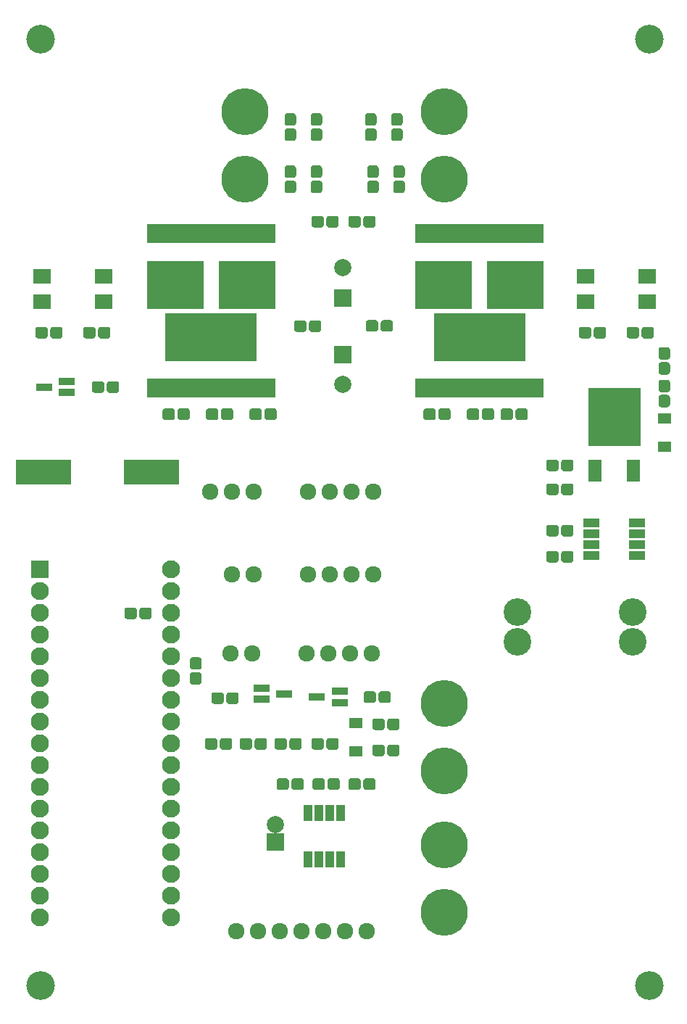
<source format=gbr>
G04 #@! TF.GenerationSoftware,KiCad,Pcbnew,(5.0.0)*
G04 #@! TF.CreationDate,2019-12-13T16:22:20-06:00*
G04 #@! TF.ProjectId,MiniRoverPowerBoard_Hardware,4D696E69526F766572506F776572426F,rev?*
G04 #@! TF.SameCoordinates,Original*
G04 #@! TF.FileFunction,Soldermask,Top*
G04 #@! TF.FilePolarity,Negative*
%FSLAX46Y46*%
G04 Gerber Fmt 4.6, Leading zero omitted, Abs format (unit mm)*
G04 Created by KiCad (PCBNEW (5.0.0)) date 12/13/19 16:22:20*
%MOMM*%
%LPD*%
G01*
G04 APERTURE LIST*
%ADD10C,1.924000*%
%ADD11C,3.346400*%
%ADD12R,1.600000X1.300000*%
%ADD13R,6.400000X2.900000*%
%ADD14C,0.100000*%
%ADD15C,1.350000*%
%ADD16R,2.000000X2.000000*%
%ADD17C,2.000000*%
%ADD18C,5.480000*%
%ADD19C,3.219400*%
%ADD20R,1.900000X0.850000*%
%ADD21R,1.600000X2.600000*%
%ADD22R,6.200000X6.800000*%
%ADD23R,2.000000X1.800000*%
%ADD24R,1.035000X2.254200*%
%ADD25R,6.623000X5.657800*%
%ADD26R,10.712400X5.657800*%
%ADD27R,1.950000X1.000000*%
%ADD28R,1.000000X1.950000*%
%ADD29C,2.100000*%
%ADD30R,2.100000X2.100000*%
G04 APERTURE END LIST*
D10*
G04 #@! TO.C,Conn7*
X140462000Y-82042000D03*
X137922000Y-82042000D03*
X135382000Y-82042000D03*
G04 #@! TD*
D11*
G04 #@! TO.C,REF\002A\002A*
X115570000Y-29210000D03*
G04 #@! TD*
G04 #@! TO.C,REF\002A\002A*
X186690000Y-29210000D03*
G04 #@! TD*
G04 #@! TO.C,REF\002A\002A*
X186690000Y-139700000D03*
G04 #@! TD*
D12*
G04 #@! TO.C,D9*
X188468000Y-76834000D03*
X188468000Y-73534000D03*
G04 #@! TD*
D13*
G04 #@! TO.C,B1*
X128578000Y-79756000D03*
X115978000Y-79756000D03*
G04 #@! TD*
D14*
G04 #@! TO.C,C1*
G36*
X177571581Y-88988625D02*
X177604343Y-88993485D01*
X177636471Y-89001533D01*
X177667656Y-89012691D01*
X177697596Y-89026852D01*
X177726005Y-89043879D01*
X177752608Y-89063609D01*
X177777149Y-89085851D01*
X177799391Y-89110392D01*
X177819121Y-89136995D01*
X177836148Y-89165404D01*
X177850309Y-89195344D01*
X177861467Y-89226529D01*
X177869515Y-89258657D01*
X177874375Y-89291419D01*
X177876000Y-89324500D01*
X177876000Y-89999500D01*
X177874375Y-90032581D01*
X177869515Y-90065343D01*
X177861467Y-90097471D01*
X177850309Y-90128656D01*
X177836148Y-90158596D01*
X177819121Y-90187005D01*
X177799391Y-90213608D01*
X177777149Y-90238149D01*
X177752608Y-90260391D01*
X177726005Y-90280121D01*
X177697596Y-90297148D01*
X177667656Y-90311309D01*
X177636471Y-90322467D01*
X177604343Y-90330515D01*
X177571581Y-90335375D01*
X177538500Y-90337000D01*
X176763500Y-90337000D01*
X176730419Y-90335375D01*
X176697657Y-90330515D01*
X176665529Y-90322467D01*
X176634344Y-90311309D01*
X176604404Y-90297148D01*
X176575995Y-90280121D01*
X176549392Y-90260391D01*
X176524851Y-90238149D01*
X176502609Y-90213608D01*
X176482879Y-90187005D01*
X176465852Y-90158596D01*
X176451691Y-90128656D01*
X176440533Y-90097471D01*
X176432485Y-90065343D01*
X176427625Y-90032581D01*
X176426000Y-89999500D01*
X176426000Y-89324500D01*
X176427625Y-89291419D01*
X176432485Y-89258657D01*
X176440533Y-89226529D01*
X176451691Y-89195344D01*
X176465852Y-89165404D01*
X176482879Y-89136995D01*
X176502609Y-89110392D01*
X176524851Y-89085851D01*
X176549392Y-89063609D01*
X176575995Y-89043879D01*
X176604404Y-89026852D01*
X176634344Y-89012691D01*
X176665529Y-89001533D01*
X176697657Y-88993485D01*
X176730419Y-88988625D01*
X176763500Y-88987000D01*
X177538500Y-88987000D01*
X177571581Y-88988625D01*
X177571581Y-88988625D01*
G37*
D15*
X177151000Y-89662000D03*
D14*
G36*
X175821581Y-88988625D02*
X175854343Y-88993485D01*
X175886471Y-89001533D01*
X175917656Y-89012691D01*
X175947596Y-89026852D01*
X175976005Y-89043879D01*
X176002608Y-89063609D01*
X176027149Y-89085851D01*
X176049391Y-89110392D01*
X176069121Y-89136995D01*
X176086148Y-89165404D01*
X176100309Y-89195344D01*
X176111467Y-89226529D01*
X176119515Y-89258657D01*
X176124375Y-89291419D01*
X176126000Y-89324500D01*
X176126000Y-89999500D01*
X176124375Y-90032581D01*
X176119515Y-90065343D01*
X176111467Y-90097471D01*
X176100309Y-90128656D01*
X176086148Y-90158596D01*
X176069121Y-90187005D01*
X176049391Y-90213608D01*
X176027149Y-90238149D01*
X176002608Y-90260391D01*
X175976005Y-90280121D01*
X175947596Y-90297148D01*
X175917656Y-90311309D01*
X175886471Y-90322467D01*
X175854343Y-90330515D01*
X175821581Y-90335375D01*
X175788500Y-90337000D01*
X175013500Y-90337000D01*
X174980419Y-90335375D01*
X174947657Y-90330515D01*
X174915529Y-90322467D01*
X174884344Y-90311309D01*
X174854404Y-90297148D01*
X174825995Y-90280121D01*
X174799392Y-90260391D01*
X174774851Y-90238149D01*
X174752609Y-90213608D01*
X174732879Y-90187005D01*
X174715852Y-90158596D01*
X174701691Y-90128656D01*
X174690533Y-90097471D01*
X174682485Y-90065343D01*
X174677625Y-90032581D01*
X174676000Y-89999500D01*
X174676000Y-89324500D01*
X174677625Y-89291419D01*
X174682485Y-89258657D01*
X174690533Y-89226529D01*
X174701691Y-89195344D01*
X174715852Y-89165404D01*
X174732879Y-89136995D01*
X174752609Y-89110392D01*
X174774851Y-89085851D01*
X174799392Y-89063609D01*
X174825995Y-89043879D01*
X174854404Y-89026852D01*
X174884344Y-89012691D01*
X174915529Y-89001533D01*
X174947657Y-88993485D01*
X174980419Y-88988625D01*
X175013500Y-88987000D01*
X175788500Y-88987000D01*
X175821581Y-88988625D01*
X175821581Y-88988625D01*
G37*
D15*
X175401000Y-89662000D03*
G04 #@! TD*
D14*
G04 #@! TO.C,C2*
G36*
X177571581Y-85940625D02*
X177604343Y-85945485D01*
X177636471Y-85953533D01*
X177667656Y-85964691D01*
X177697596Y-85978852D01*
X177726005Y-85995879D01*
X177752608Y-86015609D01*
X177777149Y-86037851D01*
X177799391Y-86062392D01*
X177819121Y-86088995D01*
X177836148Y-86117404D01*
X177850309Y-86147344D01*
X177861467Y-86178529D01*
X177869515Y-86210657D01*
X177874375Y-86243419D01*
X177876000Y-86276500D01*
X177876000Y-86951500D01*
X177874375Y-86984581D01*
X177869515Y-87017343D01*
X177861467Y-87049471D01*
X177850309Y-87080656D01*
X177836148Y-87110596D01*
X177819121Y-87139005D01*
X177799391Y-87165608D01*
X177777149Y-87190149D01*
X177752608Y-87212391D01*
X177726005Y-87232121D01*
X177697596Y-87249148D01*
X177667656Y-87263309D01*
X177636471Y-87274467D01*
X177604343Y-87282515D01*
X177571581Y-87287375D01*
X177538500Y-87289000D01*
X176763500Y-87289000D01*
X176730419Y-87287375D01*
X176697657Y-87282515D01*
X176665529Y-87274467D01*
X176634344Y-87263309D01*
X176604404Y-87249148D01*
X176575995Y-87232121D01*
X176549392Y-87212391D01*
X176524851Y-87190149D01*
X176502609Y-87165608D01*
X176482879Y-87139005D01*
X176465852Y-87110596D01*
X176451691Y-87080656D01*
X176440533Y-87049471D01*
X176432485Y-87017343D01*
X176427625Y-86984581D01*
X176426000Y-86951500D01*
X176426000Y-86276500D01*
X176427625Y-86243419D01*
X176432485Y-86210657D01*
X176440533Y-86178529D01*
X176451691Y-86147344D01*
X176465852Y-86117404D01*
X176482879Y-86088995D01*
X176502609Y-86062392D01*
X176524851Y-86037851D01*
X176549392Y-86015609D01*
X176575995Y-85995879D01*
X176604404Y-85978852D01*
X176634344Y-85964691D01*
X176665529Y-85953533D01*
X176697657Y-85945485D01*
X176730419Y-85940625D01*
X176763500Y-85939000D01*
X177538500Y-85939000D01*
X177571581Y-85940625D01*
X177571581Y-85940625D01*
G37*
D15*
X177151000Y-86614000D03*
D14*
G36*
X175821581Y-85940625D02*
X175854343Y-85945485D01*
X175886471Y-85953533D01*
X175917656Y-85964691D01*
X175947596Y-85978852D01*
X175976005Y-85995879D01*
X176002608Y-86015609D01*
X176027149Y-86037851D01*
X176049391Y-86062392D01*
X176069121Y-86088995D01*
X176086148Y-86117404D01*
X176100309Y-86147344D01*
X176111467Y-86178529D01*
X176119515Y-86210657D01*
X176124375Y-86243419D01*
X176126000Y-86276500D01*
X176126000Y-86951500D01*
X176124375Y-86984581D01*
X176119515Y-87017343D01*
X176111467Y-87049471D01*
X176100309Y-87080656D01*
X176086148Y-87110596D01*
X176069121Y-87139005D01*
X176049391Y-87165608D01*
X176027149Y-87190149D01*
X176002608Y-87212391D01*
X175976005Y-87232121D01*
X175947596Y-87249148D01*
X175917656Y-87263309D01*
X175886471Y-87274467D01*
X175854343Y-87282515D01*
X175821581Y-87287375D01*
X175788500Y-87289000D01*
X175013500Y-87289000D01*
X174980419Y-87287375D01*
X174947657Y-87282515D01*
X174915529Y-87274467D01*
X174884344Y-87263309D01*
X174854404Y-87249148D01*
X174825995Y-87232121D01*
X174799392Y-87212391D01*
X174774851Y-87190149D01*
X174752609Y-87165608D01*
X174732879Y-87139005D01*
X174715852Y-87110596D01*
X174701691Y-87080656D01*
X174690533Y-87049471D01*
X174682485Y-87017343D01*
X174677625Y-86984581D01*
X174676000Y-86951500D01*
X174676000Y-86276500D01*
X174677625Y-86243419D01*
X174682485Y-86210657D01*
X174690533Y-86178529D01*
X174701691Y-86147344D01*
X174715852Y-86117404D01*
X174732879Y-86088995D01*
X174752609Y-86062392D01*
X174774851Y-86037851D01*
X174799392Y-86015609D01*
X174825995Y-85995879D01*
X174854404Y-85978852D01*
X174884344Y-85964691D01*
X174915529Y-85953533D01*
X174947657Y-85945485D01*
X174980419Y-85940625D01*
X175013500Y-85939000D01*
X175788500Y-85939000D01*
X175821581Y-85940625D01*
X175821581Y-85940625D01*
G37*
D15*
X175401000Y-86614000D03*
G04 #@! TD*
D14*
G04 #@! TO.C,C4*
G36*
X154457581Y-115531625D02*
X154490343Y-115536485D01*
X154522471Y-115544533D01*
X154553656Y-115555691D01*
X154583596Y-115569852D01*
X154612005Y-115586879D01*
X154638608Y-115606609D01*
X154663149Y-115628851D01*
X154685391Y-115653392D01*
X154705121Y-115679995D01*
X154722148Y-115708404D01*
X154736309Y-115738344D01*
X154747467Y-115769529D01*
X154755515Y-115801657D01*
X154760375Y-115834419D01*
X154762000Y-115867500D01*
X154762000Y-116542500D01*
X154760375Y-116575581D01*
X154755515Y-116608343D01*
X154747467Y-116640471D01*
X154736309Y-116671656D01*
X154722148Y-116701596D01*
X154705121Y-116730005D01*
X154685391Y-116756608D01*
X154663149Y-116781149D01*
X154638608Y-116803391D01*
X154612005Y-116823121D01*
X154583596Y-116840148D01*
X154553656Y-116854309D01*
X154522471Y-116865467D01*
X154490343Y-116873515D01*
X154457581Y-116878375D01*
X154424500Y-116880000D01*
X153649500Y-116880000D01*
X153616419Y-116878375D01*
X153583657Y-116873515D01*
X153551529Y-116865467D01*
X153520344Y-116854309D01*
X153490404Y-116840148D01*
X153461995Y-116823121D01*
X153435392Y-116803391D01*
X153410851Y-116781149D01*
X153388609Y-116756608D01*
X153368879Y-116730005D01*
X153351852Y-116701596D01*
X153337691Y-116671656D01*
X153326533Y-116640471D01*
X153318485Y-116608343D01*
X153313625Y-116575581D01*
X153312000Y-116542500D01*
X153312000Y-115867500D01*
X153313625Y-115834419D01*
X153318485Y-115801657D01*
X153326533Y-115769529D01*
X153337691Y-115738344D01*
X153351852Y-115708404D01*
X153368879Y-115679995D01*
X153388609Y-115653392D01*
X153410851Y-115628851D01*
X153435392Y-115606609D01*
X153461995Y-115586879D01*
X153490404Y-115569852D01*
X153520344Y-115555691D01*
X153551529Y-115544533D01*
X153583657Y-115536485D01*
X153616419Y-115531625D01*
X153649500Y-115530000D01*
X154424500Y-115530000D01*
X154457581Y-115531625D01*
X154457581Y-115531625D01*
G37*
D15*
X154037000Y-116205000D03*
D14*
G36*
X152707581Y-115531625D02*
X152740343Y-115536485D01*
X152772471Y-115544533D01*
X152803656Y-115555691D01*
X152833596Y-115569852D01*
X152862005Y-115586879D01*
X152888608Y-115606609D01*
X152913149Y-115628851D01*
X152935391Y-115653392D01*
X152955121Y-115679995D01*
X152972148Y-115708404D01*
X152986309Y-115738344D01*
X152997467Y-115769529D01*
X153005515Y-115801657D01*
X153010375Y-115834419D01*
X153012000Y-115867500D01*
X153012000Y-116542500D01*
X153010375Y-116575581D01*
X153005515Y-116608343D01*
X152997467Y-116640471D01*
X152986309Y-116671656D01*
X152972148Y-116701596D01*
X152955121Y-116730005D01*
X152935391Y-116756608D01*
X152913149Y-116781149D01*
X152888608Y-116803391D01*
X152862005Y-116823121D01*
X152833596Y-116840148D01*
X152803656Y-116854309D01*
X152772471Y-116865467D01*
X152740343Y-116873515D01*
X152707581Y-116878375D01*
X152674500Y-116880000D01*
X151899500Y-116880000D01*
X151866419Y-116878375D01*
X151833657Y-116873515D01*
X151801529Y-116865467D01*
X151770344Y-116854309D01*
X151740404Y-116840148D01*
X151711995Y-116823121D01*
X151685392Y-116803391D01*
X151660851Y-116781149D01*
X151638609Y-116756608D01*
X151618879Y-116730005D01*
X151601852Y-116701596D01*
X151587691Y-116671656D01*
X151576533Y-116640471D01*
X151568485Y-116608343D01*
X151563625Y-116575581D01*
X151562000Y-116542500D01*
X151562000Y-115867500D01*
X151563625Y-115834419D01*
X151568485Y-115801657D01*
X151576533Y-115769529D01*
X151587691Y-115738344D01*
X151601852Y-115708404D01*
X151618879Y-115679995D01*
X151638609Y-115653392D01*
X151660851Y-115628851D01*
X151685392Y-115606609D01*
X151711995Y-115586879D01*
X151740404Y-115569852D01*
X151770344Y-115555691D01*
X151801529Y-115544533D01*
X151833657Y-115536485D01*
X151866419Y-115531625D01*
X151899500Y-115530000D01*
X152674500Y-115530000D01*
X152707581Y-115531625D01*
X152707581Y-115531625D01*
G37*
D15*
X152287000Y-116205000D03*
G04 #@! TD*
D16*
G04 #@! TO.C,C5*
X150876000Y-59436000D03*
D17*
X150876000Y-55936000D03*
G04 #@! TD*
G04 #@! TO.C,C6*
X150876000Y-69540000D03*
D16*
X150876000Y-66040000D03*
G04 #@! TD*
D14*
G04 #@! TO.C,C8*
G36*
X144311581Y-115531625D02*
X144344343Y-115536485D01*
X144376471Y-115544533D01*
X144407656Y-115555691D01*
X144437596Y-115569852D01*
X144466005Y-115586879D01*
X144492608Y-115606609D01*
X144517149Y-115628851D01*
X144539391Y-115653392D01*
X144559121Y-115679995D01*
X144576148Y-115708404D01*
X144590309Y-115738344D01*
X144601467Y-115769529D01*
X144609515Y-115801657D01*
X144614375Y-115834419D01*
X144616000Y-115867500D01*
X144616000Y-116542500D01*
X144614375Y-116575581D01*
X144609515Y-116608343D01*
X144601467Y-116640471D01*
X144590309Y-116671656D01*
X144576148Y-116701596D01*
X144559121Y-116730005D01*
X144539391Y-116756608D01*
X144517149Y-116781149D01*
X144492608Y-116803391D01*
X144466005Y-116823121D01*
X144437596Y-116840148D01*
X144407656Y-116854309D01*
X144376471Y-116865467D01*
X144344343Y-116873515D01*
X144311581Y-116878375D01*
X144278500Y-116880000D01*
X143503500Y-116880000D01*
X143470419Y-116878375D01*
X143437657Y-116873515D01*
X143405529Y-116865467D01*
X143374344Y-116854309D01*
X143344404Y-116840148D01*
X143315995Y-116823121D01*
X143289392Y-116803391D01*
X143264851Y-116781149D01*
X143242609Y-116756608D01*
X143222879Y-116730005D01*
X143205852Y-116701596D01*
X143191691Y-116671656D01*
X143180533Y-116640471D01*
X143172485Y-116608343D01*
X143167625Y-116575581D01*
X143166000Y-116542500D01*
X143166000Y-115867500D01*
X143167625Y-115834419D01*
X143172485Y-115801657D01*
X143180533Y-115769529D01*
X143191691Y-115738344D01*
X143205852Y-115708404D01*
X143222879Y-115679995D01*
X143242609Y-115653392D01*
X143264851Y-115628851D01*
X143289392Y-115606609D01*
X143315995Y-115586879D01*
X143344404Y-115569852D01*
X143374344Y-115555691D01*
X143405529Y-115544533D01*
X143437657Y-115536485D01*
X143470419Y-115531625D01*
X143503500Y-115530000D01*
X144278500Y-115530000D01*
X144311581Y-115531625D01*
X144311581Y-115531625D01*
G37*
D15*
X143891000Y-116205000D03*
D14*
G36*
X146061581Y-115531625D02*
X146094343Y-115536485D01*
X146126471Y-115544533D01*
X146157656Y-115555691D01*
X146187596Y-115569852D01*
X146216005Y-115586879D01*
X146242608Y-115606609D01*
X146267149Y-115628851D01*
X146289391Y-115653392D01*
X146309121Y-115679995D01*
X146326148Y-115708404D01*
X146340309Y-115738344D01*
X146351467Y-115769529D01*
X146359515Y-115801657D01*
X146364375Y-115834419D01*
X146366000Y-115867500D01*
X146366000Y-116542500D01*
X146364375Y-116575581D01*
X146359515Y-116608343D01*
X146351467Y-116640471D01*
X146340309Y-116671656D01*
X146326148Y-116701596D01*
X146309121Y-116730005D01*
X146289391Y-116756608D01*
X146267149Y-116781149D01*
X146242608Y-116803391D01*
X146216005Y-116823121D01*
X146187596Y-116840148D01*
X146157656Y-116854309D01*
X146126471Y-116865467D01*
X146094343Y-116873515D01*
X146061581Y-116878375D01*
X146028500Y-116880000D01*
X145253500Y-116880000D01*
X145220419Y-116878375D01*
X145187657Y-116873515D01*
X145155529Y-116865467D01*
X145124344Y-116854309D01*
X145094404Y-116840148D01*
X145065995Y-116823121D01*
X145039392Y-116803391D01*
X145014851Y-116781149D01*
X144992609Y-116756608D01*
X144972879Y-116730005D01*
X144955852Y-116701596D01*
X144941691Y-116671656D01*
X144930533Y-116640471D01*
X144922485Y-116608343D01*
X144917625Y-116575581D01*
X144916000Y-116542500D01*
X144916000Y-115867500D01*
X144917625Y-115834419D01*
X144922485Y-115801657D01*
X144930533Y-115769529D01*
X144941691Y-115738344D01*
X144955852Y-115708404D01*
X144972879Y-115679995D01*
X144992609Y-115653392D01*
X145014851Y-115628851D01*
X145039392Y-115606609D01*
X145065995Y-115586879D01*
X145094404Y-115569852D01*
X145124344Y-115555691D01*
X145155529Y-115544533D01*
X145187657Y-115536485D01*
X145220419Y-115531625D01*
X145253500Y-115530000D01*
X146028500Y-115530000D01*
X146061581Y-115531625D01*
X146061581Y-115531625D01*
G37*
D15*
X145641000Y-116205000D03*
G04 #@! TD*
D18*
G04 #@! TO.C,Conn1*
X162788600Y-114681000D03*
X162788600Y-106807000D03*
G04 #@! TD*
G04 #@! TO.C,Conn2*
X162788600Y-123317000D03*
X162788600Y-131191000D03*
G04 #@! TD*
G04 #@! TO.C,Conn3*
X139471400Y-37719000D03*
X139471400Y-45593000D03*
G04 #@! TD*
G04 #@! TO.C,Conn4*
X162788600Y-37719000D03*
X162788600Y-45593000D03*
G04 #@! TD*
D10*
G04 #@! TO.C,Conn5*
X137795000Y-100965000D03*
X140335000Y-100965000D03*
G04 #@! TD*
G04 #@! TO.C,Conn6*
X138430000Y-133350000D03*
X140970000Y-133350000D03*
X143510000Y-133350000D03*
X146050000Y-133350000D03*
X148590000Y-133350000D03*
X151130000Y-133350000D03*
X153670000Y-133350000D03*
G04 #@! TD*
D12*
G04 #@! TO.C,D1*
X152400000Y-112394000D03*
X152400000Y-109094000D03*
G04 #@! TD*
D14*
G04 #@! TO.C,D2*
G36*
X154457581Y-49872625D02*
X154490343Y-49877485D01*
X154522471Y-49885533D01*
X154553656Y-49896691D01*
X154583596Y-49910852D01*
X154612005Y-49927879D01*
X154638608Y-49947609D01*
X154663149Y-49969851D01*
X154685391Y-49994392D01*
X154705121Y-50020995D01*
X154722148Y-50049404D01*
X154736309Y-50079344D01*
X154747467Y-50110529D01*
X154755515Y-50142657D01*
X154760375Y-50175419D01*
X154762000Y-50208500D01*
X154762000Y-50883500D01*
X154760375Y-50916581D01*
X154755515Y-50949343D01*
X154747467Y-50981471D01*
X154736309Y-51012656D01*
X154722148Y-51042596D01*
X154705121Y-51071005D01*
X154685391Y-51097608D01*
X154663149Y-51122149D01*
X154638608Y-51144391D01*
X154612005Y-51164121D01*
X154583596Y-51181148D01*
X154553656Y-51195309D01*
X154522471Y-51206467D01*
X154490343Y-51214515D01*
X154457581Y-51219375D01*
X154424500Y-51221000D01*
X153649500Y-51221000D01*
X153616419Y-51219375D01*
X153583657Y-51214515D01*
X153551529Y-51206467D01*
X153520344Y-51195309D01*
X153490404Y-51181148D01*
X153461995Y-51164121D01*
X153435392Y-51144391D01*
X153410851Y-51122149D01*
X153388609Y-51097608D01*
X153368879Y-51071005D01*
X153351852Y-51042596D01*
X153337691Y-51012656D01*
X153326533Y-50981471D01*
X153318485Y-50949343D01*
X153313625Y-50916581D01*
X153312000Y-50883500D01*
X153312000Y-50208500D01*
X153313625Y-50175419D01*
X153318485Y-50142657D01*
X153326533Y-50110529D01*
X153337691Y-50079344D01*
X153351852Y-50049404D01*
X153368879Y-50020995D01*
X153388609Y-49994392D01*
X153410851Y-49969851D01*
X153435392Y-49947609D01*
X153461995Y-49927879D01*
X153490404Y-49910852D01*
X153520344Y-49896691D01*
X153551529Y-49885533D01*
X153583657Y-49877485D01*
X153616419Y-49872625D01*
X153649500Y-49871000D01*
X154424500Y-49871000D01*
X154457581Y-49872625D01*
X154457581Y-49872625D01*
G37*
D15*
X154037000Y-50546000D03*
D14*
G36*
X152707581Y-49872625D02*
X152740343Y-49877485D01*
X152772471Y-49885533D01*
X152803656Y-49896691D01*
X152833596Y-49910852D01*
X152862005Y-49927879D01*
X152888608Y-49947609D01*
X152913149Y-49969851D01*
X152935391Y-49994392D01*
X152955121Y-50020995D01*
X152972148Y-50049404D01*
X152986309Y-50079344D01*
X152997467Y-50110529D01*
X153005515Y-50142657D01*
X153010375Y-50175419D01*
X153012000Y-50208500D01*
X153012000Y-50883500D01*
X153010375Y-50916581D01*
X153005515Y-50949343D01*
X152997467Y-50981471D01*
X152986309Y-51012656D01*
X152972148Y-51042596D01*
X152955121Y-51071005D01*
X152935391Y-51097608D01*
X152913149Y-51122149D01*
X152888608Y-51144391D01*
X152862005Y-51164121D01*
X152833596Y-51181148D01*
X152803656Y-51195309D01*
X152772471Y-51206467D01*
X152740343Y-51214515D01*
X152707581Y-51219375D01*
X152674500Y-51221000D01*
X151899500Y-51221000D01*
X151866419Y-51219375D01*
X151833657Y-51214515D01*
X151801529Y-51206467D01*
X151770344Y-51195309D01*
X151740404Y-51181148D01*
X151711995Y-51164121D01*
X151685392Y-51144391D01*
X151660851Y-51122149D01*
X151638609Y-51097608D01*
X151618879Y-51071005D01*
X151601852Y-51042596D01*
X151587691Y-51012656D01*
X151576533Y-50981471D01*
X151568485Y-50949343D01*
X151563625Y-50916581D01*
X151562000Y-50883500D01*
X151562000Y-50208500D01*
X151563625Y-50175419D01*
X151568485Y-50142657D01*
X151576533Y-50110529D01*
X151587691Y-50079344D01*
X151601852Y-50049404D01*
X151618879Y-50020995D01*
X151638609Y-49994392D01*
X151660851Y-49969851D01*
X151685392Y-49947609D01*
X151711995Y-49927879D01*
X151740404Y-49910852D01*
X151770344Y-49896691D01*
X151801529Y-49885533D01*
X151833657Y-49877485D01*
X151866419Y-49872625D01*
X151899500Y-49871000D01*
X152674500Y-49871000D01*
X152707581Y-49872625D01*
X152707581Y-49872625D01*
G37*
D15*
X152287000Y-50546000D03*
G04 #@! TD*
D14*
G04 #@! TO.C,D3*
G36*
X148389581Y-110832625D02*
X148422343Y-110837485D01*
X148454471Y-110845533D01*
X148485656Y-110856691D01*
X148515596Y-110870852D01*
X148544005Y-110887879D01*
X148570608Y-110907609D01*
X148595149Y-110929851D01*
X148617391Y-110954392D01*
X148637121Y-110980995D01*
X148654148Y-111009404D01*
X148668309Y-111039344D01*
X148679467Y-111070529D01*
X148687515Y-111102657D01*
X148692375Y-111135419D01*
X148694000Y-111168500D01*
X148694000Y-111843500D01*
X148692375Y-111876581D01*
X148687515Y-111909343D01*
X148679467Y-111941471D01*
X148668309Y-111972656D01*
X148654148Y-112002596D01*
X148637121Y-112031005D01*
X148617391Y-112057608D01*
X148595149Y-112082149D01*
X148570608Y-112104391D01*
X148544005Y-112124121D01*
X148515596Y-112141148D01*
X148485656Y-112155309D01*
X148454471Y-112166467D01*
X148422343Y-112174515D01*
X148389581Y-112179375D01*
X148356500Y-112181000D01*
X147581500Y-112181000D01*
X147548419Y-112179375D01*
X147515657Y-112174515D01*
X147483529Y-112166467D01*
X147452344Y-112155309D01*
X147422404Y-112141148D01*
X147393995Y-112124121D01*
X147367392Y-112104391D01*
X147342851Y-112082149D01*
X147320609Y-112057608D01*
X147300879Y-112031005D01*
X147283852Y-112002596D01*
X147269691Y-111972656D01*
X147258533Y-111941471D01*
X147250485Y-111909343D01*
X147245625Y-111876581D01*
X147244000Y-111843500D01*
X147244000Y-111168500D01*
X147245625Y-111135419D01*
X147250485Y-111102657D01*
X147258533Y-111070529D01*
X147269691Y-111039344D01*
X147283852Y-111009404D01*
X147300879Y-110980995D01*
X147320609Y-110954392D01*
X147342851Y-110929851D01*
X147367392Y-110907609D01*
X147393995Y-110887879D01*
X147422404Y-110870852D01*
X147452344Y-110856691D01*
X147483529Y-110845533D01*
X147515657Y-110837485D01*
X147548419Y-110832625D01*
X147581500Y-110831000D01*
X148356500Y-110831000D01*
X148389581Y-110832625D01*
X148389581Y-110832625D01*
G37*
D15*
X147969000Y-111506000D03*
D14*
G36*
X150139581Y-110832625D02*
X150172343Y-110837485D01*
X150204471Y-110845533D01*
X150235656Y-110856691D01*
X150265596Y-110870852D01*
X150294005Y-110887879D01*
X150320608Y-110907609D01*
X150345149Y-110929851D01*
X150367391Y-110954392D01*
X150387121Y-110980995D01*
X150404148Y-111009404D01*
X150418309Y-111039344D01*
X150429467Y-111070529D01*
X150437515Y-111102657D01*
X150442375Y-111135419D01*
X150444000Y-111168500D01*
X150444000Y-111843500D01*
X150442375Y-111876581D01*
X150437515Y-111909343D01*
X150429467Y-111941471D01*
X150418309Y-111972656D01*
X150404148Y-112002596D01*
X150387121Y-112031005D01*
X150367391Y-112057608D01*
X150345149Y-112082149D01*
X150320608Y-112104391D01*
X150294005Y-112124121D01*
X150265596Y-112141148D01*
X150235656Y-112155309D01*
X150204471Y-112166467D01*
X150172343Y-112174515D01*
X150139581Y-112179375D01*
X150106500Y-112181000D01*
X149331500Y-112181000D01*
X149298419Y-112179375D01*
X149265657Y-112174515D01*
X149233529Y-112166467D01*
X149202344Y-112155309D01*
X149172404Y-112141148D01*
X149143995Y-112124121D01*
X149117392Y-112104391D01*
X149092851Y-112082149D01*
X149070609Y-112057608D01*
X149050879Y-112031005D01*
X149033852Y-112002596D01*
X149019691Y-111972656D01*
X149008533Y-111941471D01*
X149000485Y-111909343D01*
X148995625Y-111876581D01*
X148994000Y-111843500D01*
X148994000Y-111168500D01*
X148995625Y-111135419D01*
X149000485Y-111102657D01*
X149008533Y-111070529D01*
X149019691Y-111039344D01*
X149033852Y-111009404D01*
X149050879Y-110980995D01*
X149070609Y-110954392D01*
X149092851Y-110929851D01*
X149117392Y-110907609D01*
X149143995Y-110887879D01*
X149172404Y-110870852D01*
X149202344Y-110856691D01*
X149233529Y-110845533D01*
X149265657Y-110837485D01*
X149298419Y-110832625D01*
X149331500Y-110831000D01*
X150106500Y-110831000D01*
X150139581Y-110832625D01*
X150139581Y-110832625D01*
G37*
D15*
X149719000Y-111506000D03*
G04 #@! TD*
D14*
G04 #@! TO.C,D4*
G36*
X141757581Y-110832625D02*
X141790343Y-110837485D01*
X141822471Y-110845533D01*
X141853656Y-110856691D01*
X141883596Y-110870852D01*
X141912005Y-110887879D01*
X141938608Y-110907609D01*
X141963149Y-110929851D01*
X141985391Y-110954392D01*
X142005121Y-110980995D01*
X142022148Y-111009404D01*
X142036309Y-111039344D01*
X142047467Y-111070529D01*
X142055515Y-111102657D01*
X142060375Y-111135419D01*
X142062000Y-111168500D01*
X142062000Y-111843500D01*
X142060375Y-111876581D01*
X142055515Y-111909343D01*
X142047467Y-111941471D01*
X142036309Y-111972656D01*
X142022148Y-112002596D01*
X142005121Y-112031005D01*
X141985391Y-112057608D01*
X141963149Y-112082149D01*
X141938608Y-112104391D01*
X141912005Y-112124121D01*
X141883596Y-112141148D01*
X141853656Y-112155309D01*
X141822471Y-112166467D01*
X141790343Y-112174515D01*
X141757581Y-112179375D01*
X141724500Y-112181000D01*
X140949500Y-112181000D01*
X140916419Y-112179375D01*
X140883657Y-112174515D01*
X140851529Y-112166467D01*
X140820344Y-112155309D01*
X140790404Y-112141148D01*
X140761995Y-112124121D01*
X140735392Y-112104391D01*
X140710851Y-112082149D01*
X140688609Y-112057608D01*
X140668879Y-112031005D01*
X140651852Y-112002596D01*
X140637691Y-111972656D01*
X140626533Y-111941471D01*
X140618485Y-111909343D01*
X140613625Y-111876581D01*
X140612000Y-111843500D01*
X140612000Y-111168500D01*
X140613625Y-111135419D01*
X140618485Y-111102657D01*
X140626533Y-111070529D01*
X140637691Y-111039344D01*
X140651852Y-111009404D01*
X140668879Y-110980995D01*
X140688609Y-110954392D01*
X140710851Y-110929851D01*
X140735392Y-110907609D01*
X140761995Y-110887879D01*
X140790404Y-110870852D01*
X140820344Y-110856691D01*
X140851529Y-110845533D01*
X140883657Y-110837485D01*
X140916419Y-110832625D01*
X140949500Y-110831000D01*
X141724500Y-110831000D01*
X141757581Y-110832625D01*
X141757581Y-110832625D01*
G37*
D15*
X141337000Y-111506000D03*
D14*
G36*
X140007581Y-110832625D02*
X140040343Y-110837485D01*
X140072471Y-110845533D01*
X140103656Y-110856691D01*
X140133596Y-110870852D01*
X140162005Y-110887879D01*
X140188608Y-110907609D01*
X140213149Y-110929851D01*
X140235391Y-110954392D01*
X140255121Y-110980995D01*
X140272148Y-111009404D01*
X140286309Y-111039344D01*
X140297467Y-111070529D01*
X140305515Y-111102657D01*
X140310375Y-111135419D01*
X140312000Y-111168500D01*
X140312000Y-111843500D01*
X140310375Y-111876581D01*
X140305515Y-111909343D01*
X140297467Y-111941471D01*
X140286309Y-111972656D01*
X140272148Y-112002596D01*
X140255121Y-112031005D01*
X140235391Y-112057608D01*
X140213149Y-112082149D01*
X140188608Y-112104391D01*
X140162005Y-112124121D01*
X140133596Y-112141148D01*
X140103656Y-112155309D01*
X140072471Y-112166467D01*
X140040343Y-112174515D01*
X140007581Y-112179375D01*
X139974500Y-112181000D01*
X139199500Y-112181000D01*
X139166419Y-112179375D01*
X139133657Y-112174515D01*
X139101529Y-112166467D01*
X139070344Y-112155309D01*
X139040404Y-112141148D01*
X139011995Y-112124121D01*
X138985392Y-112104391D01*
X138960851Y-112082149D01*
X138938609Y-112057608D01*
X138918879Y-112031005D01*
X138901852Y-112002596D01*
X138887691Y-111972656D01*
X138876533Y-111941471D01*
X138868485Y-111909343D01*
X138863625Y-111876581D01*
X138862000Y-111843500D01*
X138862000Y-111168500D01*
X138863625Y-111135419D01*
X138868485Y-111102657D01*
X138876533Y-111070529D01*
X138887691Y-111039344D01*
X138901852Y-111009404D01*
X138918879Y-110980995D01*
X138938609Y-110954392D01*
X138960851Y-110929851D01*
X138985392Y-110907609D01*
X139011995Y-110887879D01*
X139040404Y-110870852D01*
X139070344Y-110856691D01*
X139101529Y-110845533D01*
X139133657Y-110837485D01*
X139166419Y-110832625D01*
X139199500Y-110831000D01*
X139974500Y-110831000D01*
X140007581Y-110832625D01*
X140007581Y-110832625D01*
G37*
D15*
X139587000Y-111506000D03*
G04 #@! TD*
D14*
G04 #@! TO.C,D5*
G36*
X148198581Y-37898625D02*
X148231343Y-37903485D01*
X148263471Y-37911533D01*
X148294656Y-37922691D01*
X148324596Y-37936852D01*
X148353005Y-37953879D01*
X148379608Y-37973609D01*
X148404149Y-37995851D01*
X148426391Y-38020392D01*
X148446121Y-38046995D01*
X148463148Y-38075404D01*
X148477309Y-38105344D01*
X148488467Y-38136529D01*
X148496515Y-38168657D01*
X148501375Y-38201419D01*
X148503000Y-38234500D01*
X148503000Y-39009500D01*
X148501375Y-39042581D01*
X148496515Y-39075343D01*
X148488467Y-39107471D01*
X148477309Y-39138656D01*
X148463148Y-39168596D01*
X148446121Y-39197005D01*
X148426391Y-39223608D01*
X148404149Y-39248149D01*
X148379608Y-39270391D01*
X148353005Y-39290121D01*
X148324596Y-39307148D01*
X148294656Y-39321309D01*
X148263471Y-39332467D01*
X148231343Y-39340515D01*
X148198581Y-39345375D01*
X148165500Y-39347000D01*
X147490500Y-39347000D01*
X147457419Y-39345375D01*
X147424657Y-39340515D01*
X147392529Y-39332467D01*
X147361344Y-39321309D01*
X147331404Y-39307148D01*
X147302995Y-39290121D01*
X147276392Y-39270391D01*
X147251851Y-39248149D01*
X147229609Y-39223608D01*
X147209879Y-39197005D01*
X147192852Y-39168596D01*
X147178691Y-39138656D01*
X147167533Y-39107471D01*
X147159485Y-39075343D01*
X147154625Y-39042581D01*
X147153000Y-39009500D01*
X147153000Y-38234500D01*
X147154625Y-38201419D01*
X147159485Y-38168657D01*
X147167533Y-38136529D01*
X147178691Y-38105344D01*
X147192852Y-38075404D01*
X147209879Y-38046995D01*
X147229609Y-38020392D01*
X147251851Y-37995851D01*
X147276392Y-37973609D01*
X147302995Y-37953879D01*
X147331404Y-37936852D01*
X147361344Y-37922691D01*
X147392529Y-37911533D01*
X147424657Y-37903485D01*
X147457419Y-37898625D01*
X147490500Y-37897000D01*
X148165500Y-37897000D01*
X148198581Y-37898625D01*
X148198581Y-37898625D01*
G37*
D15*
X147828000Y-38622000D03*
D14*
G36*
X148198581Y-39648625D02*
X148231343Y-39653485D01*
X148263471Y-39661533D01*
X148294656Y-39672691D01*
X148324596Y-39686852D01*
X148353005Y-39703879D01*
X148379608Y-39723609D01*
X148404149Y-39745851D01*
X148426391Y-39770392D01*
X148446121Y-39796995D01*
X148463148Y-39825404D01*
X148477309Y-39855344D01*
X148488467Y-39886529D01*
X148496515Y-39918657D01*
X148501375Y-39951419D01*
X148503000Y-39984500D01*
X148503000Y-40759500D01*
X148501375Y-40792581D01*
X148496515Y-40825343D01*
X148488467Y-40857471D01*
X148477309Y-40888656D01*
X148463148Y-40918596D01*
X148446121Y-40947005D01*
X148426391Y-40973608D01*
X148404149Y-40998149D01*
X148379608Y-41020391D01*
X148353005Y-41040121D01*
X148324596Y-41057148D01*
X148294656Y-41071309D01*
X148263471Y-41082467D01*
X148231343Y-41090515D01*
X148198581Y-41095375D01*
X148165500Y-41097000D01*
X147490500Y-41097000D01*
X147457419Y-41095375D01*
X147424657Y-41090515D01*
X147392529Y-41082467D01*
X147361344Y-41071309D01*
X147331404Y-41057148D01*
X147302995Y-41040121D01*
X147276392Y-41020391D01*
X147251851Y-40998149D01*
X147229609Y-40973608D01*
X147209879Y-40947005D01*
X147192852Y-40918596D01*
X147178691Y-40888656D01*
X147167533Y-40857471D01*
X147159485Y-40825343D01*
X147154625Y-40792581D01*
X147153000Y-40759500D01*
X147153000Y-39984500D01*
X147154625Y-39951419D01*
X147159485Y-39918657D01*
X147167533Y-39886529D01*
X147178691Y-39855344D01*
X147192852Y-39825404D01*
X147209879Y-39796995D01*
X147229609Y-39770392D01*
X147251851Y-39745851D01*
X147276392Y-39723609D01*
X147302995Y-39703879D01*
X147331404Y-39686852D01*
X147361344Y-39672691D01*
X147392529Y-39661533D01*
X147424657Y-39653485D01*
X147457419Y-39648625D01*
X147490500Y-39647000D01*
X148165500Y-39647000D01*
X148198581Y-39648625D01*
X148198581Y-39648625D01*
G37*
D15*
X147828000Y-40372000D03*
G04 #@! TD*
D14*
G04 #@! TO.C,D6*
G36*
X148198581Y-45744625D02*
X148231343Y-45749485D01*
X148263471Y-45757533D01*
X148294656Y-45768691D01*
X148324596Y-45782852D01*
X148353005Y-45799879D01*
X148379608Y-45819609D01*
X148404149Y-45841851D01*
X148426391Y-45866392D01*
X148446121Y-45892995D01*
X148463148Y-45921404D01*
X148477309Y-45951344D01*
X148488467Y-45982529D01*
X148496515Y-46014657D01*
X148501375Y-46047419D01*
X148503000Y-46080500D01*
X148503000Y-46855500D01*
X148501375Y-46888581D01*
X148496515Y-46921343D01*
X148488467Y-46953471D01*
X148477309Y-46984656D01*
X148463148Y-47014596D01*
X148446121Y-47043005D01*
X148426391Y-47069608D01*
X148404149Y-47094149D01*
X148379608Y-47116391D01*
X148353005Y-47136121D01*
X148324596Y-47153148D01*
X148294656Y-47167309D01*
X148263471Y-47178467D01*
X148231343Y-47186515D01*
X148198581Y-47191375D01*
X148165500Y-47193000D01*
X147490500Y-47193000D01*
X147457419Y-47191375D01*
X147424657Y-47186515D01*
X147392529Y-47178467D01*
X147361344Y-47167309D01*
X147331404Y-47153148D01*
X147302995Y-47136121D01*
X147276392Y-47116391D01*
X147251851Y-47094149D01*
X147229609Y-47069608D01*
X147209879Y-47043005D01*
X147192852Y-47014596D01*
X147178691Y-46984656D01*
X147167533Y-46953471D01*
X147159485Y-46921343D01*
X147154625Y-46888581D01*
X147153000Y-46855500D01*
X147153000Y-46080500D01*
X147154625Y-46047419D01*
X147159485Y-46014657D01*
X147167533Y-45982529D01*
X147178691Y-45951344D01*
X147192852Y-45921404D01*
X147209879Y-45892995D01*
X147229609Y-45866392D01*
X147251851Y-45841851D01*
X147276392Y-45819609D01*
X147302995Y-45799879D01*
X147331404Y-45782852D01*
X147361344Y-45768691D01*
X147392529Y-45757533D01*
X147424657Y-45749485D01*
X147457419Y-45744625D01*
X147490500Y-45743000D01*
X148165500Y-45743000D01*
X148198581Y-45744625D01*
X148198581Y-45744625D01*
G37*
D15*
X147828000Y-46468000D03*
D14*
G36*
X148198581Y-43994625D02*
X148231343Y-43999485D01*
X148263471Y-44007533D01*
X148294656Y-44018691D01*
X148324596Y-44032852D01*
X148353005Y-44049879D01*
X148379608Y-44069609D01*
X148404149Y-44091851D01*
X148426391Y-44116392D01*
X148446121Y-44142995D01*
X148463148Y-44171404D01*
X148477309Y-44201344D01*
X148488467Y-44232529D01*
X148496515Y-44264657D01*
X148501375Y-44297419D01*
X148503000Y-44330500D01*
X148503000Y-45105500D01*
X148501375Y-45138581D01*
X148496515Y-45171343D01*
X148488467Y-45203471D01*
X148477309Y-45234656D01*
X148463148Y-45264596D01*
X148446121Y-45293005D01*
X148426391Y-45319608D01*
X148404149Y-45344149D01*
X148379608Y-45366391D01*
X148353005Y-45386121D01*
X148324596Y-45403148D01*
X148294656Y-45417309D01*
X148263471Y-45428467D01*
X148231343Y-45436515D01*
X148198581Y-45441375D01*
X148165500Y-45443000D01*
X147490500Y-45443000D01*
X147457419Y-45441375D01*
X147424657Y-45436515D01*
X147392529Y-45428467D01*
X147361344Y-45417309D01*
X147331404Y-45403148D01*
X147302995Y-45386121D01*
X147276392Y-45366391D01*
X147251851Y-45344149D01*
X147229609Y-45319608D01*
X147209879Y-45293005D01*
X147192852Y-45264596D01*
X147178691Y-45234656D01*
X147167533Y-45203471D01*
X147159485Y-45171343D01*
X147154625Y-45138581D01*
X147153000Y-45105500D01*
X147153000Y-44330500D01*
X147154625Y-44297419D01*
X147159485Y-44264657D01*
X147167533Y-44232529D01*
X147178691Y-44201344D01*
X147192852Y-44171404D01*
X147209879Y-44142995D01*
X147229609Y-44116392D01*
X147251851Y-44091851D01*
X147276392Y-44069609D01*
X147302995Y-44049879D01*
X147331404Y-44032852D01*
X147361344Y-44018691D01*
X147392529Y-44007533D01*
X147424657Y-43999485D01*
X147457419Y-43994625D01*
X147490500Y-43993000D01*
X148165500Y-43993000D01*
X148198581Y-43994625D01*
X148198581Y-43994625D01*
G37*
D15*
X147828000Y-44718000D03*
G04 #@! TD*
D14*
G04 #@! TO.C,D8*
G36*
X148516581Y-115531625D02*
X148549343Y-115536485D01*
X148581471Y-115544533D01*
X148612656Y-115555691D01*
X148642596Y-115569852D01*
X148671005Y-115586879D01*
X148697608Y-115606609D01*
X148722149Y-115628851D01*
X148744391Y-115653392D01*
X148764121Y-115679995D01*
X148781148Y-115708404D01*
X148795309Y-115738344D01*
X148806467Y-115769529D01*
X148814515Y-115801657D01*
X148819375Y-115834419D01*
X148821000Y-115867500D01*
X148821000Y-116542500D01*
X148819375Y-116575581D01*
X148814515Y-116608343D01*
X148806467Y-116640471D01*
X148795309Y-116671656D01*
X148781148Y-116701596D01*
X148764121Y-116730005D01*
X148744391Y-116756608D01*
X148722149Y-116781149D01*
X148697608Y-116803391D01*
X148671005Y-116823121D01*
X148642596Y-116840148D01*
X148612656Y-116854309D01*
X148581471Y-116865467D01*
X148549343Y-116873515D01*
X148516581Y-116878375D01*
X148483500Y-116880000D01*
X147708500Y-116880000D01*
X147675419Y-116878375D01*
X147642657Y-116873515D01*
X147610529Y-116865467D01*
X147579344Y-116854309D01*
X147549404Y-116840148D01*
X147520995Y-116823121D01*
X147494392Y-116803391D01*
X147469851Y-116781149D01*
X147447609Y-116756608D01*
X147427879Y-116730005D01*
X147410852Y-116701596D01*
X147396691Y-116671656D01*
X147385533Y-116640471D01*
X147377485Y-116608343D01*
X147372625Y-116575581D01*
X147371000Y-116542500D01*
X147371000Y-115867500D01*
X147372625Y-115834419D01*
X147377485Y-115801657D01*
X147385533Y-115769529D01*
X147396691Y-115738344D01*
X147410852Y-115708404D01*
X147427879Y-115679995D01*
X147447609Y-115653392D01*
X147469851Y-115628851D01*
X147494392Y-115606609D01*
X147520995Y-115586879D01*
X147549404Y-115569852D01*
X147579344Y-115555691D01*
X147610529Y-115544533D01*
X147642657Y-115536485D01*
X147675419Y-115531625D01*
X147708500Y-115530000D01*
X148483500Y-115530000D01*
X148516581Y-115531625D01*
X148516581Y-115531625D01*
G37*
D15*
X148096000Y-116205000D03*
D14*
G36*
X150266581Y-115531625D02*
X150299343Y-115536485D01*
X150331471Y-115544533D01*
X150362656Y-115555691D01*
X150392596Y-115569852D01*
X150421005Y-115586879D01*
X150447608Y-115606609D01*
X150472149Y-115628851D01*
X150494391Y-115653392D01*
X150514121Y-115679995D01*
X150531148Y-115708404D01*
X150545309Y-115738344D01*
X150556467Y-115769529D01*
X150564515Y-115801657D01*
X150569375Y-115834419D01*
X150571000Y-115867500D01*
X150571000Y-116542500D01*
X150569375Y-116575581D01*
X150564515Y-116608343D01*
X150556467Y-116640471D01*
X150545309Y-116671656D01*
X150531148Y-116701596D01*
X150514121Y-116730005D01*
X150494391Y-116756608D01*
X150472149Y-116781149D01*
X150447608Y-116803391D01*
X150421005Y-116823121D01*
X150392596Y-116840148D01*
X150362656Y-116854309D01*
X150331471Y-116865467D01*
X150299343Y-116873515D01*
X150266581Y-116878375D01*
X150233500Y-116880000D01*
X149458500Y-116880000D01*
X149425419Y-116878375D01*
X149392657Y-116873515D01*
X149360529Y-116865467D01*
X149329344Y-116854309D01*
X149299404Y-116840148D01*
X149270995Y-116823121D01*
X149244392Y-116803391D01*
X149219851Y-116781149D01*
X149197609Y-116756608D01*
X149177879Y-116730005D01*
X149160852Y-116701596D01*
X149146691Y-116671656D01*
X149135533Y-116640471D01*
X149127485Y-116608343D01*
X149122625Y-116575581D01*
X149121000Y-116542500D01*
X149121000Y-115867500D01*
X149122625Y-115834419D01*
X149127485Y-115801657D01*
X149135533Y-115769529D01*
X149146691Y-115738344D01*
X149160852Y-115708404D01*
X149177879Y-115679995D01*
X149197609Y-115653392D01*
X149219851Y-115628851D01*
X149244392Y-115606609D01*
X149270995Y-115586879D01*
X149299404Y-115569852D01*
X149329344Y-115555691D01*
X149360529Y-115544533D01*
X149392657Y-115536485D01*
X149425419Y-115531625D01*
X149458500Y-115530000D01*
X150233500Y-115530000D01*
X150266581Y-115531625D01*
X150266581Y-115531625D01*
G37*
D15*
X149846000Y-116205000D03*
G04 #@! TD*
D14*
G04 #@! TO.C,D10*
G36*
X154802581Y-43994625D02*
X154835343Y-43999485D01*
X154867471Y-44007533D01*
X154898656Y-44018691D01*
X154928596Y-44032852D01*
X154957005Y-44049879D01*
X154983608Y-44069609D01*
X155008149Y-44091851D01*
X155030391Y-44116392D01*
X155050121Y-44142995D01*
X155067148Y-44171404D01*
X155081309Y-44201344D01*
X155092467Y-44232529D01*
X155100515Y-44264657D01*
X155105375Y-44297419D01*
X155107000Y-44330500D01*
X155107000Y-45105500D01*
X155105375Y-45138581D01*
X155100515Y-45171343D01*
X155092467Y-45203471D01*
X155081309Y-45234656D01*
X155067148Y-45264596D01*
X155050121Y-45293005D01*
X155030391Y-45319608D01*
X155008149Y-45344149D01*
X154983608Y-45366391D01*
X154957005Y-45386121D01*
X154928596Y-45403148D01*
X154898656Y-45417309D01*
X154867471Y-45428467D01*
X154835343Y-45436515D01*
X154802581Y-45441375D01*
X154769500Y-45443000D01*
X154094500Y-45443000D01*
X154061419Y-45441375D01*
X154028657Y-45436515D01*
X153996529Y-45428467D01*
X153965344Y-45417309D01*
X153935404Y-45403148D01*
X153906995Y-45386121D01*
X153880392Y-45366391D01*
X153855851Y-45344149D01*
X153833609Y-45319608D01*
X153813879Y-45293005D01*
X153796852Y-45264596D01*
X153782691Y-45234656D01*
X153771533Y-45203471D01*
X153763485Y-45171343D01*
X153758625Y-45138581D01*
X153757000Y-45105500D01*
X153757000Y-44330500D01*
X153758625Y-44297419D01*
X153763485Y-44264657D01*
X153771533Y-44232529D01*
X153782691Y-44201344D01*
X153796852Y-44171404D01*
X153813879Y-44142995D01*
X153833609Y-44116392D01*
X153855851Y-44091851D01*
X153880392Y-44069609D01*
X153906995Y-44049879D01*
X153935404Y-44032852D01*
X153965344Y-44018691D01*
X153996529Y-44007533D01*
X154028657Y-43999485D01*
X154061419Y-43994625D01*
X154094500Y-43993000D01*
X154769500Y-43993000D01*
X154802581Y-43994625D01*
X154802581Y-43994625D01*
G37*
D15*
X154432000Y-44718000D03*
D14*
G36*
X154802581Y-45744625D02*
X154835343Y-45749485D01*
X154867471Y-45757533D01*
X154898656Y-45768691D01*
X154928596Y-45782852D01*
X154957005Y-45799879D01*
X154983608Y-45819609D01*
X155008149Y-45841851D01*
X155030391Y-45866392D01*
X155050121Y-45892995D01*
X155067148Y-45921404D01*
X155081309Y-45951344D01*
X155092467Y-45982529D01*
X155100515Y-46014657D01*
X155105375Y-46047419D01*
X155107000Y-46080500D01*
X155107000Y-46855500D01*
X155105375Y-46888581D01*
X155100515Y-46921343D01*
X155092467Y-46953471D01*
X155081309Y-46984656D01*
X155067148Y-47014596D01*
X155050121Y-47043005D01*
X155030391Y-47069608D01*
X155008149Y-47094149D01*
X154983608Y-47116391D01*
X154957005Y-47136121D01*
X154928596Y-47153148D01*
X154898656Y-47167309D01*
X154867471Y-47178467D01*
X154835343Y-47186515D01*
X154802581Y-47191375D01*
X154769500Y-47193000D01*
X154094500Y-47193000D01*
X154061419Y-47191375D01*
X154028657Y-47186515D01*
X153996529Y-47178467D01*
X153965344Y-47167309D01*
X153935404Y-47153148D01*
X153906995Y-47136121D01*
X153880392Y-47116391D01*
X153855851Y-47094149D01*
X153833609Y-47069608D01*
X153813879Y-47043005D01*
X153796852Y-47014596D01*
X153782691Y-46984656D01*
X153771533Y-46953471D01*
X153763485Y-46921343D01*
X153758625Y-46888581D01*
X153757000Y-46855500D01*
X153757000Y-46080500D01*
X153758625Y-46047419D01*
X153763485Y-46014657D01*
X153771533Y-45982529D01*
X153782691Y-45951344D01*
X153796852Y-45921404D01*
X153813879Y-45892995D01*
X153833609Y-45866392D01*
X153855851Y-45841851D01*
X153880392Y-45819609D01*
X153906995Y-45799879D01*
X153935404Y-45782852D01*
X153965344Y-45768691D01*
X153996529Y-45757533D01*
X154028657Y-45749485D01*
X154061419Y-45744625D01*
X154094500Y-45743000D01*
X154769500Y-45743000D01*
X154802581Y-45744625D01*
X154802581Y-45744625D01*
G37*
D15*
X154432000Y-46468000D03*
G04 #@! TD*
D14*
G04 #@! TO.C,D11*
G36*
X154548581Y-39648625D02*
X154581343Y-39653485D01*
X154613471Y-39661533D01*
X154644656Y-39672691D01*
X154674596Y-39686852D01*
X154703005Y-39703879D01*
X154729608Y-39723609D01*
X154754149Y-39745851D01*
X154776391Y-39770392D01*
X154796121Y-39796995D01*
X154813148Y-39825404D01*
X154827309Y-39855344D01*
X154838467Y-39886529D01*
X154846515Y-39918657D01*
X154851375Y-39951419D01*
X154853000Y-39984500D01*
X154853000Y-40759500D01*
X154851375Y-40792581D01*
X154846515Y-40825343D01*
X154838467Y-40857471D01*
X154827309Y-40888656D01*
X154813148Y-40918596D01*
X154796121Y-40947005D01*
X154776391Y-40973608D01*
X154754149Y-40998149D01*
X154729608Y-41020391D01*
X154703005Y-41040121D01*
X154674596Y-41057148D01*
X154644656Y-41071309D01*
X154613471Y-41082467D01*
X154581343Y-41090515D01*
X154548581Y-41095375D01*
X154515500Y-41097000D01*
X153840500Y-41097000D01*
X153807419Y-41095375D01*
X153774657Y-41090515D01*
X153742529Y-41082467D01*
X153711344Y-41071309D01*
X153681404Y-41057148D01*
X153652995Y-41040121D01*
X153626392Y-41020391D01*
X153601851Y-40998149D01*
X153579609Y-40973608D01*
X153559879Y-40947005D01*
X153542852Y-40918596D01*
X153528691Y-40888656D01*
X153517533Y-40857471D01*
X153509485Y-40825343D01*
X153504625Y-40792581D01*
X153503000Y-40759500D01*
X153503000Y-39984500D01*
X153504625Y-39951419D01*
X153509485Y-39918657D01*
X153517533Y-39886529D01*
X153528691Y-39855344D01*
X153542852Y-39825404D01*
X153559879Y-39796995D01*
X153579609Y-39770392D01*
X153601851Y-39745851D01*
X153626392Y-39723609D01*
X153652995Y-39703879D01*
X153681404Y-39686852D01*
X153711344Y-39672691D01*
X153742529Y-39661533D01*
X153774657Y-39653485D01*
X153807419Y-39648625D01*
X153840500Y-39647000D01*
X154515500Y-39647000D01*
X154548581Y-39648625D01*
X154548581Y-39648625D01*
G37*
D15*
X154178000Y-40372000D03*
D14*
G36*
X154548581Y-37898625D02*
X154581343Y-37903485D01*
X154613471Y-37911533D01*
X154644656Y-37922691D01*
X154674596Y-37936852D01*
X154703005Y-37953879D01*
X154729608Y-37973609D01*
X154754149Y-37995851D01*
X154776391Y-38020392D01*
X154796121Y-38046995D01*
X154813148Y-38075404D01*
X154827309Y-38105344D01*
X154838467Y-38136529D01*
X154846515Y-38168657D01*
X154851375Y-38201419D01*
X154853000Y-38234500D01*
X154853000Y-39009500D01*
X154851375Y-39042581D01*
X154846515Y-39075343D01*
X154838467Y-39107471D01*
X154827309Y-39138656D01*
X154813148Y-39168596D01*
X154796121Y-39197005D01*
X154776391Y-39223608D01*
X154754149Y-39248149D01*
X154729608Y-39270391D01*
X154703005Y-39290121D01*
X154674596Y-39307148D01*
X154644656Y-39321309D01*
X154613471Y-39332467D01*
X154581343Y-39340515D01*
X154548581Y-39345375D01*
X154515500Y-39347000D01*
X153840500Y-39347000D01*
X153807419Y-39345375D01*
X153774657Y-39340515D01*
X153742529Y-39332467D01*
X153711344Y-39321309D01*
X153681404Y-39307148D01*
X153652995Y-39290121D01*
X153626392Y-39270391D01*
X153601851Y-39248149D01*
X153579609Y-39223608D01*
X153559879Y-39197005D01*
X153542852Y-39168596D01*
X153528691Y-39138656D01*
X153517533Y-39107471D01*
X153509485Y-39075343D01*
X153504625Y-39042581D01*
X153503000Y-39009500D01*
X153503000Y-38234500D01*
X153504625Y-38201419D01*
X153509485Y-38168657D01*
X153517533Y-38136529D01*
X153528691Y-38105344D01*
X153542852Y-38075404D01*
X153559879Y-38046995D01*
X153579609Y-38020392D01*
X153601851Y-37995851D01*
X153626392Y-37973609D01*
X153652995Y-37953879D01*
X153681404Y-37936852D01*
X153711344Y-37922691D01*
X153742529Y-37911533D01*
X153774657Y-37903485D01*
X153807419Y-37898625D01*
X153840500Y-37897000D01*
X154515500Y-37897000D01*
X154548581Y-37898625D01*
X154548581Y-37898625D01*
G37*
D15*
X154178000Y-38622000D03*
G04 #@! TD*
D19*
G04 #@! TO.C,F1*
X171323000Y-96139000D03*
X171323000Y-99568000D03*
X184785000Y-99568000D03*
X184785000Y-96139000D03*
G04 #@! TD*
D17*
G04 #@! TO.C,L2*
X143002000Y-120936000D03*
D16*
X143002000Y-122936000D03*
G04 #@! TD*
D20*
G04 #@! TO.C,Q1*
X150555000Y-106695000D03*
X150555000Y-105395000D03*
X147895000Y-106045000D03*
G04 #@! TD*
G04 #@! TO.C,Q2*
X144078000Y-105664000D03*
X141418000Y-106314000D03*
X141418000Y-105014000D03*
G04 #@! TD*
D21*
G04 #@! TO.C,Q3*
X180346000Y-79638000D03*
X184906000Y-79638000D03*
D22*
X182626000Y-73338000D03*
G04 #@! TD*
D20*
G04 #@! TO.C,Q4*
X116018000Y-69850000D03*
X118678000Y-69200000D03*
X118678000Y-70500000D03*
G04 #@! TD*
D14*
G04 #@! TO.C,R1*
G36*
X132740581Y-72351625D02*
X132773343Y-72356485D01*
X132805471Y-72364533D01*
X132836656Y-72375691D01*
X132866596Y-72389852D01*
X132895005Y-72406879D01*
X132921608Y-72426609D01*
X132946149Y-72448851D01*
X132968391Y-72473392D01*
X132988121Y-72499995D01*
X133005148Y-72528404D01*
X133019309Y-72558344D01*
X133030467Y-72589529D01*
X133038515Y-72621657D01*
X133043375Y-72654419D01*
X133045000Y-72687500D01*
X133045000Y-73362500D01*
X133043375Y-73395581D01*
X133038515Y-73428343D01*
X133030467Y-73460471D01*
X133019309Y-73491656D01*
X133005148Y-73521596D01*
X132988121Y-73550005D01*
X132968391Y-73576608D01*
X132946149Y-73601149D01*
X132921608Y-73623391D01*
X132895005Y-73643121D01*
X132866596Y-73660148D01*
X132836656Y-73674309D01*
X132805471Y-73685467D01*
X132773343Y-73693515D01*
X132740581Y-73698375D01*
X132707500Y-73700000D01*
X131932500Y-73700000D01*
X131899419Y-73698375D01*
X131866657Y-73693515D01*
X131834529Y-73685467D01*
X131803344Y-73674309D01*
X131773404Y-73660148D01*
X131744995Y-73643121D01*
X131718392Y-73623391D01*
X131693851Y-73601149D01*
X131671609Y-73576608D01*
X131651879Y-73550005D01*
X131634852Y-73521596D01*
X131620691Y-73491656D01*
X131609533Y-73460471D01*
X131601485Y-73428343D01*
X131596625Y-73395581D01*
X131595000Y-73362500D01*
X131595000Y-72687500D01*
X131596625Y-72654419D01*
X131601485Y-72621657D01*
X131609533Y-72589529D01*
X131620691Y-72558344D01*
X131634852Y-72528404D01*
X131651879Y-72499995D01*
X131671609Y-72473392D01*
X131693851Y-72448851D01*
X131718392Y-72426609D01*
X131744995Y-72406879D01*
X131773404Y-72389852D01*
X131803344Y-72375691D01*
X131834529Y-72364533D01*
X131866657Y-72356485D01*
X131899419Y-72351625D01*
X131932500Y-72350000D01*
X132707500Y-72350000D01*
X132740581Y-72351625D01*
X132740581Y-72351625D01*
G37*
D15*
X132320000Y-73025000D03*
D14*
G36*
X130990581Y-72351625D02*
X131023343Y-72356485D01*
X131055471Y-72364533D01*
X131086656Y-72375691D01*
X131116596Y-72389852D01*
X131145005Y-72406879D01*
X131171608Y-72426609D01*
X131196149Y-72448851D01*
X131218391Y-72473392D01*
X131238121Y-72499995D01*
X131255148Y-72528404D01*
X131269309Y-72558344D01*
X131280467Y-72589529D01*
X131288515Y-72621657D01*
X131293375Y-72654419D01*
X131295000Y-72687500D01*
X131295000Y-73362500D01*
X131293375Y-73395581D01*
X131288515Y-73428343D01*
X131280467Y-73460471D01*
X131269309Y-73491656D01*
X131255148Y-73521596D01*
X131238121Y-73550005D01*
X131218391Y-73576608D01*
X131196149Y-73601149D01*
X131171608Y-73623391D01*
X131145005Y-73643121D01*
X131116596Y-73660148D01*
X131086656Y-73674309D01*
X131055471Y-73685467D01*
X131023343Y-73693515D01*
X130990581Y-73698375D01*
X130957500Y-73700000D01*
X130182500Y-73700000D01*
X130149419Y-73698375D01*
X130116657Y-73693515D01*
X130084529Y-73685467D01*
X130053344Y-73674309D01*
X130023404Y-73660148D01*
X129994995Y-73643121D01*
X129968392Y-73623391D01*
X129943851Y-73601149D01*
X129921609Y-73576608D01*
X129901879Y-73550005D01*
X129884852Y-73521596D01*
X129870691Y-73491656D01*
X129859533Y-73460471D01*
X129851485Y-73428343D01*
X129846625Y-73395581D01*
X129845000Y-73362500D01*
X129845000Y-72687500D01*
X129846625Y-72654419D01*
X129851485Y-72621657D01*
X129859533Y-72589529D01*
X129870691Y-72558344D01*
X129884852Y-72528404D01*
X129901879Y-72499995D01*
X129921609Y-72473392D01*
X129943851Y-72448851D01*
X129968392Y-72426609D01*
X129994995Y-72406879D01*
X130023404Y-72389852D01*
X130053344Y-72375691D01*
X130084529Y-72364533D01*
X130116657Y-72356485D01*
X130149419Y-72351625D01*
X130182500Y-72350000D01*
X130957500Y-72350000D01*
X130990581Y-72351625D01*
X130990581Y-72351625D01*
G37*
D15*
X130570000Y-73025000D03*
G04 #@! TD*
D14*
G04 #@! TO.C,R2*
G36*
X137820581Y-72351625D02*
X137853343Y-72356485D01*
X137885471Y-72364533D01*
X137916656Y-72375691D01*
X137946596Y-72389852D01*
X137975005Y-72406879D01*
X138001608Y-72426609D01*
X138026149Y-72448851D01*
X138048391Y-72473392D01*
X138068121Y-72499995D01*
X138085148Y-72528404D01*
X138099309Y-72558344D01*
X138110467Y-72589529D01*
X138118515Y-72621657D01*
X138123375Y-72654419D01*
X138125000Y-72687500D01*
X138125000Y-73362500D01*
X138123375Y-73395581D01*
X138118515Y-73428343D01*
X138110467Y-73460471D01*
X138099309Y-73491656D01*
X138085148Y-73521596D01*
X138068121Y-73550005D01*
X138048391Y-73576608D01*
X138026149Y-73601149D01*
X138001608Y-73623391D01*
X137975005Y-73643121D01*
X137946596Y-73660148D01*
X137916656Y-73674309D01*
X137885471Y-73685467D01*
X137853343Y-73693515D01*
X137820581Y-73698375D01*
X137787500Y-73700000D01*
X137012500Y-73700000D01*
X136979419Y-73698375D01*
X136946657Y-73693515D01*
X136914529Y-73685467D01*
X136883344Y-73674309D01*
X136853404Y-73660148D01*
X136824995Y-73643121D01*
X136798392Y-73623391D01*
X136773851Y-73601149D01*
X136751609Y-73576608D01*
X136731879Y-73550005D01*
X136714852Y-73521596D01*
X136700691Y-73491656D01*
X136689533Y-73460471D01*
X136681485Y-73428343D01*
X136676625Y-73395581D01*
X136675000Y-73362500D01*
X136675000Y-72687500D01*
X136676625Y-72654419D01*
X136681485Y-72621657D01*
X136689533Y-72589529D01*
X136700691Y-72558344D01*
X136714852Y-72528404D01*
X136731879Y-72499995D01*
X136751609Y-72473392D01*
X136773851Y-72448851D01*
X136798392Y-72426609D01*
X136824995Y-72406879D01*
X136853404Y-72389852D01*
X136883344Y-72375691D01*
X136914529Y-72364533D01*
X136946657Y-72356485D01*
X136979419Y-72351625D01*
X137012500Y-72350000D01*
X137787500Y-72350000D01*
X137820581Y-72351625D01*
X137820581Y-72351625D01*
G37*
D15*
X137400000Y-73025000D03*
D14*
G36*
X136070581Y-72351625D02*
X136103343Y-72356485D01*
X136135471Y-72364533D01*
X136166656Y-72375691D01*
X136196596Y-72389852D01*
X136225005Y-72406879D01*
X136251608Y-72426609D01*
X136276149Y-72448851D01*
X136298391Y-72473392D01*
X136318121Y-72499995D01*
X136335148Y-72528404D01*
X136349309Y-72558344D01*
X136360467Y-72589529D01*
X136368515Y-72621657D01*
X136373375Y-72654419D01*
X136375000Y-72687500D01*
X136375000Y-73362500D01*
X136373375Y-73395581D01*
X136368515Y-73428343D01*
X136360467Y-73460471D01*
X136349309Y-73491656D01*
X136335148Y-73521596D01*
X136318121Y-73550005D01*
X136298391Y-73576608D01*
X136276149Y-73601149D01*
X136251608Y-73623391D01*
X136225005Y-73643121D01*
X136196596Y-73660148D01*
X136166656Y-73674309D01*
X136135471Y-73685467D01*
X136103343Y-73693515D01*
X136070581Y-73698375D01*
X136037500Y-73700000D01*
X135262500Y-73700000D01*
X135229419Y-73698375D01*
X135196657Y-73693515D01*
X135164529Y-73685467D01*
X135133344Y-73674309D01*
X135103404Y-73660148D01*
X135074995Y-73643121D01*
X135048392Y-73623391D01*
X135023851Y-73601149D01*
X135001609Y-73576608D01*
X134981879Y-73550005D01*
X134964852Y-73521596D01*
X134950691Y-73491656D01*
X134939533Y-73460471D01*
X134931485Y-73428343D01*
X134926625Y-73395581D01*
X134925000Y-73362500D01*
X134925000Y-72687500D01*
X134926625Y-72654419D01*
X134931485Y-72621657D01*
X134939533Y-72589529D01*
X134950691Y-72558344D01*
X134964852Y-72528404D01*
X134981879Y-72499995D01*
X135001609Y-72473392D01*
X135023851Y-72448851D01*
X135048392Y-72426609D01*
X135074995Y-72406879D01*
X135103404Y-72389852D01*
X135133344Y-72375691D01*
X135164529Y-72364533D01*
X135196657Y-72356485D01*
X135229419Y-72351625D01*
X135262500Y-72350000D01*
X136037500Y-72350000D01*
X136070581Y-72351625D01*
X136070581Y-72351625D01*
G37*
D15*
X135650000Y-73025000D03*
G04 #@! TD*
D14*
G04 #@! TO.C,R3*
G36*
X142900581Y-72351625D02*
X142933343Y-72356485D01*
X142965471Y-72364533D01*
X142996656Y-72375691D01*
X143026596Y-72389852D01*
X143055005Y-72406879D01*
X143081608Y-72426609D01*
X143106149Y-72448851D01*
X143128391Y-72473392D01*
X143148121Y-72499995D01*
X143165148Y-72528404D01*
X143179309Y-72558344D01*
X143190467Y-72589529D01*
X143198515Y-72621657D01*
X143203375Y-72654419D01*
X143205000Y-72687500D01*
X143205000Y-73362500D01*
X143203375Y-73395581D01*
X143198515Y-73428343D01*
X143190467Y-73460471D01*
X143179309Y-73491656D01*
X143165148Y-73521596D01*
X143148121Y-73550005D01*
X143128391Y-73576608D01*
X143106149Y-73601149D01*
X143081608Y-73623391D01*
X143055005Y-73643121D01*
X143026596Y-73660148D01*
X142996656Y-73674309D01*
X142965471Y-73685467D01*
X142933343Y-73693515D01*
X142900581Y-73698375D01*
X142867500Y-73700000D01*
X142092500Y-73700000D01*
X142059419Y-73698375D01*
X142026657Y-73693515D01*
X141994529Y-73685467D01*
X141963344Y-73674309D01*
X141933404Y-73660148D01*
X141904995Y-73643121D01*
X141878392Y-73623391D01*
X141853851Y-73601149D01*
X141831609Y-73576608D01*
X141811879Y-73550005D01*
X141794852Y-73521596D01*
X141780691Y-73491656D01*
X141769533Y-73460471D01*
X141761485Y-73428343D01*
X141756625Y-73395581D01*
X141755000Y-73362500D01*
X141755000Y-72687500D01*
X141756625Y-72654419D01*
X141761485Y-72621657D01*
X141769533Y-72589529D01*
X141780691Y-72558344D01*
X141794852Y-72528404D01*
X141811879Y-72499995D01*
X141831609Y-72473392D01*
X141853851Y-72448851D01*
X141878392Y-72426609D01*
X141904995Y-72406879D01*
X141933404Y-72389852D01*
X141963344Y-72375691D01*
X141994529Y-72364533D01*
X142026657Y-72356485D01*
X142059419Y-72351625D01*
X142092500Y-72350000D01*
X142867500Y-72350000D01*
X142900581Y-72351625D01*
X142900581Y-72351625D01*
G37*
D15*
X142480000Y-73025000D03*
D14*
G36*
X141150581Y-72351625D02*
X141183343Y-72356485D01*
X141215471Y-72364533D01*
X141246656Y-72375691D01*
X141276596Y-72389852D01*
X141305005Y-72406879D01*
X141331608Y-72426609D01*
X141356149Y-72448851D01*
X141378391Y-72473392D01*
X141398121Y-72499995D01*
X141415148Y-72528404D01*
X141429309Y-72558344D01*
X141440467Y-72589529D01*
X141448515Y-72621657D01*
X141453375Y-72654419D01*
X141455000Y-72687500D01*
X141455000Y-73362500D01*
X141453375Y-73395581D01*
X141448515Y-73428343D01*
X141440467Y-73460471D01*
X141429309Y-73491656D01*
X141415148Y-73521596D01*
X141398121Y-73550005D01*
X141378391Y-73576608D01*
X141356149Y-73601149D01*
X141331608Y-73623391D01*
X141305005Y-73643121D01*
X141276596Y-73660148D01*
X141246656Y-73674309D01*
X141215471Y-73685467D01*
X141183343Y-73693515D01*
X141150581Y-73698375D01*
X141117500Y-73700000D01*
X140342500Y-73700000D01*
X140309419Y-73698375D01*
X140276657Y-73693515D01*
X140244529Y-73685467D01*
X140213344Y-73674309D01*
X140183404Y-73660148D01*
X140154995Y-73643121D01*
X140128392Y-73623391D01*
X140103851Y-73601149D01*
X140081609Y-73576608D01*
X140061879Y-73550005D01*
X140044852Y-73521596D01*
X140030691Y-73491656D01*
X140019533Y-73460471D01*
X140011485Y-73428343D01*
X140006625Y-73395581D01*
X140005000Y-73362500D01*
X140005000Y-72687500D01*
X140006625Y-72654419D01*
X140011485Y-72621657D01*
X140019533Y-72589529D01*
X140030691Y-72558344D01*
X140044852Y-72528404D01*
X140061879Y-72499995D01*
X140081609Y-72473392D01*
X140103851Y-72448851D01*
X140128392Y-72426609D01*
X140154995Y-72406879D01*
X140183404Y-72389852D01*
X140213344Y-72375691D01*
X140244529Y-72364533D01*
X140276657Y-72356485D01*
X140309419Y-72351625D01*
X140342500Y-72350000D01*
X141117500Y-72350000D01*
X141150581Y-72351625D01*
X141150581Y-72351625D01*
G37*
D15*
X140730000Y-73025000D03*
G04 #@! TD*
D14*
G04 #@! TO.C,R4*
G36*
X161470581Y-72351625D02*
X161503343Y-72356485D01*
X161535471Y-72364533D01*
X161566656Y-72375691D01*
X161596596Y-72389852D01*
X161625005Y-72406879D01*
X161651608Y-72426609D01*
X161676149Y-72448851D01*
X161698391Y-72473392D01*
X161718121Y-72499995D01*
X161735148Y-72528404D01*
X161749309Y-72558344D01*
X161760467Y-72589529D01*
X161768515Y-72621657D01*
X161773375Y-72654419D01*
X161775000Y-72687500D01*
X161775000Y-73362500D01*
X161773375Y-73395581D01*
X161768515Y-73428343D01*
X161760467Y-73460471D01*
X161749309Y-73491656D01*
X161735148Y-73521596D01*
X161718121Y-73550005D01*
X161698391Y-73576608D01*
X161676149Y-73601149D01*
X161651608Y-73623391D01*
X161625005Y-73643121D01*
X161596596Y-73660148D01*
X161566656Y-73674309D01*
X161535471Y-73685467D01*
X161503343Y-73693515D01*
X161470581Y-73698375D01*
X161437500Y-73700000D01*
X160662500Y-73700000D01*
X160629419Y-73698375D01*
X160596657Y-73693515D01*
X160564529Y-73685467D01*
X160533344Y-73674309D01*
X160503404Y-73660148D01*
X160474995Y-73643121D01*
X160448392Y-73623391D01*
X160423851Y-73601149D01*
X160401609Y-73576608D01*
X160381879Y-73550005D01*
X160364852Y-73521596D01*
X160350691Y-73491656D01*
X160339533Y-73460471D01*
X160331485Y-73428343D01*
X160326625Y-73395581D01*
X160325000Y-73362500D01*
X160325000Y-72687500D01*
X160326625Y-72654419D01*
X160331485Y-72621657D01*
X160339533Y-72589529D01*
X160350691Y-72558344D01*
X160364852Y-72528404D01*
X160381879Y-72499995D01*
X160401609Y-72473392D01*
X160423851Y-72448851D01*
X160448392Y-72426609D01*
X160474995Y-72406879D01*
X160503404Y-72389852D01*
X160533344Y-72375691D01*
X160564529Y-72364533D01*
X160596657Y-72356485D01*
X160629419Y-72351625D01*
X160662500Y-72350000D01*
X161437500Y-72350000D01*
X161470581Y-72351625D01*
X161470581Y-72351625D01*
G37*
D15*
X161050000Y-73025000D03*
D14*
G36*
X163220581Y-72351625D02*
X163253343Y-72356485D01*
X163285471Y-72364533D01*
X163316656Y-72375691D01*
X163346596Y-72389852D01*
X163375005Y-72406879D01*
X163401608Y-72426609D01*
X163426149Y-72448851D01*
X163448391Y-72473392D01*
X163468121Y-72499995D01*
X163485148Y-72528404D01*
X163499309Y-72558344D01*
X163510467Y-72589529D01*
X163518515Y-72621657D01*
X163523375Y-72654419D01*
X163525000Y-72687500D01*
X163525000Y-73362500D01*
X163523375Y-73395581D01*
X163518515Y-73428343D01*
X163510467Y-73460471D01*
X163499309Y-73491656D01*
X163485148Y-73521596D01*
X163468121Y-73550005D01*
X163448391Y-73576608D01*
X163426149Y-73601149D01*
X163401608Y-73623391D01*
X163375005Y-73643121D01*
X163346596Y-73660148D01*
X163316656Y-73674309D01*
X163285471Y-73685467D01*
X163253343Y-73693515D01*
X163220581Y-73698375D01*
X163187500Y-73700000D01*
X162412500Y-73700000D01*
X162379419Y-73698375D01*
X162346657Y-73693515D01*
X162314529Y-73685467D01*
X162283344Y-73674309D01*
X162253404Y-73660148D01*
X162224995Y-73643121D01*
X162198392Y-73623391D01*
X162173851Y-73601149D01*
X162151609Y-73576608D01*
X162131879Y-73550005D01*
X162114852Y-73521596D01*
X162100691Y-73491656D01*
X162089533Y-73460471D01*
X162081485Y-73428343D01*
X162076625Y-73395581D01*
X162075000Y-73362500D01*
X162075000Y-72687500D01*
X162076625Y-72654419D01*
X162081485Y-72621657D01*
X162089533Y-72589529D01*
X162100691Y-72558344D01*
X162114852Y-72528404D01*
X162131879Y-72499995D01*
X162151609Y-72473392D01*
X162173851Y-72448851D01*
X162198392Y-72426609D01*
X162224995Y-72406879D01*
X162253404Y-72389852D01*
X162283344Y-72375691D01*
X162314529Y-72364533D01*
X162346657Y-72356485D01*
X162379419Y-72351625D01*
X162412500Y-72350000D01*
X163187500Y-72350000D01*
X163220581Y-72351625D01*
X163220581Y-72351625D01*
G37*
D15*
X162800000Y-73025000D03*
G04 #@! TD*
D14*
G04 #@! TO.C,R5*
G36*
X166550581Y-72351625D02*
X166583343Y-72356485D01*
X166615471Y-72364533D01*
X166646656Y-72375691D01*
X166676596Y-72389852D01*
X166705005Y-72406879D01*
X166731608Y-72426609D01*
X166756149Y-72448851D01*
X166778391Y-72473392D01*
X166798121Y-72499995D01*
X166815148Y-72528404D01*
X166829309Y-72558344D01*
X166840467Y-72589529D01*
X166848515Y-72621657D01*
X166853375Y-72654419D01*
X166855000Y-72687500D01*
X166855000Y-73362500D01*
X166853375Y-73395581D01*
X166848515Y-73428343D01*
X166840467Y-73460471D01*
X166829309Y-73491656D01*
X166815148Y-73521596D01*
X166798121Y-73550005D01*
X166778391Y-73576608D01*
X166756149Y-73601149D01*
X166731608Y-73623391D01*
X166705005Y-73643121D01*
X166676596Y-73660148D01*
X166646656Y-73674309D01*
X166615471Y-73685467D01*
X166583343Y-73693515D01*
X166550581Y-73698375D01*
X166517500Y-73700000D01*
X165742500Y-73700000D01*
X165709419Y-73698375D01*
X165676657Y-73693515D01*
X165644529Y-73685467D01*
X165613344Y-73674309D01*
X165583404Y-73660148D01*
X165554995Y-73643121D01*
X165528392Y-73623391D01*
X165503851Y-73601149D01*
X165481609Y-73576608D01*
X165461879Y-73550005D01*
X165444852Y-73521596D01*
X165430691Y-73491656D01*
X165419533Y-73460471D01*
X165411485Y-73428343D01*
X165406625Y-73395581D01*
X165405000Y-73362500D01*
X165405000Y-72687500D01*
X165406625Y-72654419D01*
X165411485Y-72621657D01*
X165419533Y-72589529D01*
X165430691Y-72558344D01*
X165444852Y-72528404D01*
X165461879Y-72499995D01*
X165481609Y-72473392D01*
X165503851Y-72448851D01*
X165528392Y-72426609D01*
X165554995Y-72406879D01*
X165583404Y-72389852D01*
X165613344Y-72375691D01*
X165644529Y-72364533D01*
X165676657Y-72356485D01*
X165709419Y-72351625D01*
X165742500Y-72350000D01*
X166517500Y-72350000D01*
X166550581Y-72351625D01*
X166550581Y-72351625D01*
G37*
D15*
X166130000Y-73025000D03*
D14*
G36*
X168300581Y-72351625D02*
X168333343Y-72356485D01*
X168365471Y-72364533D01*
X168396656Y-72375691D01*
X168426596Y-72389852D01*
X168455005Y-72406879D01*
X168481608Y-72426609D01*
X168506149Y-72448851D01*
X168528391Y-72473392D01*
X168548121Y-72499995D01*
X168565148Y-72528404D01*
X168579309Y-72558344D01*
X168590467Y-72589529D01*
X168598515Y-72621657D01*
X168603375Y-72654419D01*
X168605000Y-72687500D01*
X168605000Y-73362500D01*
X168603375Y-73395581D01*
X168598515Y-73428343D01*
X168590467Y-73460471D01*
X168579309Y-73491656D01*
X168565148Y-73521596D01*
X168548121Y-73550005D01*
X168528391Y-73576608D01*
X168506149Y-73601149D01*
X168481608Y-73623391D01*
X168455005Y-73643121D01*
X168426596Y-73660148D01*
X168396656Y-73674309D01*
X168365471Y-73685467D01*
X168333343Y-73693515D01*
X168300581Y-73698375D01*
X168267500Y-73700000D01*
X167492500Y-73700000D01*
X167459419Y-73698375D01*
X167426657Y-73693515D01*
X167394529Y-73685467D01*
X167363344Y-73674309D01*
X167333404Y-73660148D01*
X167304995Y-73643121D01*
X167278392Y-73623391D01*
X167253851Y-73601149D01*
X167231609Y-73576608D01*
X167211879Y-73550005D01*
X167194852Y-73521596D01*
X167180691Y-73491656D01*
X167169533Y-73460471D01*
X167161485Y-73428343D01*
X167156625Y-73395581D01*
X167155000Y-73362500D01*
X167155000Y-72687500D01*
X167156625Y-72654419D01*
X167161485Y-72621657D01*
X167169533Y-72589529D01*
X167180691Y-72558344D01*
X167194852Y-72528404D01*
X167211879Y-72499995D01*
X167231609Y-72473392D01*
X167253851Y-72448851D01*
X167278392Y-72426609D01*
X167304995Y-72406879D01*
X167333404Y-72389852D01*
X167363344Y-72375691D01*
X167394529Y-72364533D01*
X167426657Y-72356485D01*
X167459419Y-72351625D01*
X167492500Y-72350000D01*
X168267500Y-72350000D01*
X168300581Y-72351625D01*
X168300581Y-72351625D01*
G37*
D15*
X167880000Y-73025000D03*
G04 #@! TD*
D14*
G04 #@! TO.C,R6*
G36*
X172237581Y-72351625D02*
X172270343Y-72356485D01*
X172302471Y-72364533D01*
X172333656Y-72375691D01*
X172363596Y-72389852D01*
X172392005Y-72406879D01*
X172418608Y-72426609D01*
X172443149Y-72448851D01*
X172465391Y-72473392D01*
X172485121Y-72499995D01*
X172502148Y-72528404D01*
X172516309Y-72558344D01*
X172527467Y-72589529D01*
X172535515Y-72621657D01*
X172540375Y-72654419D01*
X172542000Y-72687500D01*
X172542000Y-73362500D01*
X172540375Y-73395581D01*
X172535515Y-73428343D01*
X172527467Y-73460471D01*
X172516309Y-73491656D01*
X172502148Y-73521596D01*
X172485121Y-73550005D01*
X172465391Y-73576608D01*
X172443149Y-73601149D01*
X172418608Y-73623391D01*
X172392005Y-73643121D01*
X172363596Y-73660148D01*
X172333656Y-73674309D01*
X172302471Y-73685467D01*
X172270343Y-73693515D01*
X172237581Y-73698375D01*
X172204500Y-73700000D01*
X171429500Y-73700000D01*
X171396419Y-73698375D01*
X171363657Y-73693515D01*
X171331529Y-73685467D01*
X171300344Y-73674309D01*
X171270404Y-73660148D01*
X171241995Y-73643121D01*
X171215392Y-73623391D01*
X171190851Y-73601149D01*
X171168609Y-73576608D01*
X171148879Y-73550005D01*
X171131852Y-73521596D01*
X171117691Y-73491656D01*
X171106533Y-73460471D01*
X171098485Y-73428343D01*
X171093625Y-73395581D01*
X171092000Y-73362500D01*
X171092000Y-72687500D01*
X171093625Y-72654419D01*
X171098485Y-72621657D01*
X171106533Y-72589529D01*
X171117691Y-72558344D01*
X171131852Y-72528404D01*
X171148879Y-72499995D01*
X171168609Y-72473392D01*
X171190851Y-72448851D01*
X171215392Y-72426609D01*
X171241995Y-72406879D01*
X171270404Y-72389852D01*
X171300344Y-72375691D01*
X171331529Y-72364533D01*
X171363657Y-72356485D01*
X171396419Y-72351625D01*
X171429500Y-72350000D01*
X172204500Y-72350000D01*
X172237581Y-72351625D01*
X172237581Y-72351625D01*
G37*
D15*
X171817000Y-73025000D03*
D14*
G36*
X170487581Y-72351625D02*
X170520343Y-72356485D01*
X170552471Y-72364533D01*
X170583656Y-72375691D01*
X170613596Y-72389852D01*
X170642005Y-72406879D01*
X170668608Y-72426609D01*
X170693149Y-72448851D01*
X170715391Y-72473392D01*
X170735121Y-72499995D01*
X170752148Y-72528404D01*
X170766309Y-72558344D01*
X170777467Y-72589529D01*
X170785515Y-72621657D01*
X170790375Y-72654419D01*
X170792000Y-72687500D01*
X170792000Y-73362500D01*
X170790375Y-73395581D01*
X170785515Y-73428343D01*
X170777467Y-73460471D01*
X170766309Y-73491656D01*
X170752148Y-73521596D01*
X170735121Y-73550005D01*
X170715391Y-73576608D01*
X170693149Y-73601149D01*
X170668608Y-73623391D01*
X170642005Y-73643121D01*
X170613596Y-73660148D01*
X170583656Y-73674309D01*
X170552471Y-73685467D01*
X170520343Y-73693515D01*
X170487581Y-73698375D01*
X170454500Y-73700000D01*
X169679500Y-73700000D01*
X169646419Y-73698375D01*
X169613657Y-73693515D01*
X169581529Y-73685467D01*
X169550344Y-73674309D01*
X169520404Y-73660148D01*
X169491995Y-73643121D01*
X169465392Y-73623391D01*
X169440851Y-73601149D01*
X169418609Y-73576608D01*
X169398879Y-73550005D01*
X169381852Y-73521596D01*
X169367691Y-73491656D01*
X169356533Y-73460471D01*
X169348485Y-73428343D01*
X169343625Y-73395581D01*
X169342000Y-73362500D01*
X169342000Y-72687500D01*
X169343625Y-72654419D01*
X169348485Y-72621657D01*
X169356533Y-72589529D01*
X169367691Y-72558344D01*
X169381852Y-72528404D01*
X169398879Y-72499995D01*
X169418609Y-72473392D01*
X169440851Y-72448851D01*
X169465392Y-72426609D01*
X169491995Y-72406879D01*
X169520404Y-72389852D01*
X169550344Y-72375691D01*
X169581529Y-72364533D01*
X169613657Y-72356485D01*
X169646419Y-72351625D01*
X169679500Y-72350000D01*
X170454500Y-72350000D01*
X170487581Y-72351625D01*
X170487581Y-72351625D01*
G37*
D15*
X170067000Y-73025000D03*
G04 #@! TD*
D14*
G04 #@! TO.C,R7*
G36*
X154485581Y-105371625D02*
X154518343Y-105376485D01*
X154550471Y-105384533D01*
X154581656Y-105395691D01*
X154611596Y-105409852D01*
X154640005Y-105426879D01*
X154666608Y-105446609D01*
X154691149Y-105468851D01*
X154713391Y-105493392D01*
X154733121Y-105519995D01*
X154750148Y-105548404D01*
X154764309Y-105578344D01*
X154775467Y-105609529D01*
X154783515Y-105641657D01*
X154788375Y-105674419D01*
X154790000Y-105707500D01*
X154790000Y-106382500D01*
X154788375Y-106415581D01*
X154783515Y-106448343D01*
X154775467Y-106480471D01*
X154764309Y-106511656D01*
X154750148Y-106541596D01*
X154733121Y-106570005D01*
X154713391Y-106596608D01*
X154691149Y-106621149D01*
X154666608Y-106643391D01*
X154640005Y-106663121D01*
X154611596Y-106680148D01*
X154581656Y-106694309D01*
X154550471Y-106705467D01*
X154518343Y-106713515D01*
X154485581Y-106718375D01*
X154452500Y-106720000D01*
X153677500Y-106720000D01*
X153644419Y-106718375D01*
X153611657Y-106713515D01*
X153579529Y-106705467D01*
X153548344Y-106694309D01*
X153518404Y-106680148D01*
X153489995Y-106663121D01*
X153463392Y-106643391D01*
X153438851Y-106621149D01*
X153416609Y-106596608D01*
X153396879Y-106570005D01*
X153379852Y-106541596D01*
X153365691Y-106511656D01*
X153354533Y-106480471D01*
X153346485Y-106448343D01*
X153341625Y-106415581D01*
X153340000Y-106382500D01*
X153340000Y-105707500D01*
X153341625Y-105674419D01*
X153346485Y-105641657D01*
X153354533Y-105609529D01*
X153365691Y-105578344D01*
X153379852Y-105548404D01*
X153396879Y-105519995D01*
X153416609Y-105493392D01*
X153438851Y-105468851D01*
X153463392Y-105446609D01*
X153489995Y-105426879D01*
X153518404Y-105409852D01*
X153548344Y-105395691D01*
X153579529Y-105384533D01*
X153611657Y-105376485D01*
X153644419Y-105371625D01*
X153677500Y-105370000D01*
X154452500Y-105370000D01*
X154485581Y-105371625D01*
X154485581Y-105371625D01*
G37*
D15*
X154065000Y-106045000D03*
D14*
G36*
X156235581Y-105371625D02*
X156268343Y-105376485D01*
X156300471Y-105384533D01*
X156331656Y-105395691D01*
X156361596Y-105409852D01*
X156390005Y-105426879D01*
X156416608Y-105446609D01*
X156441149Y-105468851D01*
X156463391Y-105493392D01*
X156483121Y-105519995D01*
X156500148Y-105548404D01*
X156514309Y-105578344D01*
X156525467Y-105609529D01*
X156533515Y-105641657D01*
X156538375Y-105674419D01*
X156540000Y-105707500D01*
X156540000Y-106382500D01*
X156538375Y-106415581D01*
X156533515Y-106448343D01*
X156525467Y-106480471D01*
X156514309Y-106511656D01*
X156500148Y-106541596D01*
X156483121Y-106570005D01*
X156463391Y-106596608D01*
X156441149Y-106621149D01*
X156416608Y-106643391D01*
X156390005Y-106663121D01*
X156361596Y-106680148D01*
X156331656Y-106694309D01*
X156300471Y-106705467D01*
X156268343Y-106713515D01*
X156235581Y-106718375D01*
X156202500Y-106720000D01*
X155427500Y-106720000D01*
X155394419Y-106718375D01*
X155361657Y-106713515D01*
X155329529Y-106705467D01*
X155298344Y-106694309D01*
X155268404Y-106680148D01*
X155239995Y-106663121D01*
X155213392Y-106643391D01*
X155188851Y-106621149D01*
X155166609Y-106596608D01*
X155146879Y-106570005D01*
X155129852Y-106541596D01*
X155115691Y-106511656D01*
X155104533Y-106480471D01*
X155096485Y-106448343D01*
X155091625Y-106415581D01*
X155090000Y-106382500D01*
X155090000Y-105707500D01*
X155091625Y-105674419D01*
X155096485Y-105641657D01*
X155104533Y-105609529D01*
X155115691Y-105578344D01*
X155129852Y-105548404D01*
X155146879Y-105519995D01*
X155166609Y-105493392D01*
X155188851Y-105468851D01*
X155213392Y-105446609D01*
X155239995Y-105426879D01*
X155268404Y-105409852D01*
X155298344Y-105395691D01*
X155329529Y-105384533D01*
X155361657Y-105376485D01*
X155394419Y-105371625D01*
X155427500Y-105370000D01*
X156202500Y-105370000D01*
X156235581Y-105371625D01*
X156235581Y-105371625D01*
G37*
D15*
X155815000Y-106045000D03*
G04 #@! TD*
D14*
G04 #@! TO.C,R8*
G36*
X155501581Y-108546625D02*
X155534343Y-108551485D01*
X155566471Y-108559533D01*
X155597656Y-108570691D01*
X155627596Y-108584852D01*
X155656005Y-108601879D01*
X155682608Y-108621609D01*
X155707149Y-108643851D01*
X155729391Y-108668392D01*
X155749121Y-108694995D01*
X155766148Y-108723404D01*
X155780309Y-108753344D01*
X155791467Y-108784529D01*
X155799515Y-108816657D01*
X155804375Y-108849419D01*
X155806000Y-108882500D01*
X155806000Y-109557500D01*
X155804375Y-109590581D01*
X155799515Y-109623343D01*
X155791467Y-109655471D01*
X155780309Y-109686656D01*
X155766148Y-109716596D01*
X155749121Y-109745005D01*
X155729391Y-109771608D01*
X155707149Y-109796149D01*
X155682608Y-109818391D01*
X155656005Y-109838121D01*
X155627596Y-109855148D01*
X155597656Y-109869309D01*
X155566471Y-109880467D01*
X155534343Y-109888515D01*
X155501581Y-109893375D01*
X155468500Y-109895000D01*
X154693500Y-109895000D01*
X154660419Y-109893375D01*
X154627657Y-109888515D01*
X154595529Y-109880467D01*
X154564344Y-109869309D01*
X154534404Y-109855148D01*
X154505995Y-109838121D01*
X154479392Y-109818391D01*
X154454851Y-109796149D01*
X154432609Y-109771608D01*
X154412879Y-109745005D01*
X154395852Y-109716596D01*
X154381691Y-109686656D01*
X154370533Y-109655471D01*
X154362485Y-109623343D01*
X154357625Y-109590581D01*
X154356000Y-109557500D01*
X154356000Y-108882500D01*
X154357625Y-108849419D01*
X154362485Y-108816657D01*
X154370533Y-108784529D01*
X154381691Y-108753344D01*
X154395852Y-108723404D01*
X154412879Y-108694995D01*
X154432609Y-108668392D01*
X154454851Y-108643851D01*
X154479392Y-108621609D01*
X154505995Y-108601879D01*
X154534404Y-108584852D01*
X154564344Y-108570691D01*
X154595529Y-108559533D01*
X154627657Y-108551485D01*
X154660419Y-108546625D01*
X154693500Y-108545000D01*
X155468500Y-108545000D01*
X155501581Y-108546625D01*
X155501581Y-108546625D01*
G37*
D15*
X155081000Y-109220000D03*
D14*
G36*
X157251581Y-108546625D02*
X157284343Y-108551485D01*
X157316471Y-108559533D01*
X157347656Y-108570691D01*
X157377596Y-108584852D01*
X157406005Y-108601879D01*
X157432608Y-108621609D01*
X157457149Y-108643851D01*
X157479391Y-108668392D01*
X157499121Y-108694995D01*
X157516148Y-108723404D01*
X157530309Y-108753344D01*
X157541467Y-108784529D01*
X157549515Y-108816657D01*
X157554375Y-108849419D01*
X157556000Y-108882500D01*
X157556000Y-109557500D01*
X157554375Y-109590581D01*
X157549515Y-109623343D01*
X157541467Y-109655471D01*
X157530309Y-109686656D01*
X157516148Y-109716596D01*
X157499121Y-109745005D01*
X157479391Y-109771608D01*
X157457149Y-109796149D01*
X157432608Y-109818391D01*
X157406005Y-109838121D01*
X157377596Y-109855148D01*
X157347656Y-109869309D01*
X157316471Y-109880467D01*
X157284343Y-109888515D01*
X157251581Y-109893375D01*
X157218500Y-109895000D01*
X156443500Y-109895000D01*
X156410419Y-109893375D01*
X156377657Y-109888515D01*
X156345529Y-109880467D01*
X156314344Y-109869309D01*
X156284404Y-109855148D01*
X156255995Y-109838121D01*
X156229392Y-109818391D01*
X156204851Y-109796149D01*
X156182609Y-109771608D01*
X156162879Y-109745005D01*
X156145852Y-109716596D01*
X156131691Y-109686656D01*
X156120533Y-109655471D01*
X156112485Y-109623343D01*
X156107625Y-109590581D01*
X156106000Y-109557500D01*
X156106000Y-108882500D01*
X156107625Y-108849419D01*
X156112485Y-108816657D01*
X156120533Y-108784529D01*
X156131691Y-108753344D01*
X156145852Y-108723404D01*
X156162879Y-108694995D01*
X156182609Y-108668392D01*
X156204851Y-108643851D01*
X156229392Y-108621609D01*
X156255995Y-108601879D01*
X156284404Y-108584852D01*
X156314344Y-108570691D01*
X156345529Y-108559533D01*
X156377657Y-108551485D01*
X156410419Y-108546625D01*
X156443500Y-108545000D01*
X157218500Y-108545000D01*
X157251581Y-108546625D01*
X157251581Y-108546625D01*
G37*
D15*
X156831000Y-109220000D03*
G04 #@! TD*
D14*
G04 #@! TO.C,R9*
G36*
X155501581Y-111594625D02*
X155534343Y-111599485D01*
X155566471Y-111607533D01*
X155597656Y-111618691D01*
X155627596Y-111632852D01*
X155656005Y-111649879D01*
X155682608Y-111669609D01*
X155707149Y-111691851D01*
X155729391Y-111716392D01*
X155749121Y-111742995D01*
X155766148Y-111771404D01*
X155780309Y-111801344D01*
X155791467Y-111832529D01*
X155799515Y-111864657D01*
X155804375Y-111897419D01*
X155806000Y-111930500D01*
X155806000Y-112605500D01*
X155804375Y-112638581D01*
X155799515Y-112671343D01*
X155791467Y-112703471D01*
X155780309Y-112734656D01*
X155766148Y-112764596D01*
X155749121Y-112793005D01*
X155729391Y-112819608D01*
X155707149Y-112844149D01*
X155682608Y-112866391D01*
X155656005Y-112886121D01*
X155627596Y-112903148D01*
X155597656Y-112917309D01*
X155566471Y-112928467D01*
X155534343Y-112936515D01*
X155501581Y-112941375D01*
X155468500Y-112943000D01*
X154693500Y-112943000D01*
X154660419Y-112941375D01*
X154627657Y-112936515D01*
X154595529Y-112928467D01*
X154564344Y-112917309D01*
X154534404Y-112903148D01*
X154505995Y-112886121D01*
X154479392Y-112866391D01*
X154454851Y-112844149D01*
X154432609Y-112819608D01*
X154412879Y-112793005D01*
X154395852Y-112764596D01*
X154381691Y-112734656D01*
X154370533Y-112703471D01*
X154362485Y-112671343D01*
X154357625Y-112638581D01*
X154356000Y-112605500D01*
X154356000Y-111930500D01*
X154357625Y-111897419D01*
X154362485Y-111864657D01*
X154370533Y-111832529D01*
X154381691Y-111801344D01*
X154395852Y-111771404D01*
X154412879Y-111742995D01*
X154432609Y-111716392D01*
X154454851Y-111691851D01*
X154479392Y-111669609D01*
X154505995Y-111649879D01*
X154534404Y-111632852D01*
X154564344Y-111618691D01*
X154595529Y-111607533D01*
X154627657Y-111599485D01*
X154660419Y-111594625D01*
X154693500Y-111593000D01*
X155468500Y-111593000D01*
X155501581Y-111594625D01*
X155501581Y-111594625D01*
G37*
D15*
X155081000Y-112268000D03*
D14*
G36*
X157251581Y-111594625D02*
X157284343Y-111599485D01*
X157316471Y-111607533D01*
X157347656Y-111618691D01*
X157377596Y-111632852D01*
X157406005Y-111649879D01*
X157432608Y-111669609D01*
X157457149Y-111691851D01*
X157479391Y-111716392D01*
X157499121Y-111742995D01*
X157516148Y-111771404D01*
X157530309Y-111801344D01*
X157541467Y-111832529D01*
X157549515Y-111864657D01*
X157554375Y-111897419D01*
X157556000Y-111930500D01*
X157556000Y-112605500D01*
X157554375Y-112638581D01*
X157549515Y-112671343D01*
X157541467Y-112703471D01*
X157530309Y-112734656D01*
X157516148Y-112764596D01*
X157499121Y-112793005D01*
X157479391Y-112819608D01*
X157457149Y-112844149D01*
X157432608Y-112866391D01*
X157406005Y-112886121D01*
X157377596Y-112903148D01*
X157347656Y-112917309D01*
X157316471Y-112928467D01*
X157284343Y-112936515D01*
X157251581Y-112941375D01*
X157218500Y-112943000D01*
X156443500Y-112943000D01*
X156410419Y-112941375D01*
X156377657Y-112936515D01*
X156345529Y-112928467D01*
X156314344Y-112917309D01*
X156284404Y-112903148D01*
X156255995Y-112886121D01*
X156229392Y-112866391D01*
X156204851Y-112844149D01*
X156182609Y-112819608D01*
X156162879Y-112793005D01*
X156145852Y-112764596D01*
X156131691Y-112734656D01*
X156120533Y-112703471D01*
X156112485Y-112671343D01*
X156107625Y-112638581D01*
X156106000Y-112605500D01*
X156106000Y-111930500D01*
X156107625Y-111897419D01*
X156112485Y-111864657D01*
X156120533Y-111832529D01*
X156131691Y-111801344D01*
X156145852Y-111771404D01*
X156162879Y-111742995D01*
X156182609Y-111716392D01*
X156204851Y-111691851D01*
X156229392Y-111669609D01*
X156255995Y-111649879D01*
X156284404Y-111632852D01*
X156314344Y-111618691D01*
X156345529Y-111607533D01*
X156377657Y-111599485D01*
X156410419Y-111594625D01*
X156443500Y-111593000D01*
X157218500Y-111593000D01*
X157251581Y-111594625D01*
X157251581Y-111594625D01*
G37*
D15*
X156831000Y-112268000D03*
G04 #@! TD*
D14*
G04 #@! TO.C,R10*
G36*
X136705581Y-105498625D02*
X136738343Y-105503485D01*
X136770471Y-105511533D01*
X136801656Y-105522691D01*
X136831596Y-105536852D01*
X136860005Y-105553879D01*
X136886608Y-105573609D01*
X136911149Y-105595851D01*
X136933391Y-105620392D01*
X136953121Y-105646995D01*
X136970148Y-105675404D01*
X136984309Y-105705344D01*
X136995467Y-105736529D01*
X137003515Y-105768657D01*
X137008375Y-105801419D01*
X137010000Y-105834500D01*
X137010000Y-106509500D01*
X137008375Y-106542581D01*
X137003515Y-106575343D01*
X136995467Y-106607471D01*
X136984309Y-106638656D01*
X136970148Y-106668596D01*
X136953121Y-106697005D01*
X136933391Y-106723608D01*
X136911149Y-106748149D01*
X136886608Y-106770391D01*
X136860005Y-106790121D01*
X136831596Y-106807148D01*
X136801656Y-106821309D01*
X136770471Y-106832467D01*
X136738343Y-106840515D01*
X136705581Y-106845375D01*
X136672500Y-106847000D01*
X135897500Y-106847000D01*
X135864419Y-106845375D01*
X135831657Y-106840515D01*
X135799529Y-106832467D01*
X135768344Y-106821309D01*
X135738404Y-106807148D01*
X135709995Y-106790121D01*
X135683392Y-106770391D01*
X135658851Y-106748149D01*
X135636609Y-106723608D01*
X135616879Y-106697005D01*
X135599852Y-106668596D01*
X135585691Y-106638656D01*
X135574533Y-106607471D01*
X135566485Y-106575343D01*
X135561625Y-106542581D01*
X135560000Y-106509500D01*
X135560000Y-105834500D01*
X135561625Y-105801419D01*
X135566485Y-105768657D01*
X135574533Y-105736529D01*
X135585691Y-105705344D01*
X135599852Y-105675404D01*
X135616879Y-105646995D01*
X135636609Y-105620392D01*
X135658851Y-105595851D01*
X135683392Y-105573609D01*
X135709995Y-105553879D01*
X135738404Y-105536852D01*
X135768344Y-105522691D01*
X135799529Y-105511533D01*
X135831657Y-105503485D01*
X135864419Y-105498625D01*
X135897500Y-105497000D01*
X136672500Y-105497000D01*
X136705581Y-105498625D01*
X136705581Y-105498625D01*
G37*
D15*
X136285000Y-106172000D03*
D14*
G36*
X138455581Y-105498625D02*
X138488343Y-105503485D01*
X138520471Y-105511533D01*
X138551656Y-105522691D01*
X138581596Y-105536852D01*
X138610005Y-105553879D01*
X138636608Y-105573609D01*
X138661149Y-105595851D01*
X138683391Y-105620392D01*
X138703121Y-105646995D01*
X138720148Y-105675404D01*
X138734309Y-105705344D01*
X138745467Y-105736529D01*
X138753515Y-105768657D01*
X138758375Y-105801419D01*
X138760000Y-105834500D01*
X138760000Y-106509500D01*
X138758375Y-106542581D01*
X138753515Y-106575343D01*
X138745467Y-106607471D01*
X138734309Y-106638656D01*
X138720148Y-106668596D01*
X138703121Y-106697005D01*
X138683391Y-106723608D01*
X138661149Y-106748149D01*
X138636608Y-106770391D01*
X138610005Y-106790121D01*
X138581596Y-106807148D01*
X138551656Y-106821309D01*
X138520471Y-106832467D01*
X138488343Y-106840515D01*
X138455581Y-106845375D01*
X138422500Y-106847000D01*
X137647500Y-106847000D01*
X137614419Y-106845375D01*
X137581657Y-106840515D01*
X137549529Y-106832467D01*
X137518344Y-106821309D01*
X137488404Y-106807148D01*
X137459995Y-106790121D01*
X137433392Y-106770391D01*
X137408851Y-106748149D01*
X137386609Y-106723608D01*
X137366879Y-106697005D01*
X137349852Y-106668596D01*
X137335691Y-106638656D01*
X137324533Y-106607471D01*
X137316485Y-106575343D01*
X137311625Y-106542581D01*
X137310000Y-106509500D01*
X137310000Y-105834500D01*
X137311625Y-105801419D01*
X137316485Y-105768657D01*
X137324533Y-105736529D01*
X137335691Y-105705344D01*
X137349852Y-105675404D01*
X137366879Y-105646995D01*
X137386609Y-105620392D01*
X137408851Y-105595851D01*
X137433392Y-105573609D01*
X137459995Y-105553879D01*
X137488404Y-105536852D01*
X137518344Y-105522691D01*
X137549529Y-105511533D01*
X137581657Y-105503485D01*
X137614419Y-105498625D01*
X137647500Y-105497000D01*
X138422500Y-105497000D01*
X138455581Y-105498625D01*
X138455581Y-105498625D01*
G37*
D15*
X138035000Y-106172000D03*
G04 #@! TD*
D14*
G04 #@! TO.C,R11*
G36*
X177571581Y-81114625D02*
X177604343Y-81119485D01*
X177636471Y-81127533D01*
X177667656Y-81138691D01*
X177697596Y-81152852D01*
X177726005Y-81169879D01*
X177752608Y-81189609D01*
X177777149Y-81211851D01*
X177799391Y-81236392D01*
X177819121Y-81262995D01*
X177836148Y-81291404D01*
X177850309Y-81321344D01*
X177861467Y-81352529D01*
X177869515Y-81384657D01*
X177874375Y-81417419D01*
X177876000Y-81450500D01*
X177876000Y-82125500D01*
X177874375Y-82158581D01*
X177869515Y-82191343D01*
X177861467Y-82223471D01*
X177850309Y-82254656D01*
X177836148Y-82284596D01*
X177819121Y-82313005D01*
X177799391Y-82339608D01*
X177777149Y-82364149D01*
X177752608Y-82386391D01*
X177726005Y-82406121D01*
X177697596Y-82423148D01*
X177667656Y-82437309D01*
X177636471Y-82448467D01*
X177604343Y-82456515D01*
X177571581Y-82461375D01*
X177538500Y-82463000D01*
X176763500Y-82463000D01*
X176730419Y-82461375D01*
X176697657Y-82456515D01*
X176665529Y-82448467D01*
X176634344Y-82437309D01*
X176604404Y-82423148D01*
X176575995Y-82406121D01*
X176549392Y-82386391D01*
X176524851Y-82364149D01*
X176502609Y-82339608D01*
X176482879Y-82313005D01*
X176465852Y-82284596D01*
X176451691Y-82254656D01*
X176440533Y-82223471D01*
X176432485Y-82191343D01*
X176427625Y-82158581D01*
X176426000Y-82125500D01*
X176426000Y-81450500D01*
X176427625Y-81417419D01*
X176432485Y-81384657D01*
X176440533Y-81352529D01*
X176451691Y-81321344D01*
X176465852Y-81291404D01*
X176482879Y-81262995D01*
X176502609Y-81236392D01*
X176524851Y-81211851D01*
X176549392Y-81189609D01*
X176575995Y-81169879D01*
X176604404Y-81152852D01*
X176634344Y-81138691D01*
X176665529Y-81127533D01*
X176697657Y-81119485D01*
X176730419Y-81114625D01*
X176763500Y-81113000D01*
X177538500Y-81113000D01*
X177571581Y-81114625D01*
X177571581Y-81114625D01*
G37*
D15*
X177151000Y-81788000D03*
D14*
G36*
X175821581Y-81114625D02*
X175854343Y-81119485D01*
X175886471Y-81127533D01*
X175917656Y-81138691D01*
X175947596Y-81152852D01*
X175976005Y-81169879D01*
X176002608Y-81189609D01*
X176027149Y-81211851D01*
X176049391Y-81236392D01*
X176069121Y-81262995D01*
X176086148Y-81291404D01*
X176100309Y-81321344D01*
X176111467Y-81352529D01*
X176119515Y-81384657D01*
X176124375Y-81417419D01*
X176126000Y-81450500D01*
X176126000Y-82125500D01*
X176124375Y-82158581D01*
X176119515Y-82191343D01*
X176111467Y-82223471D01*
X176100309Y-82254656D01*
X176086148Y-82284596D01*
X176069121Y-82313005D01*
X176049391Y-82339608D01*
X176027149Y-82364149D01*
X176002608Y-82386391D01*
X175976005Y-82406121D01*
X175947596Y-82423148D01*
X175917656Y-82437309D01*
X175886471Y-82448467D01*
X175854343Y-82456515D01*
X175821581Y-82461375D01*
X175788500Y-82463000D01*
X175013500Y-82463000D01*
X174980419Y-82461375D01*
X174947657Y-82456515D01*
X174915529Y-82448467D01*
X174884344Y-82437309D01*
X174854404Y-82423148D01*
X174825995Y-82406121D01*
X174799392Y-82386391D01*
X174774851Y-82364149D01*
X174752609Y-82339608D01*
X174732879Y-82313005D01*
X174715852Y-82284596D01*
X174701691Y-82254656D01*
X174690533Y-82223471D01*
X174682485Y-82191343D01*
X174677625Y-82158581D01*
X174676000Y-82125500D01*
X174676000Y-81450500D01*
X174677625Y-81417419D01*
X174682485Y-81384657D01*
X174690533Y-81352529D01*
X174701691Y-81321344D01*
X174715852Y-81291404D01*
X174732879Y-81262995D01*
X174752609Y-81236392D01*
X174774851Y-81211851D01*
X174799392Y-81189609D01*
X174825995Y-81169879D01*
X174854404Y-81152852D01*
X174884344Y-81138691D01*
X174915529Y-81127533D01*
X174947657Y-81119485D01*
X174980419Y-81114625D01*
X175013500Y-81113000D01*
X175788500Y-81113000D01*
X175821581Y-81114625D01*
X175821581Y-81114625D01*
G37*
D15*
X175401000Y-81788000D03*
G04 #@! TD*
D14*
G04 #@! TO.C,R12*
G36*
X177571581Y-78320625D02*
X177604343Y-78325485D01*
X177636471Y-78333533D01*
X177667656Y-78344691D01*
X177697596Y-78358852D01*
X177726005Y-78375879D01*
X177752608Y-78395609D01*
X177777149Y-78417851D01*
X177799391Y-78442392D01*
X177819121Y-78468995D01*
X177836148Y-78497404D01*
X177850309Y-78527344D01*
X177861467Y-78558529D01*
X177869515Y-78590657D01*
X177874375Y-78623419D01*
X177876000Y-78656500D01*
X177876000Y-79331500D01*
X177874375Y-79364581D01*
X177869515Y-79397343D01*
X177861467Y-79429471D01*
X177850309Y-79460656D01*
X177836148Y-79490596D01*
X177819121Y-79519005D01*
X177799391Y-79545608D01*
X177777149Y-79570149D01*
X177752608Y-79592391D01*
X177726005Y-79612121D01*
X177697596Y-79629148D01*
X177667656Y-79643309D01*
X177636471Y-79654467D01*
X177604343Y-79662515D01*
X177571581Y-79667375D01*
X177538500Y-79669000D01*
X176763500Y-79669000D01*
X176730419Y-79667375D01*
X176697657Y-79662515D01*
X176665529Y-79654467D01*
X176634344Y-79643309D01*
X176604404Y-79629148D01*
X176575995Y-79612121D01*
X176549392Y-79592391D01*
X176524851Y-79570149D01*
X176502609Y-79545608D01*
X176482879Y-79519005D01*
X176465852Y-79490596D01*
X176451691Y-79460656D01*
X176440533Y-79429471D01*
X176432485Y-79397343D01*
X176427625Y-79364581D01*
X176426000Y-79331500D01*
X176426000Y-78656500D01*
X176427625Y-78623419D01*
X176432485Y-78590657D01*
X176440533Y-78558529D01*
X176451691Y-78527344D01*
X176465852Y-78497404D01*
X176482879Y-78468995D01*
X176502609Y-78442392D01*
X176524851Y-78417851D01*
X176549392Y-78395609D01*
X176575995Y-78375879D01*
X176604404Y-78358852D01*
X176634344Y-78344691D01*
X176665529Y-78333533D01*
X176697657Y-78325485D01*
X176730419Y-78320625D01*
X176763500Y-78319000D01*
X177538500Y-78319000D01*
X177571581Y-78320625D01*
X177571581Y-78320625D01*
G37*
D15*
X177151000Y-78994000D03*
D14*
G36*
X175821581Y-78320625D02*
X175854343Y-78325485D01*
X175886471Y-78333533D01*
X175917656Y-78344691D01*
X175947596Y-78358852D01*
X175976005Y-78375879D01*
X176002608Y-78395609D01*
X176027149Y-78417851D01*
X176049391Y-78442392D01*
X176069121Y-78468995D01*
X176086148Y-78497404D01*
X176100309Y-78527344D01*
X176111467Y-78558529D01*
X176119515Y-78590657D01*
X176124375Y-78623419D01*
X176126000Y-78656500D01*
X176126000Y-79331500D01*
X176124375Y-79364581D01*
X176119515Y-79397343D01*
X176111467Y-79429471D01*
X176100309Y-79460656D01*
X176086148Y-79490596D01*
X176069121Y-79519005D01*
X176049391Y-79545608D01*
X176027149Y-79570149D01*
X176002608Y-79592391D01*
X175976005Y-79612121D01*
X175947596Y-79629148D01*
X175917656Y-79643309D01*
X175886471Y-79654467D01*
X175854343Y-79662515D01*
X175821581Y-79667375D01*
X175788500Y-79669000D01*
X175013500Y-79669000D01*
X174980419Y-79667375D01*
X174947657Y-79662515D01*
X174915529Y-79654467D01*
X174884344Y-79643309D01*
X174854404Y-79629148D01*
X174825995Y-79612121D01*
X174799392Y-79592391D01*
X174774851Y-79570149D01*
X174752609Y-79545608D01*
X174732879Y-79519005D01*
X174715852Y-79490596D01*
X174701691Y-79460656D01*
X174690533Y-79429471D01*
X174682485Y-79397343D01*
X174677625Y-79364581D01*
X174676000Y-79331500D01*
X174676000Y-78656500D01*
X174677625Y-78623419D01*
X174682485Y-78590657D01*
X174690533Y-78558529D01*
X174701691Y-78527344D01*
X174715852Y-78497404D01*
X174732879Y-78468995D01*
X174752609Y-78442392D01*
X174774851Y-78417851D01*
X174799392Y-78395609D01*
X174825995Y-78375879D01*
X174854404Y-78358852D01*
X174884344Y-78344691D01*
X174915529Y-78333533D01*
X174947657Y-78325485D01*
X174980419Y-78320625D01*
X175013500Y-78319000D01*
X175788500Y-78319000D01*
X175821581Y-78320625D01*
X175821581Y-78320625D01*
G37*
D15*
X175401000Y-78994000D03*
G04 #@! TD*
D14*
G04 #@! TO.C,R13*
G36*
X117881581Y-62826625D02*
X117914343Y-62831485D01*
X117946471Y-62839533D01*
X117977656Y-62850691D01*
X118007596Y-62864852D01*
X118036005Y-62881879D01*
X118062608Y-62901609D01*
X118087149Y-62923851D01*
X118109391Y-62948392D01*
X118129121Y-62974995D01*
X118146148Y-63003404D01*
X118160309Y-63033344D01*
X118171467Y-63064529D01*
X118179515Y-63096657D01*
X118184375Y-63129419D01*
X118186000Y-63162500D01*
X118186000Y-63837500D01*
X118184375Y-63870581D01*
X118179515Y-63903343D01*
X118171467Y-63935471D01*
X118160309Y-63966656D01*
X118146148Y-63996596D01*
X118129121Y-64025005D01*
X118109391Y-64051608D01*
X118087149Y-64076149D01*
X118062608Y-64098391D01*
X118036005Y-64118121D01*
X118007596Y-64135148D01*
X117977656Y-64149309D01*
X117946471Y-64160467D01*
X117914343Y-64168515D01*
X117881581Y-64173375D01*
X117848500Y-64175000D01*
X117073500Y-64175000D01*
X117040419Y-64173375D01*
X117007657Y-64168515D01*
X116975529Y-64160467D01*
X116944344Y-64149309D01*
X116914404Y-64135148D01*
X116885995Y-64118121D01*
X116859392Y-64098391D01*
X116834851Y-64076149D01*
X116812609Y-64051608D01*
X116792879Y-64025005D01*
X116775852Y-63996596D01*
X116761691Y-63966656D01*
X116750533Y-63935471D01*
X116742485Y-63903343D01*
X116737625Y-63870581D01*
X116736000Y-63837500D01*
X116736000Y-63162500D01*
X116737625Y-63129419D01*
X116742485Y-63096657D01*
X116750533Y-63064529D01*
X116761691Y-63033344D01*
X116775852Y-63003404D01*
X116792879Y-62974995D01*
X116812609Y-62948392D01*
X116834851Y-62923851D01*
X116859392Y-62901609D01*
X116885995Y-62881879D01*
X116914404Y-62864852D01*
X116944344Y-62850691D01*
X116975529Y-62839533D01*
X117007657Y-62831485D01*
X117040419Y-62826625D01*
X117073500Y-62825000D01*
X117848500Y-62825000D01*
X117881581Y-62826625D01*
X117881581Y-62826625D01*
G37*
D15*
X117461000Y-63500000D03*
D14*
G36*
X116131581Y-62826625D02*
X116164343Y-62831485D01*
X116196471Y-62839533D01*
X116227656Y-62850691D01*
X116257596Y-62864852D01*
X116286005Y-62881879D01*
X116312608Y-62901609D01*
X116337149Y-62923851D01*
X116359391Y-62948392D01*
X116379121Y-62974995D01*
X116396148Y-63003404D01*
X116410309Y-63033344D01*
X116421467Y-63064529D01*
X116429515Y-63096657D01*
X116434375Y-63129419D01*
X116436000Y-63162500D01*
X116436000Y-63837500D01*
X116434375Y-63870581D01*
X116429515Y-63903343D01*
X116421467Y-63935471D01*
X116410309Y-63966656D01*
X116396148Y-63996596D01*
X116379121Y-64025005D01*
X116359391Y-64051608D01*
X116337149Y-64076149D01*
X116312608Y-64098391D01*
X116286005Y-64118121D01*
X116257596Y-64135148D01*
X116227656Y-64149309D01*
X116196471Y-64160467D01*
X116164343Y-64168515D01*
X116131581Y-64173375D01*
X116098500Y-64175000D01*
X115323500Y-64175000D01*
X115290419Y-64173375D01*
X115257657Y-64168515D01*
X115225529Y-64160467D01*
X115194344Y-64149309D01*
X115164404Y-64135148D01*
X115135995Y-64118121D01*
X115109392Y-64098391D01*
X115084851Y-64076149D01*
X115062609Y-64051608D01*
X115042879Y-64025005D01*
X115025852Y-63996596D01*
X115011691Y-63966656D01*
X115000533Y-63935471D01*
X114992485Y-63903343D01*
X114987625Y-63870581D01*
X114986000Y-63837500D01*
X114986000Y-63162500D01*
X114987625Y-63129419D01*
X114992485Y-63096657D01*
X115000533Y-63064529D01*
X115011691Y-63033344D01*
X115025852Y-63003404D01*
X115042879Y-62974995D01*
X115062609Y-62948392D01*
X115084851Y-62923851D01*
X115109392Y-62901609D01*
X115135995Y-62881879D01*
X115164404Y-62864852D01*
X115194344Y-62850691D01*
X115225529Y-62839533D01*
X115257657Y-62831485D01*
X115290419Y-62826625D01*
X115323500Y-62825000D01*
X116098500Y-62825000D01*
X116131581Y-62826625D01*
X116131581Y-62826625D01*
G37*
D15*
X115711000Y-63500000D03*
G04 #@! TD*
D14*
G04 #@! TO.C,R14*
G36*
X185219581Y-62826625D02*
X185252343Y-62831485D01*
X185284471Y-62839533D01*
X185315656Y-62850691D01*
X185345596Y-62864852D01*
X185374005Y-62881879D01*
X185400608Y-62901609D01*
X185425149Y-62923851D01*
X185447391Y-62948392D01*
X185467121Y-62974995D01*
X185484148Y-63003404D01*
X185498309Y-63033344D01*
X185509467Y-63064529D01*
X185517515Y-63096657D01*
X185522375Y-63129419D01*
X185524000Y-63162500D01*
X185524000Y-63837500D01*
X185522375Y-63870581D01*
X185517515Y-63903343D01*
X185509467Y-63935471D01*
X185498309Y-63966656D01*
X185484148Y-63996596D01*
X185467121Y-64025005D01*
X185447391Y-64051608D01*
X185425149Y-64076149D01*
X185400608Y-64098391D01*
X185374005Y-64118121D01*
X185345596Y-64135148D01*
X185315656Y-64149309D01*
X185284471Y-64160467D01*
X185252343Y-64168515D01*
X185219581Y-64173375D01*
X185186500Y-64175000D01*
X184411500Y-64175000D01*
X184378419Y-64173375D01*
X184345657Y-64168515D01*
X184313529Y-64160467D01*
X184282344Y-64149309D01*
X184252404Y-64135148D01*
X184223995Y-64118121D01*
X184197392Y-64098391D01*
X184172851Y-64076149D01*
X184150609Y-64051608D01*
X184130879Y-64025005D01*
X184113852Y-63996596D01*
X184099691Y-63966656D01*
X184088533Y-63935471D01*
X184080485Y-63903343D01*
X184075625Y-63870581D01*
X184074000Y-63837500D01*
X184074000Y-63162500D01*
X184075625Y-63129419D01*
X184080485Y-63096657D01*
X184088533Y-63064529D01*
X184099691Y-63033344D01*
X184113852Y-63003404D01*
X184130879Y-62974995D01*
X184150609Y-62948392D01*
X184172851Y-62923851D01*
X184197392Y-62901609D01*
X184223995Y-62881879D01*
X184252404Y-62864852D01*
X184282344Y-62850691D01*
X184313529Y-62839533D01*
X184345657Y-62831485D01*
X184378419Y-62826625D01*
X184411500Y-62825000D01*
X185186500Y-62825000D01*
X185219581Y-62826625D01*
X185219581Y-62826625D01*
G37*
D15*
X184799000Y-63500000D03*
D14*
G36*
X186969581Y-62826625D02*
X187002343Y-62831485D01*
X187034471Y-62839533D01*
X187065656Y-62850691D01*
X187095596Y-62864852D01*
X187124005Y-62881879D01*
X187150608Y-62901609D01*
X187175149Y-62923851D01*
X187197391Y-62948392D01*
X187217121Y-62974995D01*
X187234148Y-63003404D01*
X187248309Y-63033344D01*
X187259467Y-63064529D01*
X187267515Y-63096657D01*
X187272375Y-63129419D01*
X187274000Y-63162500D01*
X187274000Y-63837500D01*
X187272375Y-63870581D01*
X187267515Y-63903343D01*
X187259467Y-63935471D01*
X187248309Y-63966656D01*
X187234148Y-63996596D01*
X187217121Y-64025005D01*
X187197391Y-64051608D01*
X187175149Y-64076149D01*
X187150608Y-64098391D01*
X187124005Y-64118121D01*
X187095596Y-64135148D01*
X187065656Y-64149309D01*
X187034471Y-64160467D01*
X187002343Y-64168515D01*
X186969581Y-64173375D01*
X186936500Y-64175000D01*
X186161500Y-64175000D01*
X186128419Y-64173375D01*
X186095657Y-64168515D01*
X186063529Y-64160467D01*
X186032344Y-64149309D01*
X186002404Y-64135148D01*
X185973995Y-64118121D01*
X185947392Y-64098391D01*
X185922851Y-64076149D01*
X185900609Y-64051608D01*
X185880879Y-64025005D01*
X185863852Y-63996596D01*
X185849691Y-63966656D01*
X185838533Y-63935471D01*
X185830485Y-63903343D01*
X185825625Y-63870581D01*
X185824000Y-63837500D01*
X185824000Y-63162500D01*
X185825625Y-63129419D01*
X185830485Y-63096657D01*
X185838533Y-63064529D01*
X185849691Y-63033344D01*
X185863852Y-63003404D01*
X185880879Y-62974995D01*
X185900609Y-62948392D01*
X185922851Y-62923851D01*
X185947392Y-62901609D01*
X185973995Y-62881879D01*
X186002404Y-62864852D01*
X186032344Y-62850691D01*
X186063529Y-62839533D01*
X186095657Y-62831485D01*
X186128419Y-62826625D01*
X186161500Y-62825000D01*
X186936500Y-62825000D01*
X186969581Y-62826625D01*
X186969581Y-62826625D01*
G37*
D15*
X186549000Y-63500000D03*
G04 #@! TD*
D14*
G04 #@! TO.C,R16*
G36*
X150139581Y-49872625D02*
X150172343Y-49877485D01*
X150204471Y-49885533D01*
X150235656Y-49896691D01*
X150265596Y-49910852D01*
X150294005Y-49927879D01*
X150320608Y-49947609D01*
X150345149Y-49969851D01*
X150367391Y-49994392D01*
X150387121Y-50020995D01*
X150404148Y-50049404D01*
X150418309Y-50079344D01*
X150429467Y-50110529D01*
X150437515Y-50142657D01*
X150442375Y-50175419D01*
X150444000Y-50208500D01*
X150444000Y-50883500D01*
X150442375Y-50916581D01*
X150437515Y-50949343D01*
X150429467Y-50981471D01*
X150418309Y-51012656D01*
X150404148Y-51042596D01*
X150387121Y-51071005D01*
X150367391Y-51097608D01*
X150345149Y-51122149D01*
X150320608Y-51144391D01*
X150294005Y-51164121D01*
X150265596Y-51181148D01*
X150235656Y-51195309D01*
X150204471Y-51206467D01*
X150172343Y-51214515D01*
X150139581Y-51219375D01*
X150106500Y-51221000D01*
X149331500Y-51221000D01*
X149298419Y-51219375D01*
X149265657Y-51214515D01*
X149233529Y-51206467D01*
X149202344Y-51195309D01*
X149172404Y-51181148D01*
X149143995Y-51164121D01*
X149117392Y-51144391D01*
X149092851Y-51122149D01*
X149070609Y-51097608D01*
X149050879Y-51071005D01*
X149033852Y-51042596D01*
X149019691Y-51012656D01*
X149008533Y-50981471D01*
X149000485Y-50949343D01*
X148995625Y-50916581D01*
X148994000Y-50883500D01*
X148994000Y-50208500D01*
X148995625Y-50175419D01*
X149000485Y-50142657D01*
X149008533Y-50110529D01*
X149019691Y-50079344D01*
X149033852Y-50049404D01*
X149050879Y-50020995D01*
X149070609Y-49994392D01*
X149092851Y-49969851D01*
X149117392Y-49947609D01*
X149143995Y-49927879D01*
X149172404Y-49910852D01*
X149202344Y-49896691D01*
X149233529Y-49885533D01*
X149265657Y-49877485D01*
X149298419Y-49872625D01*
X149331500Y-49871000D01*
X150106500Y-49871000D01*
X150139581Y-49872625D01*
X150139581Y-49872625D01*
G37*
D15*
X149719000Y-50546000D03*
D14*
G36*
X148389581Y-49872625D02*
X148422343Y-49877485D01*
X148454471Y-49885533D01*
X148485656Y-49896691D01*
X148515596Y-49910852D01*
X148544005Y-49927879D01*
X148570608Y-49947609D01*
X148595149Y-49969851D01*
X148617391Y-49994392D01*
X148637121Y-50020995D01*
X148654148Y-50049404D01*
X148668309Y-50079344D01*
X148679467Y-50110529D01*
X148687515Y-50142657D01*
X148692375Y-50175419D01*
X148694000Y-50208500D01*
X148694000Y-50883500D01*
X148692375Y-50916581D01*
X148687515Y-50949343D01*
X148679467Y-50981471D01*
X148668309Y-51012656D01*
X148654148Y-51042596D01*
X148637121Y-51071005D01*
X148617391Y-51097608D01*
X148595149Y-51122149D01*
X148570608Y-51144391D01*
X148544005Y-51164121D01*
X148515596Y-51181148D01*
X148485656Y-51195309D01*
X148454471Y-51206467D01*
X148422343Y-51214515D01*
X148389581Y-51219375D01*
X148356500Y-51221000D01*
X147581500Y-51221000D01*
X147548419Y-51219375D01*
X147515657Y-51214515D01*
X147483529Y-51206467D01*
X147452344Y-51195309D01*
X147422404Y-51181148D01*
X147393995Y-51164121D01*
X147367392Y-51144391D01*
X147342851Y-51122149D01*
X147320609Y-51097608D01*
X147300879Y-51071005D01*
X147283852Y-51042596D01*
X147269691Y-51012656D01*
X147258533Y-50981471D01*
X147250485Y-50949343D01*
X147245625Y-50916581D01*
X147244000Y-50883500D01*
X147244000Y-50208500D01*
X147245625Y-50175419D01*
X147250485Y-50142657D01*
X147258533Y-50110529D01*
X147269691Y-50079344D01*
X147283852Y-50049404D01*
X147300879Y-50020995D01*
X147320609Y-49994392D01*
X147342851Y-49969851D01*
X147367392Y-49947609D01*
X147393995Y-49927879D01*
X147422404Y-49910852D01*
X147452344Y-49896691D01*
X147483529Y-49885533D01*
X147515657Y-49877485D01*
X147548419Y-49872625D01*
X147581500Y-49871000D01*
X148356500Y-49871000D01*
X148389581Y-49872625D01*
X148389581Y-49872625D01*
G37*
D15*
X147969000Y-50546000D03*
G04 #@! TD*
D14*
G04 #@! TO.C,R17*
G36*
X144071581Y-110832625D02*
X144104343Y-110837485D01*
X144136471Y-110845533D01*
X144167656Y-110856691D01*
X144197596Y-110870852D01*
X144226005Y-110887879D01*
X144252608Y-110907609D01*
X144277149Y-110929851D01*
X144299391Y-110954392D01*
X144319121Y-110980995D01*
X144336148Y-111009404D01*
X144350309Y-111039344D01*
X144361467Y-111070529D01*
X144369515Y-111102657D01*
X144374375Y-111135419D01*
X144376000Y-111168500D01*
X144376000Y-111843500D01*
X144374375Y-111876581D01*
X144369515Y-111909343D01*
X144361467Y-111941471D01*
X144350309Y-111972656D01*
X144336148Y-112002596D01*
X144319121Y-112031005D01*
X144299391Y-112057608D01*
X144277149Y-112082149D01*
X144252608Y-112104391D01*
X144226005Y-112124121D01*
X144197596Y-112141148D01*
X144167656Y-112155309D01*
X144136471Y-112166467D01*
X144104343Y-112174515D01*
X144071581Y-112179375D01*
X144038500Y-112181000D01*
X143263500Y-112181000D01*
X143230419Y-112179375D01*
X143197657Y-112174515D01*
X143165529Y-112166467D01*
X143134344Y-112155309D01*
X143104404Y-112141148D01*
X143075995Y-112124121D01*
X143049392Y-112104391D01*
X143024851Y-112082149D01*
X143002609Y-112057608D01*
X142982879Y-112031005D01*
X142965852Y-112002596D01*
X142951691Y-111972656D01*
X142940533Y-111941471D01*
X142932485Y-111909343D01*
X142927625Y-111876581D01*
X142926000Y-111843500D01*
X142926000Y-111168500D01*
X142927625Y-111135419D01*
X142932485Y-111102657D01*
X142940533Y-111070529D01*
X142951691Y-111039344D01*
X142965852Y-111009404D01*
X142982879Y-110980995D01*
X143002609Y-110954392D01*
X143024851Y-110929851D01*
X143049392Y-110907609D01*
X143075995Y-110887879D01*
X143104404Y-110870852D01*
X143134344Y-110856691D01*
X143165529Y-110845533D01*
X143197657Y-110837485D01*
X143230419Y-110832625D01*
X143263500Y-110831000D01*
X144038500Y-110831000D01*
X144071581Y-110832625D01*
X144071581Y-110832625D01*
G37*
D15*
X143651000Y-111506000D03*
D14*
G36*
X145821581Y-110832625D02*
X145854343Y-110837485D01*
X145886471Y-110845533D01*
X145917656Y-110856691D01*
X145947596Y-110870852D01*
X145976005Y-110887879D01*
X146002608Y-110907609D01*
X146027149Y-110929851D01*
X146049391Y-110954392D01*
X146069121Y-110980995D01*
X146086148Y-111009404D01*
X146100309Y-111039344D01*
X146111467Y-111070529D01*
X146119515Y-111102657D01*
X146124375Y-111135419D01*
X146126000Y-111168500D01*
X146126000Y-111843500D01*
X146124375Y-111876581D01*
X146119515Y-111909343D01*
X146111467Y-111941471D01*
X146100309Y-111972656D01*
X146086148Y-112002596D01*
X146069121Y-112031005D01*
X146049391Y-112057608D01*
X146027149Y-112082149D01*
X146002608Y-112104391D01*
X145976005Y-112124121D01*
X145947596Y-112141148D01*
X145917656Y-112155309D01*
X145886471Y-112166467D01*
X145854343Y-112174515D01*
X145821581Y-112179375D01*
X145788500Y-112181000D01*
X145013500Y-112181000D01*
X144980419Y-112179375D01*
X144947657Y-112174515D01*
X144915529Y-112166467D01*
X144884344Y-112155309D01*
X144854404Y-112141148D01*
X144825995Y-112124121D01*
X144799392Y-112104391D01*
X144774851Y-112082149D01*
X144752609Y-112057608D01*
X144732879Y-112031005D01*
X144715852Y-112002596D01*
X144701691Y-111972656D01*
X144690533Y-111941471D01*
X144682485Y-111909343D01*
X144677625Y-111876581D01*
X144676000Y-111843500D01*
X144676000Y-111168500D01*
X144677625Y-111135419D01*
X144682485Y-111102657D01*
X144690533Y-111070529D01*
X144701691Y-111039344D01*
X144715852Y-111009404D01*
X144732879Y-110980995D01*
X144752609Y-110954392D01*
X144774851Y-110929851D01*
X144799392Y-110907609D01*
X144825995Y-110887879D01*
X144854404Y-110870852D01*
X144884344Y-110856691D01*
X144915529Y-110845533D01*
X144947657Y-110837485D01*
X144980419Y-110832625D01*
X145013500Y-110831000D01*
X145788500Y-110831000D01*
X145821581Y-110832625D01*
X145821581Y-110832625D01*
G37*
D15*
X145401000Y-111506000D03*
G04 #@! TD*
D14*
G04 #@! TO.C,R18*
G36*
X137693581Y-110832625D02*
X137726343Y-110837485D01*
X137758471Y-110845533D01*
X137789656Y-110856691D01*
X137819596Y-110870852D01*
X137848005Y-110887879D01*
X137874608Y-110907609D01*
X137899149Y-110929851D01*
X137921391Y-110954392D01*
X137941121Y-110980995D01*
X137958148Y-111009404D01*
X137972309Y-111039344D01*
X137983467Y-111070529D01*
X137991515Y-111102657D01*
X137996375Y-111135419D01*
X137998000Y-111168500D01*
X137998000Y-111843500D01*
X137996375Y-111876581D01*
X137991515Y-111909343D01*
X137983467Y-111941471D01*
X137972309Y-111972656D01*
X137958148Y-112002596D01*
X137941121Y-112031005D01*
X137921391Y-112057608D01*
X137899149Y-112082149D01*
X137874608Y-112104391D01*
X137848005Y-112124121D01*
X137819596Y-112141148D01*
X137789656Y-112155309D01*
X137758471Y-112166467D01*
X137726343Y-112174515D01*
X137693581Y-112179375D01*
X137660500Y-112181000D01*
X136885500Y-112181000D01*
X136852419Y-112179375D01*
X136819657Y-112174515D01*
X136787529Y-112166467D01*
X136756344Y-112155309D01*
X136726404Y-112141148D01*
X136697995Y-112124121D01*
X136671392Y-112104391D01*
X136646851Y-112082149D01*
X136624609Y-112057608D01*
X136604879Y-112031005D01*
X136587852Y-112002596D01*
X136573691Y-111972656D01*
X136562533Y-111941471D01*
X136554485Y-111909343D01*
X136549625Y-111876581D01*
X136548000Y-111843500D01*
X136548000Y-111168500D01*
X136549625Y-111135419D01*
X136554485Y-111102657D01*
X136562533Y-111070529D01*
X136573691Y-111039344D01*
X136587852Y-111009404D01*
X136604879Y-110980995D01*
X136624609Y-110954392D01*
X136646851Y-110929851D01*
X136671392Y-110907609D01*
X136697995Y-110887879D01*
X136726404Y-110870852D01*
X136756344Y-110856691D01*
X136787529Y-110845533D01*
X136819657Y-110837485D01*
X136852419Y-110832625D01*
X136885500Y-110831000D01*
X137660500Y-110831000D01*
X137693581Y-110832625D01*
X137693581Y-110832625D01*
G37*
D15*
X137273000Y-111506000D03*
D14*
G36*
X135943581Y-110832625D02*
X135976343Y-110837485D01*
X136008471Y-110845533D01*
X136039656Y-110856691D01*
X136069596Y-110870852D01*
X136098005Y-110887879D01*
X136124608Y-110907609D01*
X136149149Y-110929851D01*
X136171391Y-110954392D01*
X136191121Y-110980995D01*
X136208148Y-111009404D01*
X136222309Y-111039344D01*
X136233467Y-111070529D01*
X136241515Y-111102657D01*
X136246375Y-111135419D01*
X136248000Y-111168500D01*
X136248000Y-111843500D01*
X136246375Y-111876581D01*
X136241515Y-111909343D01*
X136233467Y-111941471D01*
X136222309Y-111972656D01*
X136208148Y-112002596D01*
X136191121Y-112031005D01*
X136171391Y-112057608D01*
X136149149Y-112082149D01*
X136124608Y-112104391D01*
X136098005Y-112124121D01*
X136069596Y-112141148D01*
X136039656Y-112155309D01*
X136008471Y-112166467D01*
X135976343Y-112174515D01*
X135943581Y-112179375D01*
X135910500Y-112181000D01*
X135135500Y-112181000D01*
X135102419Y-112179375D01*
X135069657Y-112174515D01*
X135037529Y-112166467D01*
X135006344Y-112155309D01*
X134976404Y-112141148D01*
X134947995Y-112124121D01*
X134921392Y-112104391D01*
X134896851Y-112082149D01*
X134874609Y-112057608D01*
X134854879Y-112031005D01*
X134837852Y-112002596D01*
X134823691Y-111972656D01*
X134812533Y-111941471D01*
X134804485Y-111909343D01*
X134799625Y-111876581D01*
X134798000Y-111843500D01*
X134798000Y-111168500D01*
X134799625Y-111135419D01*
X134804485Y-111102657D01*
X134812533Y-111070529D01*
X134823691Y-111039344D01*
X134837852Y-111009404D01*
X134854879Y-110980995D01*
X134874609Y-110954392D01*
X134896851Y-110929851D01*
X134921392Y-110907609D01*
X134947995Y-110887879D01*
X134976404Y-110870852D01*
X135006344Y-110856691D01*
X135037529Y-110845533D01*
X135069657Y-110837485D01*
X135102419Y-110832625D01*
X135135500Y-110831000D01*
X135910500Y-110831000D01*
X135943581Y-110832625D01*
X135943581Y-110832625D01*
G37*
D15*
X135523000Y-111506000D03*
G04 #@! TD*
D14*
G04 #@! TO.C,R19*
G36*
X145150581Y-39648625D02*
X145183343Y-39653485D01*
X145215471Y-39661533D01*
X145246656Y-39672691D01*
X145276596Y-39686852D01*
X145305005Y-39703879D01*
X145331608Y-39723609D01*
X145356149Y-39745851D01*
X145378391Y-39770392D01*
X145398121Y-39796995D01*
X145415148Y-39825404D01*
X145429309Y-39855344D01*
X145440467Y-39886529D01*
X145448515Y-39918657D01*
X145453375Y-39951419D01*
X145455000Y-39984500D01*
X145455000Y-40759500D01*
X145453375Y-40792581D01*
X145448515Y-40825343D01*
X145440467Y-40857471D01*
X145429309Y-40888656D01*
X145415148Y-40918596D01*
X145398121Y-40947005D01*
X145378391Y-40973608D01*
X145356149Y-40998149D01*
X145331608Y-41020391D01*
X145305005Y-41040121D01*
X145276596Y-41057148D01*
X145246656Y-41071309D01*
X145215471Y-41082467D01*
X145183343Y-41090515D01*
X145150581Y-41095375D01*
X145117500Y-41097000D01*
X144442500Y-41097000D01*
X144409419Y-41095375D01*
X144376657Y-41090515D01*
X144344529Y-41082467D01*
X144313344Y-41071309D01*
X144283404Y-41057148D01*
X144254995Y-41040121D01*
X144228392Y-41020391D01*
X144203851Y-40998149D01*
X144181609Y-40973608D01*
X144161879Y-40947005D01*
X144144852Y-40918596D01*
X144130691Y-40888656D01*
X144119533Y-40857471D01*
X144111485Y-40825343D01*
X144106625Y-40792581D01*
X144105000Y-40759500D01*
X144105000Y-39984500D01*
X144106625Y-39951419D01*
X144111485Y-39918657D01*
X144119533Y-39886529D01*
X144130691Y-39855344D01*
X144144852Y-39825404D01*
X144161879Y-39796995D01*
X144181609Y-39770392D01*
X144203851Y-39745851D01*
X144228392Y-39723609D01*
X144254995Y-39703879D01*
X144283404Y-39686852D01*
X144313344Y-39672691D01*
X144344529Y-39661533D01*
X144376657Y-39653485D01*
X144409419Y-39648625D01*
X144442500Y-39647000D01*
X145117500Y-39647000D01*
X145150581Y-39648625D01*
X145150581Y-39648625D01*
G37*
D15*
X144780000Y-40372000D03*
D14*
G36*
X145150581Y-37898625D02*
X145183343Y-37903485D01*
X145215471Y-37911533D01*
X145246656Y-37922691D01*
X145276596Y-37936852D01*
X145305005Y-37953879D01*
X145331608Y-37973609D01*
X145356149Y-37995851D01*
X145378391Y-38020392D01*
X145398121Y-38046995D01*
X145415148Y-38075404D01*
X145429309Y-38105344D01*
X145440467Y-38136529D01*
X145448515Y-38168657D01*
X145453375Y-38201419D01*
X145455000Y-38234500D01*
X145455000Y-39009500D01*
X145453375Y-39042581D01*
X145448515Y-39075343D01*
X145440467Y-39107471D01*
X145429309Y-39138656D01*
X145415148Y-39168596D01*
X145398121Y-39197005D01*
X145378391Y-39223608D01*
X145356149Y-39248149D01*
X145331608Y-39270391D01*
X145305005Y-39290121D01*
X145276596Y-39307148D01*
X145246656Y-39321309D01*
X145215471Y-39332467D01*
X145183343Y-39340515D01*
X145150581Y-39345375D01*
X145117500Y-39347000D01*
X144442500Y-39347000D01*
X144409419Y-39345375D01*
X144376657Y-39340515D01*
X144344529Y-39332467D01*
X144313344Y-39321309D01*
X144283404Y-39307148D01*
X144254995Y-39290121D01*
X144228392Y-39270391D01*
X144203851Y-39248149D01*
X144181609Y-39223608D01*
X144161879Y-39197005D01*
X144144852Y-39168596D01*
X144130691Y-39138656D01*
X144119533Y-39107471D01*
X144111485Y-39075343D01*
X144106625Y-39042581D01*
X144105000Y-39009500D01*
X144105000Y-38234500D01*
X144106625Y-38201419D01*
X144111485Y-38168657D01*
X144119533Y-38136529D01*
X144130691Y-38105344D01*
X144144852Y-38075404D01*
X144161879Y-38046995D01*
X144181609Y-38020392D01*
X144203851Y-37995851D01*
X144228392Y-37973609D01*
X144254995Y-37953879D01*
X144283404Y-37936852D01*
X144313344Y-37922691D01*
X144344529Y-37911533D01*
X144376657Y-37903485D01*
X144409419Y-37898625D01*
X144442500Y-37897000D01*
X145117500Y-37897000D01*
X145150581Y-37898625D01*
X145150581Y-37898625D01*
G37*
D15*
X144780000Y-38622000D03*
G04 #@! TD*
D14*
G04 #@! TO.C,R20*
G36*
X145150581Y-43994625D02*
X145183343Y-43999485D01*
X145215471Y-44007533D01*
X145246656Y-44018691D01*
X145276596Y-44032852D01*
X145305005Y-44049879D01*
X145331608Y-44069609D01*
X145356149Y-44091851D01*
X145378391Y-44116392D01*
X145398121Y-44142995D01*
X145415148Y-44171404D01*
X145429309Y-44201344D01*
X145440467Y-44232529D01*
X145448515Y-44264657D01*
X145453375Y-44297419D01*
X145455000Y-44330500D01*
X145455000Y-45105500D01*
X145453375Y-45138581D01*
X145448515Y-45171343D01*
X145440467Y-45203471D01*
X145429309Y-45234656D01*
X145415148Y-45264596D01*
X145398121Y-45293005D01*
X145378391Y-45319608D01*
X145356149Y-45344149D01*
X145331608Y-45366391D01*
X145305005Y-45386121D01*
X145276596Y-45403148D01*
X145246656Y-45417309D01*
X145215471Y-45428467D01*
X145183343Y-45436515D01*
X145150581Y-45441375D01*
X145117500Y-45443000D01*
X144442500Y-45443000D01*
X144409419Y-45441375D01*
X144376657Y-45436515D01*
X144344529Y-45428467D01*
X144313344Y-45417309D01*
X144283404Y-45403148D01*
X144254995Y-45386121D01*
X144228392Y-45366391D01*
X144203851Y-45344149D01*
X144181609Y-45319608D01*
X144161879Y-45293005D01*
X144144852Y-45264596D01*
X144130691Y-45234656D01*
X144119533Y-45203471D01*
X144111485Y-45171343D01*
X144106625Y-45138581D01*
X144105000Y-45105500D01*
X144105000Y-44330500D01*
X144106625Y-44297419D01*
X144111485Y-44264657D01*
X144119533Y-44232529D01*
X144130691Y-44201344D01*
X144144852Y-44171404D01*
X144161879Y-44142995D01*
X144181609Y-44116392D01*
X144203851Y-44091851D01*
X144228392Y-44069609D01*
X144254995Y-44049879D01*
X144283404Y-44032852D01*
X144313344Y-44018691D01*
X144344529Y-44007533D01*
X144376657Y-43999485D01*
X144409419Y-43994625D01*
X144442500Y-43993000D01*
X145117500Y-43993000D01*
X145150581Y-43994625D01*
X145150581Y-43994625D01*
G37*
D15*
X144780000Y-44718000D03*
D14*
G36*
X145150581Y-45744625D02*
X145183343Y-45749485D01*
X145215471Y-45757533D01*
X145246656Y-45768691D01*
X145276596Y-45782852D01*
X145305005Y-45799879D01*
X145331608Y-45819609D01*
X145356149Y-45841851D01*
X145378391Y-45866392D01*
X145398121Y-45892995D01*
X145415148Y-45921404D01*
X145429309Y-45951344D01*
X145440467Y-45982529D01*
X145448515Y-46014657D01*
X145453375Y-46047419D01*
X145455000Y-46080500D01*
X145455000Y-46855500D01*
X145453375Y-46888581D01*
X145448515Y-46921343D01*
X145440467Y-46953471D01*
X145429309Y-46984656D01*
X145415148Y-47014596D01*
X145398121Y-47043005D01*
X145378391Y-47069608D01*
X145356149Y-47094149D01*
X145331608Y-47116391D01*
X145305005Y-47136121D01*
X145276596Y-47153148D01*
X145246656Y-47167309D01*
X145215471Y-47178467D01*
X145183343Y-47186515D01*
X145150581Y-47191375D01*
X145117500Y-47193000D01*
X144442500Y-47193000D01*
X144409419Y-47191375D01*
X144376657Y-47186515D01*
X144344529Y-47178467D01*
X144313344Y-47167309D01*
X144283404Y-47153148D01*
X144254995Y-47136121D01*
X144228392Y-47116391D01*
X144203851Y-47094149D01*
X144181609Y-47069608D01*
X144161879Y-47043005D01*
X144144852Y-47014596D01*
X144130691Y-46984656D01*
X144119533Y-46953471D01*
X144111485Y-46921343D01*
X144106625Y-46888581D01*
X144105000Y-46855500D01*
X144105000Y-46080500D01*
X144106625Y-46047419D01*
X144111485Y-46014657D01*
X144119533Y-45982529D01*
X144130691Y-45951344D01*
X144144852Y-45921404D01*
X144161879Y-45892995D01*
X144181609Y-45866392D01*
X144203851Y-45841851D01*
X144228392Y-45819609D01*
X144254995Y-45799879D01*
X144283404Y-45782852D01*
X144313344Y-45768691D01*
X144344529Y-45757533D01*
X144376657Y-45749485D01*
X144409419Y-45744625D01*
X144442500Y-45743000D01*
X145117500Y-45743000D01*
X145150581Y-45744625D01*
X145150581Y-45744625D01*
G37*
D15*
X144780000Y-46468000D03*
G04 #@! TD*
D14*
G04 #@! TO.C,R21*
G36*
X157850581Y-43994625D02*
X157883343Y-43999485D01*
X157915471Y-44007533D01*
X157946656Y-44018691D01*
X157976596Y-44032852D01*
X158005005Y-44049879D01*
X158031608Y-44069609D01*
X158056149Y-44091851D01*
X158078391Y-44116392D01*
X158098121Y-44142995D01*
X158115148Y-44171404D01*
X158129309Y-44201344D01*
X158140467Y-44232529D01*
X158148515Y-44264657D01*
X158153375Y-44297419D01*
X158155000Y-44330500D01*
X158155000Y-45105500D01*
X158153375Y-45138581D01*
X158148515Y-45171343D01*
X158140467Y-45203471D01*
X158129309Y-45234656D01*
X158115148Y-45264596D01*
X158098121Y-45293005D01*
X158078391Y-45319608D01*
X158056149Y-45344149D01*
X158031608Y-45366391D01*
X158005005Y-45386121D01*
X157976596Y-45403148D01*
X157946656Y-45417309D01*
X157915471Y-45428467D01*
X157883343Y-45436515D01*
X157850581Y-45441375D01*
X157817500Y-45443000D01*
X157142500Y-45443000D01*
X157109419Y-45441375D01*
X157076657Y-45436515D01*
X157044529Y-45428467D01*
X157013344Y-45417309D01*
X156983404Y-45403148D01*
X156954995Y-45386121D01*
X156928392Y-45366391D01*
X156903851Y-45344149D01*
X156881609Y-45319608D01*
X156861879Y-45293005D01*
X156844852Y-45264596D01*
X156830691Y-45234656D01*
X156819533Y-45203471D01*
X156811485Y-45171343D01*
X156806625Y-45138581D01*
X156805000Y-45105500D01*
X156805000Y-44330500D01*
X156806625Y-44297419D01*
X156811485Y-44264657D01*
X156819533Y-44232529D01*
X156830691Y-44201344D01*
X156844852Y-44171404D01*
X156861879Y-44142995D01*
X156881609Y-44116392D01*
X156903851Y-44091851D01*
X156928392Y-44069609D01*
X156954995Y-44049879D01*
X156983404Y-44032852D01*
X157013344Y-44018691D01*
X157044529Y-44007533D01*
X157076657Y-43999485D01*
X157109419Y-43994625D01*
X157142500Y-43993000D01*
X157817500Y-43993000D01*
X157850581Y-43994625D01*
X157850581Y-43994625D01*
G37*
D15*
X157480000Y-44718000D03*
D14*
G36*
X157850581Y-45744625D02*
X157883343Y-45749485D01*
X157915471Y-45757533D01*
X157946656Y-45768691D01*
X157976596Y-45782852D01*
X158005005Y-45799879D01*
X158031608Y-45819609D01*
X158056149Y-45841851D01*
X158078391Y-45866392D01*
X158098121Y-45892995D01*
X158115148Y-45921404D01*
X158129309Y-45951344D01*
X158140467Y-45982529D01*
X158148515Y-46014657D01*
X158153375Y-46047419D01*
X158155000Y-46080500D01*
X158155000Y-46855500D01*
X158153375Y-46888581D01*
X158148515Y-46921343D01*
X158140467Y-46953471D01*
X158129309Y-46984656D01*
X158115148Y-47014596D01*
X158098121Y-47043005D01*
X158078391Y-47069608D01*
X158056149Y-47094149D01*
X158031608Y-47116391D01*
X158005005Y-47136121D01*
X157976596Y-47153148D01*
X157946656Y-47167309D01*
X157915471Y-47178467D01*
X157883343Y-47186515D01*
X157850581Y-47191375D01*
X157817500Y-47193000D01*
X157142500Y-47193000D01*
X157109419Y-47191375D01*
X157076657Y-47186515D01*
X157044529Y-47178467D01*
X157013344Y-47167309D01*
X156983404Y-47153148D01*
X156954995Y-47136121D01*
X156928392Y-47116391D01*
X156903851Y-47094149D01*
X156881609Y-47069608D01*
X156861879Y-47043005D01*
X156844852Y-47014596D01*
X156830691Y-46984656D01*
X156819533Y-46953471D01*
X156811485Y-46921343D01*
X156806625Y-46888581D01*
X156805000Y-46855500D01*
X156805000Y-46080500D01*
X156806625Y-46047419D01*
X156811485Y-46014657D01*
X156819533Y-45982529D01*
X156830691Y-45951344D01*
X156844852Y-45921404D01*
X156861879Y-45892995D01*
X156881609Y-45866392D01*
X156903851Y-45841851D01*
X156928392Y-45819609D01*
X156954995Y-45799879D01*
X156983404Y-45782852D01*
X157013344Y-45768691D01*
X157044529Y-45757533D01*
X157076657Y-45749485D01*
X157109419Y-45744625D01*
X157142500Y-45743000D01*
X157817500Y-45743000D01*
X157850581Y-45744625D01*
X157850581Y-45744625D01*
G37*
D15*
X157480000Y-46468000D03*
G04 #@! TD*
D14*
G04 #@! TO.C,R22*
G36*
X188838581Y-66953625D02*
X188871343Y-66958485D01*
X188903471Y-66966533D01*
X188934656Y-66977691D01*
X188964596Y-66991852D01*
X188993005Y-67008879D01*
X189019608Y-67028609D01*
X189044149Y-67050851D01*
X189066391Y-67075392D01*
X189086121Y-67101995D01*
X189103148Y-67130404D01*
X189117309Y-67160344D01*
X189128467Y-67191529D01*
X189136515Y-67223657D01*
X189141375Y-67256419D01*
X189143000Y-67289500D01*
X189143000Y-68064500D01*
X189141375Y-68097581D01*
X189136515Y-68130343D01*
X189128467Y-68162471D01*
X189117309Y-68193656D01*
X189103148Y-68223596D01*
X189086121Y-68252005D01*
X189066391Y-68278608D01*
X189044149Y-68303149D01*
X189019608Y-68325391D01*
X188993005Y-68345121D01*
X188964596Y-68362148D01*
X188934656Y-68376309D01*
X188903471Y-68387467D01*
X188871343Y-68395515D01*
X188838581Y-68400375D01*
X188805500Y-68402000D01*
X188130500Y-68402000D01*
X188097419Y-68400375D01*
X188064657Y-68395515D01*
X188032529Y-68387467D01*
X188001344Y-68376309D01*
X187971404Y-68362148D01*
X187942995Y-68345121D01*
X187916392Y-68325391D01*
X187891851Y-68303149D01*
X187869609Y-68278608D01*
X187849879Y-68252005D01*
X187832852Y-68223596D01*
X187818691Y-68193656D01*
X187807533Y-68162471D01*
X187799485Y-68130343D01*
X187794625Y-68097581D01*
X187793000Y-68064500D01*
X187793000Y-67289500D01*
X187794625Y-67256419D01*
X187799485Y-67223657D01*
X187807533Y-67191529D01*
X187818691Y-67160344D01*
X187832852Y-67130404D01*
X187849879Y-67101995D01*
X187869609Y-67075392D01*
X187891851Y-67050851D01*
X187916392Y-67028609D01*
X187942995Y-67008879D01*
X187971404Y-66991852D01*
X188001344Y-66977691D01*
X188032529Y-66966533D01*
X188064657Y-66958485D01*
X188097419Y-66953625D01*
X188130500Y-66952000D01*
X188805500Y-66952000D01*
X188838581Y-66953625D01*
X188838581Y-66953625D01*
G37*
D15*
X188468000Y-67677000D03*
D14*
G36*
X188838581Y-65203625D02*
X188871343Y-65208485D01*
X188903471Y-65216533D01*
X188934656Y-65227691D01*
X188964596Y-65241852D01*
X188993005Y-65258879D01*
X189019608Y-65278609D01*
X189044149Y-65300851D01*
X189066391Y-65325392D01*
X189086121Y-65351995D01*
X189103148Y-65380404D01*
X189117309Y-65410344D01*
X189128467Y-65441529D01*
X189136515Y-65473657D01*
X189141375Y-65506419D01*
X189143000Y-65539500D01*
X189143000Y-66314500D01*
X189141375Y-66347581D01*
X189136515Y-66380343D01*
X189128467Y-66412471D01*
X189117309Y-66443656D01*
X189103148Y-66473596D01*
X189086121Y-66502005D01*
X189066391Y-66528608D01*
X189044149Y-66553149D01*
X189019608Y-66575391D01*
X188993005Y-66595121D01*
X188964596Y-66612148D01*
X188934656Y-66626309D01*
X188903471Y-66637467D01*
X188871343Y-66645515D01*
X188838581Y-66650375D01*
X188805500Y-66652000D01*
X188130500Y-66652000D01*
X188097419Y-66650375D01*
X188064657Y-66645515D01*
X188032529Y-66637467D01*
X188001344Y-66626309D01*
X187971404Y-66612148D01*
X187942995Y-66595121D01*
X187916392Y-66575391D01*
X187891851Y-66553149D01*
X187869609Y-66528608D01*
X187849879Y-66502005D01*
X187832852Y-66473596D01*
X187818691Y-66443656D01*
X187807533Y-66412471D01*
X187799485Y-66380343D01*
X187794625Y-66347581D01*
X187793000Y-66314500D01*
X187793000Y-65539500D01*
X187794625Y-65506419D01*
X187799485Y-65473657D01*
X187807533Y-65441529D01*
X187818691Y-65410344D01*
X187832852Y-65380404D01*
X187849879Y-65351995D01*
X187869609Y-65325392D01*
X187891851Y-65300851D01*
X187916392Y-65278609D01*
X187942995Y-65258879D01*
X187971404Y-65241852D01*
X188001344Y-65227691D01*
X188032529Y-65216533D01*
X188064657Y-65208485D01*
X188097419Y-65203625D01*
X188130500Y-65202000D01*
X188805500Y-65202000D01*
X188838581Y-65203625D01*
X188838581Y-65203625D01*
G37*
D15*
X188468000Y-65927000D03*
G04 #@! TD*
D14*
G04 #@! TO.C,R23*
G36*
X188838581Y-69013625D02*
X188871343Y-69018485D01*
X188903471Y-69026533D01*
X188934656Y-69037691D01*
X188964596Y-69051852D01*
X188993005Y-69068879D01*
X189019608Y-69088609D01*
X189044149Y-69110851D01*
X189066391Y-69135392D01*
X189086121Y-69161995D01*
X189103148Y-69190404D01*
X189117309Y-69220344D01*
X189128467Y-69251529D01*
X189136515Y-69283657D01*
X189141375Y-69316419D01*
X189143000Y-69349500D01*
X189143000Y-70124500D01*
X189141375Y-70157581D01*
X189136515Y-70190343D01*
X189128467Y-70222471D01*
X189117309Y-70253656D01*
X189103148Y-70283596D01*
X189086121Y-70312005D01*
X189066391Y-70338608D01*
X189044149Y-70363149D01*
X189019608Y-70385391D01*
X188993005Y-70405121D01*
X188964596Y-70422148D01*
X188934656Y-70436309D01*
X188903471Y-70447467D01*
X188871343Y-70455515D01*
X188838581Y-70460375D01*
X188805500Y-70462000D01*
X188130500Y-70462000D01*
X188097419Y-70460375D01*
X188064657Y-70455515D01*
X188032529Y-70447467D01*
X188001344Y-70436309D01*
X187971404Y-70422148D01*
X187942995Y-70405121D01*
X187916392Y-70385391D01*
X187891851Y-70363149D01*
X187869609Y-70338608D01*
X187849879Y-70312005D01*
X187832852Y-70283596D01*
X187818691Y-70253656D01*
X187807533Y-70222471D01*
X187799485Y-70190343D01*
X187794625Y-70157581D01*
X187793000Y-70124500D01*
X187793000Y-69349500D01*
X187794625Y-69316419D01*
X187799485Y-69283657D01*
X187807533Y-69251529D01*
X187818691Y-69220344D01*
X187832852Y-69190404D01*
X187849879Y-69161995D01*
X187869609Y-69135392D01*
X187891851Y-69110851D01*
X187916392Y-69088609D01*
X187942995Y-69068879D01*
X187971404Y-69051852D01*
X188001344Y-69037691D01*
X188032529Y-69026533D01*
X188064657Y-69018485D01*
X188097419Y-69013625D01*
X188130500Y-69012000D01*
X188805500Y-69012000D01*
X188838581Y-69013625D01*
X188838581Y-69013625D01*
G37*
D15*
X188468000Y-69737000D03*
D14*
G36*
X188838581Y-70763625D02*
X188871343Y-70768485D01*
X188903471Y-70776533D01*
X188934656Y-70787691D01*
X188964596Y-70801852D01*
X188993005Y-70818879D01*
X189019608Y-70838609D01*
X189044149Y-70860851D01*
X189066391Y-70885392D01*
X189086121Y-70911995D01*
X189103148Y-70940404D01*
X189117309Y-70970344D01*
X189128467Y-71001529D01*
X189136515Y-71033657D01*
X189141375Y-71066419D01*
X189143000Y-71099500D01*
X189143000Y-71874500D01*
X189141375Y-71907581D01*
X189136515Y-71940343D01*
X189128467Y-71972471D01*
X189117309Y-72003656D01*
X189103148Y-72033596D01*
X189086121Y-72062005D01*
X189066391Y-72088608D01*
X189044149Y-72113149D01*
X189019608Y-72135391D01*
X188993005Y-72155121D01*
X188964596Y-72172148D01*
X188934656Y-72186309D01*
X188903471Y-72197467D01*
X188871343Y-72205515D01*
X188838581Y-72210375D01*
X188805500Y-72212000D01*
X188130500Y-72212000D01*
X188097419Y-72210375D01*
X188064657Y-72205515D01*
X188032529Y-72197467D01*
X188001344Y-72186309D01*
X187971404Y-72172148D01*
X187942995Y-72155121D01*
X187916392Y-72135391D01*
X187891851Y-72113149D01*
X187869609Y-72088608D01*
X187849879Y-72062005D01*
X187832852Y-72033596D01*
X187818691Y-72003656D01*
X187807533Y-71972471D01*
X187799485Y-71940343D01*
X187794625Y-71907581D01*
X187793000Y-71874500D01*
X187793000Y-71099500D01*
X187794625Y-71066419D01*
X187799485Y-71033657D01*
X187807533Y-71001529D01*
X187818691Y-70970344D01*
X187832852Y-70940404D01*
X187849879Y-70911995D01*
X187869609Y-70885392D01*
X187891851Y-70860851D01*
X187916392Y-70838609D01*
X187942995Y-70818879D01*
X187971404Y-70801852D01*
X188001344Y-70787691D01*
X188032529Y-70776533D01*
X188064657Y-70768485D01*
X188097419Y-70763625D01*
X188130500Y-70762000D01*
X188805500Y-70762000D01*
X188838581Y-70763625D01*
X188838581Y-70763625D01*
G37*
D15*
X188468000Y-71487000D03*
G04 #@! TD*
D14*
G04 #@! TO.C,R24*
G36*
X157596581Y-39648625D02*
X157629343Y-39653485D01*
X157661471Y-39661533D01*
X157692656Y-39672691D01*
X157722596Y-39686852D01*
X157751005Y-39703879D01*
X157777608Y-39723609D01*
X157802149Y-39745851D01*
X157824391Y-39770392D01*
X157844121Y-39796995D01*
X157861148Y-39825404D01*
X157875309Y-39855344D01*
X157886467Y-39886529D01*
X157894515Y-39918657D01*
X157899375Y-39951419D01*
X157901000Y-39984500D01*
X157901000Y-40759500D01*
X157899375Y-40792581D01*
X157894515Y-40825343D01*
X157886467Y-40857471D01*
X157875309Y-40888656D01*
X157861148Y-40918596D01*
X157844121Y-40947005D01*
X157824391Y-40973608D01*
X157802149Y-40998149D01*
X157777608Y-41020391D01*
X157751005Y-41040121D01*
X157722596Y-41057148D01*
X157692656Y-41071309D01*
X157661471Y-41082467D01*
X157629343Y-41090515D01*
X157596581Y-41095375D01*
X157563500Y-41097000D01*
X156888500Y-41097000D01*
X156855419Y-41095375D01*
X156822657Y-41090515D01*
X156790529Y-41082467D01*
X156759344Y-41071309D01*
X156729404Y-41057148D01*
X156700995Y-41040121D01*
X156674392Y-41020391D01*
X156649851Y-40998149D01*
X156627609Y-40973608D01*
X156607879Y-40947005D01*
X156590852Y-40918596D01*
X156576691Y-40888656D01*
X156565533Y-40857471D01*
X156557485Y-40825343D01*
X156552625Y-40792581D01*
X156551000Y-40759500D01*
X156551000Y-39984500D01*
X156552625Y-39951419D01*
X156557485Y-39918657D01*
X156565533Y-39886529D01*
X156576691Y-39855344D01*
X156590852Y-39825404D01*
X156607879Y-39796995D01*
X156627609Y-39770392D01*
X156649851Y-39745851D01*
X156674392Y-39723609D01*
X156700995Y-39703879D01*
X156729404Y-39686852D01*
X156759344Y-39672691D01*
X156790529Y-39661533D01*
X156822657Y-39653485D01*
X156855419Y-39648625D01*
X156888500Y-39647000D01*
X157563500Y-39647000D01*
X157596581Y-39648625D01*
X157596581Y-39648625D01*
G37*
D15*
X157226000Y-40372000D03*
D14*
G36*
X157596581Y-37898625D02*
X157629343Y-37903485D01*
X157661471Y-37911533D01*
X157692656Y-37922691D01*
X157722596Y-37936852D01*
X157751005Y-37953879D01*
X157777608Y-37973609D01*
X157802149Y-37995851D01*
X157824391Y-38020392D01*
X157844121Y-38046995D01*
X157861148Y-38075404D01*
X157875309Y-38105344D01*
X157886467Y-38136529D01*
X157894515Y-38168657D01*
X157899375Y-38201419D01*
X157901000Y-38234500D01*
X157901000Y-39009500D01*
X157899375Y-39042581D01*
X157894515Y-39075343D01*
X157886467Y-39107471D01*
X157875309Y-39138656D01*
X157861148Y-39168596D01*
X157844121Y-39197005D01*
X157824391Y-39223608D01*
X157802149Y-39248149D01*
X157777608Y-39270391D01*
X157751005Y-39290121D01*
X157722596Y-39307148D01*
X157692656Y-39321309D01*
X157661471Y-39332467D01*
X157629343Y-39340515D01*
X157596581Y-39345375D01*
X157563500Y-39347000D01*
X156888500Y-39347000D01*
X156855419Y-39345375D01*
X156822657Y-39340515D01*
X156790529Y-39332467D01*
X156759344Y-39321309D01*
X156729404Y-39307148D01*
X156700995Y-39290121D01*
X156674392Y-39270391D01*
X156649851Y-39248149D01*
X156627609Y-39223608D01*
X156607879Y-39197005D01*
X156590852Y-39168596D01*
X156576691Y-39138656D01*
X156565533Y-39107471D01*
X156557485Y-39075343D01*
X156552625Y-39042581D01*
X156551000Y-39009500D01*
X156551000Y-38234500D01*
X156552625Y-38201419D01*
X156557485Y-38168657D01*
X156565533Y-38136529D01*
X156576691Y-38105344D01*
X156590852Y-38075404D01*
X156607879Y-38046995D01*
X156627609Y-38020392D01*
X156649851Y-37995851D01*
X156674392Y-37973609D01*
X156700995Y-37953879D01*
X156729404Y-37936852D01*
X156759344Y-37922691D01*
X156790529Y-37911533D01*
X156822657Y-37903485D01*
X156855419Y-37898625D01*
X156888500Y-37897000D01*
X157563500Y-37897000D01*
X157596581Y-37898625D01*
X157596581Y-37898625D01*
G37*
D15*
X157226000Y-38622000D03*
G04 #@! TD*
D14*
G04 #@! TO.C,R25*
G36*
X122735581Y-69176625D02*
X122768343Y-69181485D01*
X122800471Y-69189533D01*
X122831656Y-69200691D01*
X122861596Y-69214852D01*
X122890005Y-69231879D01*
X122916608Y-69251609D01*
X122941149Y-69273851D01*
X122963391Y-69298392D01*
X122983121Y-69324995D01*
X123000148Y-69353404D01*
X123014309Y-69383344D01*
X123025467Y-69414529D01*
X123033515Y-69446657D01*
X123038375Y-69479419D01*
X123040000Y-69512500D01*
X123040000Y-70187500D01*
X123038375Y-70220581D01*
X123033515Y-70253343D01*
X123025467Y-70285471D01*
X123014309Y-70316656D01*
X123000148Y-70346596D01*
X122983121Y-70375005D01*
X122963391Y-70401608D01*
X122941149Y-70426149D01*
X122916608Y-70448391D01*
X122890005Y-70468121D01*
X122861596Y-70485148D01*
X122831656Y-70499309D01*
X122800471Y-70510467D01*
X122768343Y-70518515D01*
X122735581Y-70523375D01*
X122702500Y-70525000D01*
X121927500Y-70525000D01*
X121894419Y-70523375D01*
X121861657Y-70518515D01*
X121829529Y-70510467D01*
X121798344Y-70499309D01*
X121768404Y-70485148D01*
X121739995Y-70468121D01*
X121713392Y-70448391D01*
X121688851Y-70426149D01*
X121666609Y-70401608D01*
X121646879Y-70375005D01*
X121629852Y-70346596D01*
X121615691Y-70316656D01*
X121604533Y-70285471D01*
X121596485Y-70253343D01*
X121591625Y-70220581D01*
X121590000Y-70187500D01*
X121590000Y-69512500D01*
X121591625Y-69479419D01*
X121596485Y-69446657D01*
X121604533Y-69414529D01*
X121615691Y-69383344D01*
X121629852Y-69353404D01*
X121646879Y-69324995D01*
X121666609Y-69298392D01*
X121688851Y-69273851D01*
X121713392Y-69251609D01*
X121739995Y-69231879D01*
X121768404Y-69214852D01*
X121798344Y-69200691D01*
X121829529Y-69189533D01*
X121861657Y-69181485D01*
X121894419Y-69176625D01*
X121927500Y-69175000D01*
X122702500Y-69175000D01*
X122735581Y-69176625D01*
X122735581Y-69176625D01*
G37*
D15*
X122315000Y-69850000D03*
D14*
G36*
X124485581Y-69176625D02*
X124518343Y-69181485D01*
X124550471Y-69189533D01*
X124581656Y-69200691D01*
X124611596Y-69214852D01*
X124640005Y-69231879D01*
X124666608Y-69251609D01*
X124691149Y-69273851D01*
X124713391Y-69298392D01*
X124733121Y-69324995D01*
X124750148Y-69353404D01*
X124764309Y-69383344D01*
X124775467Y-69414529D01*
X124783515Y-69446657D01*
X124788375Y-69479419D01*
X124790000Y-69512500D01*
X124790000Y-70187500D01*
X124788375Y-70220581D01*
X124783515Y-70253343D01*
X124775467Y-70285471D01*
X124764309Y-70316656D01*
X124750148Y-70346596D01*
X124733121Y-70375005D01*
X124713391Y-70401608D01*
X124691149Y-70426149D01*
X124666608Y-70448391D01*
X124640005Y-70468121D01*
X124611596Y-70485148D01*
X124581656Y-70499309D01*
X124550471Y-70510467D01*
X124518343Y-70518515D01*
X124485581Y-70523375D01*
X124452500Y-70525000D01*
X123677500Y-70525000D01*
X123644419Y-70523375D01*
X123611657Y-70518515D01*
X123579529Y-70510467D01*
X123548344Y-70499309D01*
X123518404Y-70485148D01*
X123489995Y-70468121D01*
X123463392Y-70448391D01*
X123438851Y-70426149D01*
X123416609Y-70401608D01*
X123396879Y-70375005D01*
X123379852Y-70346596D01*
X123365691Y-70316656D01*
X123354533Y-70285471D01*
X123346485Y-70253343D01*
X123341625Y-70220581D01*
X123340000Y-70187500D01*
X123340000Y-69512500D01*
X123341625Y-69479419D01*
X123346485Y-69446657D01*
X123354533Y-69414529D01*
X123365691Y-69383344D01*
X123379852Y-69353404D01*
X123396879Y-69324995D01*
X123416609Y-69298392D01*
X123438851Y-69273851D01*
X123463392Y-69251609D01*
X123489995Y-69231879D01*
X123518404Y-69214852D01*
X123548344Y-69200691D01*
X123579529Y-69189533D01*
X123611657Y-69181485D01*
X123644419Y-69176625D01*
X123677500Y-69175000D01*
X124452500Y-69175000D01*
X124485581Y-69176625D01*
X124485581Y-69176625D01*
G37*
D15*
X124065000Y-69850000D03*
G04 #@! TD*
D10*
G04 #@! TO.C,SW1*
X146685000Y-100965000D03*
X149225000Y-100965000D03*
X151765000Y-100965000D03*
X154305000Y-100965000D03*
X154305000Y-100965000D03*
G04 #@! TD*
D23*
G04 #@! TO.C,SW2*
X115780000Y-59920000D03*
X122980000Y-59920000D03*
X115780000Y-56920000D03*
X122980000Y-56920000D03*
G04 #@! TD*
G04 #@! TO.C,SW3*
X186480000Y-56920000D03*
X179280000Y-56920000D03*
X186480000Y-59920000D03*
X179280000Y-59920000D03*
G04 #@! TD*
D24*
G04 #@! TO.C,U1*
X128534401Y-69964300D03*
X129534399Y-69964300D03*
X130534400Y-69964300D03*
X131534400Y-69964300D03*
X132534401Y-69964300D03*
X133534399Y-69964300D03*
X134534399Y-69964300D03*
X135534400Y-69964300D03*
X136534401Y-69964300D03*
X137534401Y-69964300D03*
X138534399Y-69964300D03*
X139534400Y-69964300D03*
X140534400Y-69964300D03*
X141534401Y-69964300D03*
X142534401Y-69964300D03*
X142534399Y-51955700D03*
X141534401Y-51955700D03*
X140534400Y-51955700D03*
X139534400Y-51955700D03*
X138534399Y-51955700D03*
X137534401Y-51955700D03*
X136534401Y-51955700D03*
X135534400Y-51955700D03*
X134534399Y-51955700D03*
X133534399Y-51955700D03*
X132534401Y-51955700D03*
X131534400Y-51955700D03*
X130534400Y-51955700D03*
X129534399Y-51955700D03*
X128534399Y-51955700D03*
D25*
X131368800Y-57912000D03*
D26*
X135534400Y-64008000D03*
D25*
X139700000Y-57912000D03*
G04 #@! TD*
G04 #@! TO.C,U2*
X171043600Y-57912000D03*
D26*
X166878000Y-64008000D03*
D25*
X162712400Y-57912000D03*
D24*
X159877999Y-51955700D03*
X160877999Y-51955700D03*
X161878000Y-51955700D03*
X162878000Y-51955700D03*
X163878001Y-51955700D03*
X164877999Y-51955700D03*
X165877999Y-51955700D03*
X166878000Y-51955700D03*
X167878001Y-51955700D03*
X168878001Y-51955700D03*
X169877999Y-51955700D03*
X170878000Y-51955700D03*
X171878000Y-51955700D03*
X172878001Y-51955700D03*
X173877999Y-51955700D03*
X173878001Y-69964300D03*
X172878001Y-69964300D03*
X171878000Y-69964300D03*
X170878000Y-69964300D03*
X169877999Y-69964300D03*
X168878001Y-69964300D03*
X167878001Y-69964300D03*
X166878000Y-69964300D03*
X165877999Y-69964300D03*
X164877999Y-69964300D03*
X163878001Y-69964300D03*
X162878000Y-69964300D03*
X161878000Y-69964300D03*
X160877999Y-69964300D03*
X159878001Y-69964300D03*
G04 #@! TD*
D27*
G04 #@! TO.C,U3*
X185326000Y-89535000D03*
X185326000Y-88265000D03*
X185326000Y-86995000D03*
X185326000Y-85725000D03*
X179926000Y-85725000D03*
X179926000Y-86995000D03*
X179926000Y-88265000D03*
X179926000Y-89535000D03*
G04 #@! TD*
D28*
G04 #@! TO.C,U5*
X150622000Y-119601000D03*
X149352000Y-119601000D03*
X148082000Y-119601000D03*
X146812000Y-119601000D03*
X146812000Y-125001000D03*
X148082000Y-125001000D03*
X149352000Y-125001000D03*
X150622000Y-125001000D03*
G04 #@! TD*
D29*
G04 #@! TO.C,U6*
X130810000Y-91130000D03*
X130810000Y-93670000D03*
X130810000Y-96210000D03*
X130810000Y-98750000D03*
X130810000Y-101290000D03*
X130810000Y-103830000D03*
X130810000Y-106370000D03*
X130810000Y-108910000D03*
X130810000Y-111450000D03*
X130810000Y-113990000D03*
X130810000Y-116530000D03*
X130810000Y-119070000D03*
X130810000Y-121610000D03*
X130810000Y-124150000D03*
X130810000Y-126690000D03*
X130810000Y-129230000D03*
X130810000Y-131770000D03*
D30*
X115554000Y-91130000D03*
D29*
X115554000Y-93670000D03*
X115554000Y-96210000D03*
X115554000Y-98750000D03*
X115554000Y-101290000D03*
X115554000Y-103830000D03*
X115554000Y-106370000D03*
X115554000Y-108910000D03*
X115554000Y-111450000D03*
X115554000Y-113990000D03*
X115554000Y-116530000D03*
X115554000Y-119070000D03*
X115554000Y-121610000D03*
X115554000Y-124150000D03*
X115554000Y-126690000D03*
X115554000Y-129230000D03*
X115554000Y-131770000D03*
G04 #@! TD*
D14*
G04 #@! TO.C,C9*
G36*
X181381581Y-62826625D02*
X181414343Y-62831485D01*
X181446471Y-62839533D01*
X181477656Y-62850691D01*
X181507596Y-62864852D01*
X181536005Y-62881879D01*
X181562608Y-62901609D01*
X181587149Y-62923851D01*
X181609391Y-62948392D01*
X181629121Y-62974995D01*
X181646148Y-63003404D01*
X181660309Y-63033344D01*
X181671467Y-63064529D01*
X181679515Y-63096657D01*
X181684375Y-63129419D01*
X181686000Y-63162500D01*
X181686000Y-63837500D01*
X181684375Y-63870581D01*
X181679515Y-63903343D01*
X181671467Y-63935471D01*
X181660309Y-63966656D01*
X181646148Y-63996596D01*
X181629121Y-64025005D01*
X181609391Y-64051608D01*
X181587149Y-64076149D01*
X181562608Y-64098391D01*
X181536005Y-64118121D01*
X181507596Y-64135148D01*
X181477656Y-64149309D01*
X181446471Y-64160467D01*
X181414343Y-64168515D01*
X181381581Y-64173375D01*
X181348500Y-64175000D01*
X180573500Y-64175000D01*
X180540419Y-64173375D01*
X180507657Y-64168515D01*
X180475529Y-64160467D01*
X180444344Y-64149309D01*
X180414404Y-64135148D01*
X180385995Y-64118121D01*
X180359392Y-64098391D01*
X180334851Y-64076149D01*
X180312609Y-64051608D01*
X180292879Y-64025005D01*
X180275852Y-63996596D01*
X180261691Y-63966656D01*
X180250533Y-63935471D01*
X180242485Y-63903343D01*
X180237625Y-63870581D01*
X180236000Y-63837500D01*
X180236000Y-63162500D01*
X180237625Y-63129419D01*
X180242485Y-63096657D01*
X180250533Y-63064529D01*
X180261691Y-63033344D01*
X180275852Y-63003404D01*
X180292879Y-62974995D01*
X180312609Y-62948392D01*
X180334851Y-62923851D01*
X180359392Y-62901609D01*
X180385995Y-62881879D01*
X180414404Y-62864852D01*
X180444344Y-62850691D01*
X180475529Y-62839533D01*
X180507657Y-62831485D01*
X180540419Y-62826625D01*
X180573500Y-62825000D01*
X181348500Y-62825000D01*
X181381581Y-62826625D01*
X181381581Y-62826625D01*
G37*
D15*
X180961000Y-63500000D03*
D14*
G36*
X179631581Y-62826625D02*
X179664343Y-62831485D01*
X179696471Y-62839533D01*
X179727656Y-62850691D01*
X179757596Y-62864852D01*
X179786005Y-62881879D01*
X179812608Y-62901609D01*
X179837149Y-62923851D01*
X179859391Y-62948392D01*
X179879121Y-62974995D01*
X179896148Y-63003404D01*
X179910309Y-63033344D01*
X179921467Y-63064529D01*
X179929515Y-63096657D01*
X179934375Y-63129419D01*
X179936000Y-63162500D01*
X179936000Y-63837500D01*
X179934375Y-63870581D01*
X179929515Y-63903343D01*
X179921467Y-63935471D01*
X179910309Y-63966656D01*
X179896148Y-63996596D01*
X179879121Y-64025005D01*
X179859391Y-64051608D01*
X179837149Y-64076149D01*
X179812608Y-64098391D01*
X179786005Y-64118121D01*
X179757596Y-64135148D01*
X179727656Y-64149309D01*
X179696471Y-64160467D01*
X179664343Y-64168515D01*
X179631581Y-64173375D01*
X179598500Y-64175000D01*
X178823500Y-64175000D01*
X178790419Y-64173375D01*
X178757657Y-64168515D01*
X178725529Y-64160467D01*
X178694344Y-64149309D01*
X178664404Y-64135148D01*
X178635995Y-64118121D01*
X178609392Y-64098391D01*
X178584851Y-64076149D01*
X178562609Y-64051608D01*
X178542879Y-64025005D01*
X178525852Y-63996596D01*
X178511691Y-63966656D01*
X178500533Y-63935471D01*
X178492485Y-63903343D01*
X178487625Y-63870581D01*
X178486000Y-63837500D01*
X178486000Y-63162500D01*
X178487625Y-63129419D01*
X178492485Y-63096657D01*
X178500533Y-63064529D01*
X178511691Y-63033344D01*
X178525852Y-63003404D01*
X178542879Y-62974995D01*
X178562609Y-62948392D01*
X178584851Y-62923851D01*
X178609392Y-62901609D01*
X178635995Y-62881879D01*
X178664404Y-62864852D01*
X178694344Y-62850691D01*
X178725529Y-62839533D01*
X178757657Y-62831485D01*
X178790419Y-62826625D01*
X178823500Y-62825000D01*
X179598500Y-62825000D01*
X179631581Y-62826625D01*
X179631581Y-62826625D01*
G37*
D15*
X179211000Y-63500000D03*
G04 #@! TD*
D14*
G04 #@! TO.C,C10*
G36*
X148107581Y-62064625D02*
X148140343Y-62069485D01*
X148172471Y-62077533D01*
X148203656Y-62088691D01*
X148233596Y-62102852D01*
X148262005Y-62119879D01*
X148288608Y-62139609D01*
X148313149Y-62161851D01*
X148335391Y-62186392D01*
X148355121Y-62212995D01*
X148372148Y-62241404D01*
X148386309Y-62271344D01*
X148397467Y-62302529D01*
X148405515Y-62334657D01*
X148410375Y-62367419D01*
X148412000Y-62400500D01*
X148412000Y-63075500D01*
X148410375Y-63108581D01*
X148405515Y-63141343D01*
X148397467Y-63173471D01*
X148386309Y-63204656D01*
X148372148Y-63234596D01*
X148355121Y-63263005D01*
X148335391Y-63289608D01*
X148313149Y-63314149D01*
X148288608Y-63336391D01*
X148262005Y-63356121D01*
X148233596Y-63373148D01*
X148203656Y-63387309D01*
X148172471Y-63398467D01*
X148140343Y-63406515D01*
X148107581Y-63411375D01*
X148074500Y-63413000D01*
X147299500Y-63413000D01*
X147266419Y-63411375D01*
X147233657Y-63406515D01*
X147201529Y-63398467D01*
X147170344Y-63387309D01*
X147140404Y-63373148D01*
X147111995Y-63356121D01*
X147085392Y-63336391D01*
X147060851Y-63314149D01*
X147038609Y-63289608D01*
X147018879Y-63263005D01*
X147001852Y-63234596D01*
X146987691Y-63204656D01*
X146976533Y-63173471D01*
X146968485Y-63141343D01*
X146963625Y-63108581D01*
X146962000Y-63075500D01*
X146962000Y-62400500D01*
X146963625Y-62367419D01*
X146968485Y-62334657D01*
X146976533Y-62302529D01*
X146987691Y-62271344D01*
X147001852Y-62241404D01*
X147018879Y-62212995D01*
X147038609Y-62186392D01*
X147060851Y-62161851D01*
X147085392Y-62139609D01*
X147111995Y-62119879D01*
X147140404Y-62102852D01*
X147170344Y-62088691D01*
X147201529Y-62077533D01*
X147233657Y-62069485D01*
X147266419Y-62064625D01*
X147299500Y-62063000D01*
X148074500Y-62063000D01*
X148107581Y-62064625D01*
X148107581Y-62064625D01*
G37*
D15*
X147687000Y-62738000D03*
D14*
G36*
X146357581Y-62064625D02*
X146390343Y-62069485D01*
X146422471Y-62077533D01*
X146453656Y-62088691D01*
X146483596Y-62102852D01*
X146512005Y-62119879D01*
X146538608Y-62139609D01*
X146563149Y-62161851D01*
X146585391Y-62186392D01*
X146605121Y-62212995D01*
X146622148Y-62241404D01*
X146636309Y-62271344D01*
X146647467Y-62302529D01*
X146655515Y-62334657D01*
X146660375Y-62367419D01*
X146662000Y-62400500D01*
X146662000Y-63075500D01*
X146660375Y-63108581D01*
X146655515Y-63141343D01*
X146647467Y-63173471D01*
X146636309Y-63204656D01*
X146622148Y-63234596D01*
X146605121Y-63263005D01*
X146585391Y-63289608D01*
X146563149Y-63314149D01*
X146538608Y-63336391D01*
X146512005Y-63356121D01*
X146483596Y-63373148D01*
X146453656Y-63387309D01*
X146422471Y-63398467D01*
X146390343Y-63406515D01*
X146357581Y-63411375D01*
X146324500Y-63413000D01*
X145549500Y-63413000D01*
X145516419Y-63411375D01*
X145483657Y-63406515D01*
X145451529Y-63398467D01*
X145420344Y-63387309D01*
X145390404Y-63373148D01*
X145361995Y-63356121D01*
X145335392Y-63336391D01*
X145310851Y-63314149D01*
X145288609Y-63289608D01*
X145268879Y-63263005D01*
X145251852Y-63234596D01*
X145237691Y-63204656D01*
X145226533Y-63173471D01*
X145218485Y-63141343D01*
X145213625Y-63108581D01*
X145212000Y-63075500D01*
X145212000Y-62400500D01*
X145213625Y-62367419D01*
X145218485Y-62334657D01*
X145226533Y-62302529D01*
X145237691Y-62271344D01*
X145251852Y-62241404D01*
X145268879Y-62212995D01*
X145288609Y-62186392D01*
X145310851Y-62161851D01*
X145335392Y-62139609D01*
X145361995Y-62119879D01*
X145390404Y-62102852D01*
X145420344Y-62088691D01*
X145451529Y-62077533D01*
X145483657Y-62069485D01*
X145516419Y-62064625D01*
X145549500Y-62063000D01*
X146324500Y-62063000D01*
X146357581Y-62064625D01*
X146357581Y-62064625D01*
G37*
D15*
X145937000Y-62738000D03*
G04 #@! TD*
D14*
G04 #@! TO.C,C11*
G36*
X121719581Y-62826625D02*
X121752343Y-62831485D01*
X121784471Y-62839533D01*
X121815656Y-62850691D01*
X121845596Y-62864852D01*
X121874005Y-62881879D01*
X121900608Y-62901609D01*
X121925149Y-62923851D01*
X121947391Y-62948392D01*
X121967121Y-62974995D01*
X121984148Y-63003404D01*
X121998309Y-63033344D01*
X122009467Y-63064529D01*
X122017515Y-63096657D01*
X122022375Y-63129419D01*
X122024000Y-63162500D01*
X122024000Y-63837500D01*
X122022375Y-63870581D01*
X122017515Y-63903343D01*
X122009467Y-63935471D01*
X121998309Y-63966656D01*
X121984148Y-63996596D01*
X121967121Y-64025005D01*
X121947391Y-64051608D01*
X121925149Y-64076149D01*
X121900608Y-64098391D01*
X121874005Y-64118121D01*
X121845596Y-64135148D01*
X121815656Y-64149309D01*
X121784471Y-64160467D01*
X121752343Y-64168515D01*
X121719581Y-64173375D01*
X121686500Y-64175000D01*
X120911500Y-64175000D01*
X120878419Y-64173375D01*
X120845657Y-64168515D01*
X120813529Y-64160467D01*
X120782344Y-64149309D01*
X120752404Y-64135148D01*
X120723995Y-64118121D01*
X120697392Y-64098391D01*
X120672851Y-64076149D01*
X120650609Y-64051608D01*
X120630879Y-64025005D01*
X120613852Y-63996596D01*
X120599691Y-63966656D01*
X120588533Y-63935471D01*
X120580485Y-63903343D01*
X120575625Y-63870581D01*
X120574000Y-63837500D01*
X120574000Y-63162500D01*
X120575625Y-63129419D01*
X120580485Y-63096657D01*
X120588533Y-63064529D01*
X120599691Y-63033344D01*
X120613852Y-63003404D01*
X120630879Y-62974995D01*
X120650609Y-62948392D01*
X120672851Y-62923851D01*
X120697392Y-62901609D01*
X120723995Y-62881879D01*
X120752404Y-62864852D01*
X120782344Y-62850691D01*
X120813529Y-62839533D01*
X120845657Y-62831485D01*
X120878419Y-62826625D01*
X120911500Y-62825000D01*
X121686500Y-62825000D01*
X121719581Y-62826625D01*
X121719581Y-62826625D01*
G37*
D15*
X121299000Y-63500000D03*
D14*
G36*
X123469581Y-62826625D02*
X123502343Y-62831485D01*
X123534471Y-62839533D01*
X123565656Y-62850691D01*
X123595596Y-62864852D01*
X123624005Y-62881879D01*
X123650608Y-62901609D01*
X123675149Y-62923851D01*
X123697391Y-62948392D01*
X123717121Y-62974995D01*
X123734148Y-63003404D01*
X123748309Y-63033344D01*
X123759467Y-63064529D01*
X123767515Y-63096657D01*
X123772375Y-63129419D01*
X123774000Y-63162500D01*
X123774000Y-63837500D01*
X123772375Y-63870581D01*
X123767515Y-63903343D01*
X123759467Y-63935471D01*
X123748309Y-63966656D01*
X123734148Y-63996596D01*
X123717121Y-64025005D01*
X123697391Y-64051608D01*
X123675149Y-64076149D01*
X123650608Y-64098391D01*
X123624005Y-64118121D01*
X123595596Y-64135148D01*
X123565656Y-64149309D01*
X123534471Y-64160467D01*
X123502343Y-64168515D01*
X123469581Y-64173375D01*
X123436500Y-64175000D01*
X122661500Y-64175000D01*
X122628419Y-64173375D01*
X122595657Y-64168515D01*
X122563529Y-64160467D01*
X122532344Y-64149309D01*
X122502404Y-64135148D01*
X122473995Y-64118121D01*
X122447392Y-64098391D01*
X122422851Y-64076149D01*
X122400609Y-64051608D01*
X122380879Y-64025005D01*
X122363852Y-63996596D01*
X122349691Y-63966656D01*
X122338533Y-63935471D01*
X122330485Y-63903343D01*
X122325625Y-63870581D01*
X122324000Y-63837500D01*
X122324000Y-63162500D01*
X122325625Y-63129419D01*
X122330485Y-63096657D01*
X122338533Y-63064529D01*
X122349691Y-63033344D01*
X122363852Y-63003404D01*
X122380879Y-62974995D01*
X122400609Y-62948392D01*
X122422851Y-62923851D01*
X122447392Y-62901609D01*
X122473995Y-62881879D01*
X122502404Y-62864852D01*
X122532344Y-62850691D01*
X122563529Y-62839533D01*
X122595657Y-62831485D01*
X122628419Y-62826625D01*
X122661500Y-62825000D01*
X123436500Y-62825000D01*
X123469581Y-62826625D01*
X123469581Y-62826625D01*
G37*
D15*
X123049000Y-63500000D03*
G04 #@! TD*
D14*
G04 #@! TO.C,C12*
G36*
X154739581Y-62043626D02*
X154772343Y-62048486D01*
X154804471Y-62056534D01*
X154835656Y-62067692D01*
X154865596Y-62081853D01*
X154894005Y-62098880D01*
X154920608Y-62118610D01*
X154945149Y-62140852D01*
X154967391Y-62165393D01*
X154987121Y-62191996D01*
X155004148Y-62220405D01*
X155018309Y-62250345D01*
X155029467Y-62281530D01*
X155037515Y-62313658D01*
X155042375Y-62346420D01*
X155044000Y-62379501D01*
X155044000Y-63054501D01*
X155042375Y-63087582D01*
X155037515Y-63120344D01*
X155029467Y-63152472D01*
X155018309Y-63183657D01*
X155004148Y-63213597D01*
X154987121Y-63242006D01*
X154967391Y-63268609D01*
X154945149Y-63293150D01*
X154920608Y-63315392D01*
X154894005Y-63335122D01*
X154865596Y-63352149D01*
X154835656Y-63366310D01*
X154804471Y-63377468D01*
X154772343Y-63385516D01*
X154739581Y-63390376D01*
X154706500Y-63392001D01*
X153931500Y-63392001D01*
X153898419Y-63390376D01*
X153865657Y-63385516D01*
X153833529Y-63377468D01*
X153802344Y-63366310D01*
X153772404Y-63352149D01*
X153743995Y-63335122D01*
X153717392Y-63315392D01*
X153692851Y-63293150D01*
X153670609Y-63268609D01*
X153650879Y-63242006D01*
X153633852Y-63213597D01*
X153619691Y-63183657D01*
X153608533Y-63152472D01*
X153600485Y-63120344D01*
X153595625Y-63087582D01*
X153594000Y-63054501D01*
X153594000Y-62379501D01*
X153595625Y-62346420D01*
X153600485Y-62313658D01*
X153608533Y-62281530D01*
X153619691Y-62250345D01*
X153633852Y-62220405D01*
X153650879Y-62191996D01*
X153670609Y-62165393D01*
X153692851Y-62140852D01*
X153717392Y-62118610D01*
X153743995Y-62098880D01*
X153772404Y-62081853D01*
X153802344Y-62067692D01*
X153833529Y-62056534D01*
X153865657Y-62048486D01*
X153898419Y-62043626D01*
X153931500Y-62042001D01*
X154706500Y-62042001D01*
X154739581Y-62043626D01*
X154739581Y-62043626D01*
G37*
D15*
X154319000Y-62717001D03*
D14*
G36*
X156489581Y-62043626D02*
X156522343Y-62048486D01*
X156554471Y-62056534D01*
X156585656Y-62067692D01*
X156615596Y-62081853D01*
X156644005Y-62098880D01*
X156670608Y-62118610D01*
X156695149Y-62140852D01*
X156717391Y-62165393D01*
X156737121Y-62191996D01*
X156754148Y-62220405D01*
X156768309Y-62250345D01*
X156779467Y-62281530D01*
X156787515Y-62313658D01*
X156792375Y-62346420D01*
X156794000Y-62379501D01*
X156794000Y-63054501D01*
X156792375Y-63087582D01*
X156787515Y-63120344D01*
X156779467Y-63152472D01*
X156768309Y-63183657D01*
X156754148Y-63213597D01*
X156737121Y-63242006D01*
X156717391Y-63268609D01*
X156695149Y-63293150D01*
X156670608Y-63315392D01*
X156644005Y-63335122D01*
X156615596Y-63352149D01*
X156585656Y-63366310D01*
X156554471Y-63377468D01*
X156522343Y-63385516D01*
X156489581Y-63390376D01*
X156456500Y-63392001D01*
X155681500Y-63392001D01*
X155648419Y-63390376D01*
X155615657Y-63385516D01*
X155583529Y-63377468D01*
X155552344Y-63366310D01*
X155522404Y-63352149D01*
X155493995Y-63335122D01*
X155467392Y-63315392D01*
X155442851Y-63293150D01*
X155420609Y-63268609D01*
X155400879Y-63242006D01*
X155383852Y-63213597D01*
X155369691Y-63183657D01*
X155358533Y-63152472D01*
X155350485Y-63120344D01*
X155345625Y-63087582D01*
X155344000Y-63054501D01*
X155344000Y-62379501D01*
X155345625Y-62346420D01*
X155350485Y-62313658D01*
X155358533Y-62281530D01*
X155369691Y-62250345D01*
X155383852Y-62220405D01*
X155400879Y-62191996D01*
X155420609Y-62165393D01*
X155442851Y-62140852D01*
X155467392Y-62118610D01*
X155493995Y-62098880D01*
X155522404Y-62081853D01*
X155552344Y-62067692D01*
X155583529Y-62056534D01*
X155615657Y-62048486D01*
X155648419Y-62043626D01*
X155681500Y-62042001D01*
X156456500Y-62042001D01*
X156489581Y-62043626D01*
X156489581Y-62043626D01*
G37*
D15*
X156069000Y-62717001D03*
G04 #@! TD*
D10*
G04 #@! TO.C,Conn8*
X137922000Y-91694000D03*
X140462000Y-91694000D03*
G04 #@! TD*
D11*
G04 #@! TO.C,REF\002A\002A*
X115570000Y-139700000D03*
G04 #@! TD*
D10*
G04 #@! TO.C,Conn9*
X146812000Y-82042000D03*
X149352000Y-82042000D03*
X151892000Y-82042000D03*
X154432000Y-82042000D03*
X154432000Y-82042000D03*
G04 #@! TD*
G04 #@! TO.C,Conn10*
X154432000Y-91694000D03*
X154432000Y-91694000D03*
X151892000Y-91694000D03*
X149352000Y-91694000D03*
X146812000Y-91694000D03*
G04 #@! TD*
D14*
G04 #@! TO.C,R15*
G36*
X128295581Y-95592625D02*
X128328343Y-95597485D01*
X128360471Y-95605533D01*
X128391656Y-95616691D01*
X128421596Y-95630852D01*
X128450005Y-95647879D01*
X128476608Y-95667609D01*
X128501149Y-95689851D01*
X128523391Y-95714392D01*
X128543121Y-95740995D01*
X128560148Y-95769404D01*
X128574309Y-95799344D01*
X128585467Y-95830529D01*
X128593515Y-95862657D01*
X128598375Y-95895419D01*
X128600000Y-95928500D01*
X128600000Y-96603500D01*
X128598375Y-96636581D01*
X128593515Y-96669343D01*
X128585467Y-96701471D01*
X128574309Y-96732656D01*
X128560148Y-96762596D01*
X128543121Y-96791005D01*
X128523391Y-96817608D01*
X128501149Y-96842149D01*
X128476608Y-96864391D01*
X128450005Y-96884121D01*
X128421596Y-96901148D01*
X128391656Y-96915309D01*
X128360471Y-96926467D01*
X128328343Y-96934515D01*
X128295581Y-96939375D01*
X128262500Y-96941000D01*
X127487500Y-96941000D01*
X127454419Y-96939375D01*
X127421657Y-96934515D01*
X127389529Y-96926467D01*
X127358344Y-96915309D01*
X127328404Y-96901148D01*
X127299995Y-96884121D01*
X127273392Y-96864391D01*
X127248851Y-96842149D01*
X127226609Y-96817608D01*
X127206879Y-96791005D01*
X127189852Y-96762596D01*
X127175691Y-96732656D01*
X127164533Y-96701471D01*
X127156485Y-96669343D01*
X127151625Y-96636581D01*
X127150000Y-96603500D01*
X127150000Y-95928500D01*
X127151625Y-95895419D01*
X127156485Y-95862657D01*
X127164533Y-95830529D01*
X127175691Y-95799344D01*
X127189852Y-95769404D01*
X127206879Y-95740995D01*
X127226609Y-95714392D01*
X127248851Y-95689851D01*
X127273392Y-95667609D01*
X127299995Y-95647879D01*
X127328404Y-95630852D01*
X127358344Y-95616691D01*
X127389529Y-95605533D01*
X127421657Y-95597485D01*
X127454419Y-95592625D01*
X127487500Y-95591000D01*
X128262500Y-95591000D01*
X128295581Y-95592625D01*
X128295581Y-95592625D01*
G37*
D15*
X127875000Y-96266000D03*
D14*
G36*
X126545581Y-95592625D02*
X126578343Y-95597485D01*
X126610471Y-95605533D01*
X126641656Y-95616691D01*
X126671596Y-95630852D01*
X126700005Y-95647879D01*
X126726608Y-95667609D01*
X126751149Y-95689851D01*
X126773391Y-95714392D01*
X126793121Y-95740995D01*
X126810148Y-95769404D01*
X126824309Y-95799344D01*
X126835467Y-95830529D01*
X126843515Y-95862657D01*
X126848375Y-95895419D01*
X126850000Y-95928500D01*
X126850000Y-96603500D01*
X126848375Y-96636581D01*
X126843515Y-96669343D01*
X126835467Y-96701471D01*
X126824309Y-96732656D01*
X126810148Y-96762596D01*
X126793121Y-96791005D01*
X126773391Y-96817608D01*
X126751149Y-96842149D01*
X126726608Y-96864391D01*
X126700005Y-96884121D01*
X126671596Y-96901148D01*
X126641656Y-96915309D01*
X126610471Y-96926467D01*
X126578343Y-96934515D01*
X126545581Y-96939375D01*
X126512500Y-96941000D01*
X125737500Y-96941000D01*
X125704419Y-96939375D01*
X125671657Y-96934515D01*
X125639529Y-96926467D01*
X125608344Y-96915309D01*
X125578404Y-96901148D01*
X125549995Y-96884121D01*
X125523392Y-96864391D01*
X125498851Y-96842149D01*
X125476609Y-96817608D01*
X125456879Y-96791005D01*
X125439852Y-96762596D01*
X125425691Y-96732656D01*
X125414533Y-96701471D01*
X125406485Y-96669343D01*
X125401625Y-96636581D01*
X125400000Y-96603500D01*
X125400000Y-95928500D01*
X125401625Y-95895419D01*
X125406485Y-95862657D01*
X125414533Y-95830529D01*
X125425691Y-95799344D01*
X125439852Y-95769404D01*
X125456879Y-95740995D01*
X125476609Y-95714392D01*
X125498851Y-95689851D01*
X125523392Y-95667609D01*
X125549995Y-95647879D01*
X125578404Y-95630852D01*
X125608344Y-95616691D01*
X125639529Y-95605533D01*
X125671657Y-95597485D01*
X125704419Y-95592625D01*
X125737500Y-95591000D01*
X126512500Y-95591000D01*
X126545581Y-95592625D01*
X126545581Y-95592625D01*
G37*
D15*
X126125000Y-96266000D03*
G04 #@! TD*
D14*
G04 #@! TO.C,R26*
G36*
X134101581Y-103148625D02*
X134134343Y-103153485D01*
X134166471Y-103161533D01*
X134197656Y-103172691D01*
X134227596Y-103186852D01*
X134256005Y-103203879D01*
X134282608Y-103223609D01*
X134307149Y-103245851D01*
X134329391Y-103270392D01*
X134349121Y-103296995D01*
X134366148Y-103325404D01*
X134380309Y-103355344D01*
X134391467Y-103386529D01*
X134399515Y-103418657D01*
X134404375Y-103451419D01*
X134406000Y-103484500D01*
X134406000Y-104259500D01*
X134404375Y-104292581D01*
X134399515Y-104325343D01*
X134391467Y-104357471D01*
X134380309Y-104388656D01*
X134366148Y-104418596D01*
X134349121Y-104447005D01*
X134329391Y-104473608D01*
X134307149Y-104498149D01*
X134282608Y-104520391D01*
X134256005Y-104540121D01*
X134227596Y-104557148D01*
X134197656Y-104571309D01*
X134166471Y-104582467D01*
X134134343Y-104590515D01*
X134101581Y-104595375D01*
X134068500Y-104597000D01*
X133393500Y-104597000D01*
X133360419Y-104595375D01*
X133327657Y-104590515D01*
X133295529Y-104582467D01*
X133264344Y-104571309D01*
X133234404Y-104557148D01*
X133205995Y-104540121D01*
X133179392Y-104520391D01*
X133154851Y-104498149D01*
X133132609Y-104473608D01*
X133112879Y-104447005D01*
X133095852Y-104418596D01*
X133081691Y-104388656D01*
X133070533Y-104357471D01*
X133062485Y-104325343D01*
X133057625Y-104292581D01*
X133056000Y-104259500D01*
X133056000Y-103484500D01*
X133057625Y-103451419D01*
X133062485Y-103418657D01*
X133070533Y-103386529D01*
X133081691Y-103355344D01*
X133095852Y-103325404D01*
X133112879Y-103296995D01*
X133132609Y-103270392D01*
X133154851Y-103245851D01*
X133179392Y-103223609D01*
X133205995Y-103203879D01*
X133234404Y-103186852D01*
X133264344Y-103172691D01*
X133295529Y-103161533D01*
X133327657Y-103153485D01*
X133360419Y-103148625D01*
X133393500Y-103147000D01*
X134068500Y-103147000D01*
X134101581Y-103148625D01*
X134101581Y-103148625D01*
G37*
D15*
X133731000Y-103872000D03*
D14*
G36*
X134101581Y-101398625D02*
X134134343Y-101403485D01*
X134166471Y-101411533D01*
X134197656Y-101422691D01*
X134227596Y-101436852D01*
X134256005Y-101453879D01*
X134282608Y-101473609D01*
X134307149Y-101495851D01*
X134329391Y-101520392D01*
X134349121Y-101546995D01*
X134366148Y-101575404D01*
X134380309Y-101605344D01*
X134391467Y-101636529D01*
X134399515Y-101668657D01*
X134404375Y-101701419D01*
X134406000Y-101734500D01*
X134406000Y-102509500D01*
X134404375Y-102542581D01*
X134399515Y-102575343D01*
X134391467Y-102607471D01*
X134380309Y-102638656D01*
X134366148Y-102668596D01*
X134349121Y-102697005D01*
X134329391Y-102723608D01*
X134307149Y-102748149D01*
X134282608Y-102770391D01*
X134256005Y-102790121D01*
X134227596Y-102807148D01*
X134197656Y-102821309D01*
X134166471Y-102832467D01*
X134134343Y-102840515D01*
X134101581Y-102845375D01*
X134068500Y-102847000D01*
X133393500Y-102847000D01*
X133360419Y-102845375D01*
X133327657Y-102840515D01*
X133295529Y-102832467D01*
X133264344Y-102821309D01*
X133234404Y-102807148D01*
X133205995Y-102790121D01*
X133179392Y-102770391D01*
X133154851Y-102748149D01*
X133132609Y-102723608D01*
X133112879Y-102697005D01*
X133095852Y-102668596D01*
X133081691Y-102638656D01*
X133070533Y-102607471D01*
X133062485Y-102575343D01*
X133057625Y-102542581D01*
X133056000Y-102509500D01*
X133056000Y-101734500D01*
X133057625Y-101701419D01*
X133062485Y-101668657D01*
X133070533Y-101636529D01*
X133081691Y-101605344D01*
X133095852Y-101575404D01*
X133112879Y-101546995D01*
X133132609Y-101520392D01*
X133154851Y-101495851D01*
X133179392Y-101473609D01*
X133205995Y-101453879D01*
X133234404Y-101436852D01*
X133264344Y-101422691D01*
X133295529Y-101411533D01*
X133327657Y-101403485D01*
X133360419Y-101398625D01*
X133393500Y-101397000D01*
X134068500Y-101397000D01*
X134101581Y-101398625D01*
X134101581Y-101398625D01*
G37*
D15*
X133731000Y-102122000D03*
G04 #@! TD*
M02*

</source>
